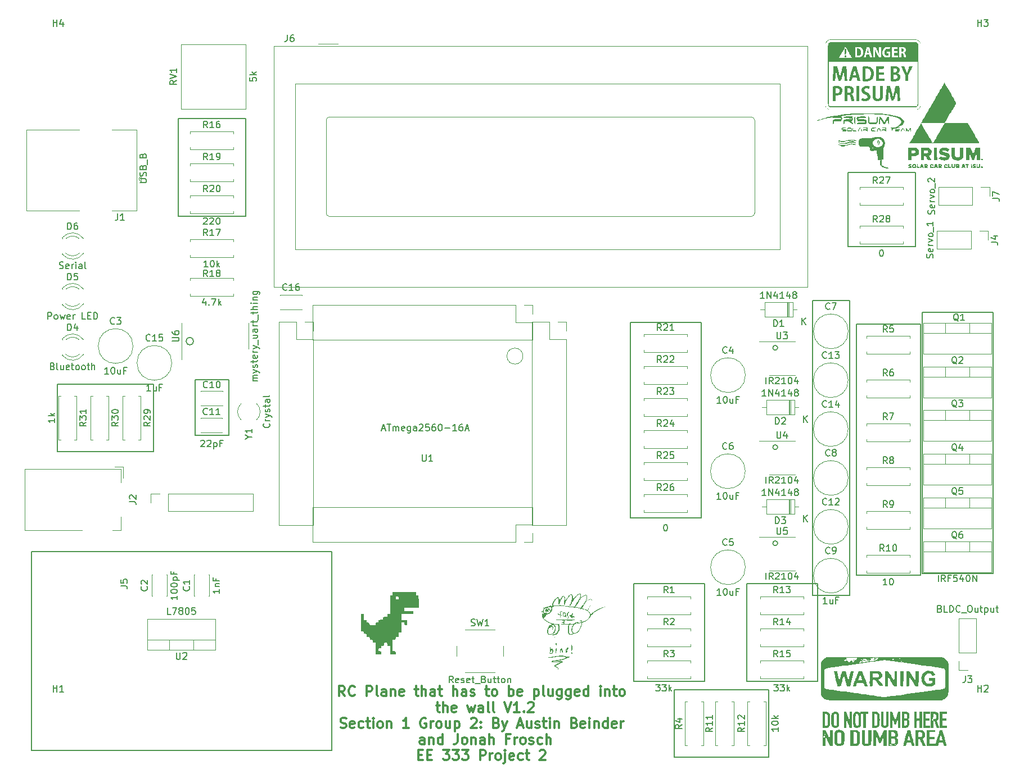
<source format=gbr>
%TF.GenerationSoftware,KiCad,Pcbnew,(6.0.7)*%
%TF.CreationDate,2022-11-12T20:07:08-06:00*%
%TF.ProjectId,Project 2,50726f6a-6563-4742-9032-2e6b69636164,rev?*%
%TF.SameCoordinates,Original*%
%TF.FileFunction,Legend,Top*%
%TF.FilePolarity,Positive*%
%FSLAX46Y46*%
G04 Gerber Fmt 4.6, Leading zero omitted, Abs format (unit mm)*
G04 Created by KiCad (PCBNEW (6.0.7)) date 2022-11-12 20:07:08*
%MOMM*%
%LPD*%
G01*
G04 APERTURE LIST*
%ADD10C,0.150000*%
%ADD11C,0.300000*%
%ADD12C,0.120000*%
G04 APERTURE END LIST*
D10*
X181715210Y-107442000D02*
G75*
G03*
X181715210Y-107442000I-359210J0D01*
G01*
X181715210Y-92964000D02*
G75*
G03*
X181715210Y-92964000I-359210J0D01*
G01*
X181715210Y-77978000D02*
G75*
G03*
X181715210Y-77978000I-359210J0D01*
G01*
D11*
X116552857Y-130468571D02*
X116052857Y-129754285D01*
X115695714Y-130468571D02*
X115695714Y-128968571D01*
X116267142Y-128968571D01*
X116410000Y-129040000D01*
X116481428Y-129111428D01*
X116552857Y-129254285D01*
X116552857Y-129468571D01*
X116481428Y-129611428D01*
X116410000Y-129682857D01*
X116267142Y-129754285D01*
X115695714Y-129754285D01*
X118052857Y-130325714D02*
X117981428Y-130397142D01*
X117767142Y-130468571D01*
X117624285Y-130468571D01*
X117410000Y-130397142D01*
X117267142Y-130254285D01*
X117195714Y-130111428D01*
X117124285Y-129825714D01*
X117124285Y-129611428D01*
X117195714Y-129325714D01*
X117267142Y-129182857D01*
X117410000Y-129040000D01*
X117624285Y-128968571D01*
X117767142Y-128968571D01*
X117981428Y-129040000D01*
X118052857Y-129111428D01*
X119838571Y-130468571D02*
X119838571Y-128968571D01*
X120410000Y-128968571D01*
X120552857Y-129040000D01*
X120624285Y-129111428D01*
X120695714Y-129254285D01*
X120695714Y-129468571D01*
X120624285Y-129611428D01*
X120552857Y-129682857D01*
X120410000Y-129754285D01*
X119838571Y-129754285D01*
X121552857Y-130468571D02*
X121410000Y-130397142D01*
X121338571Y-130254285D01*
X121338571Y-128968571D01*
X122767142Y-130468571D02*
X122767142Y-129682857D01*
X122695714Y-129540000D01*
X122552857Y-129468571D01*
X122267142Y-129468571D01*
X122124285Y-129540000D01*
X122767142Y-130397142D02*
X122624285Y-130468571D01*
X122267142Y-130468571D01*
X122124285Y-130397142D01*
X122052857Y-130254285D01*
X122052857Y-130111428D01*
X122124285Y-129968571D01*
X122267142Y-129897142D01*
X122624285Y-129897142D01*
X122767142Y-129825714D01*
X123481428Y-129468571D02*
X123481428Y-130468571D01*
X123481428Y-129611428D02*
X123552857Y-129540000D01*
X123695714Y-129468571D01*
X123910000Y-129468571D01*
X124052857Y-129540000D01*
X124124285Y-129682857D01*
X124124285Y-130468571D01*
X125410000Y-130397142D02*
X125267142Y-130468571D01*
X124981428Y-130468571D01*
X124838571Y-130397142D01*
X124767142Y-130254285D01*
X124767142Y-129682857D01*
X124838571Y-129540000D01*
X124981428Y-129468571D01*
X125267142Y-129468571D01*
X125410000Y-129540000D01*
X125481428Y-129682857D01*
X125481428Y-129825714D01*
X124767142Y-129968571D01*
X127052857Y-129468571D02*
X127624285Y-129468571D01*
X127267142Y-128968571D02*
X127267142Y-130254285D01*
X127338571Y-130397142D01*
X127481428Y-130468571D01*
X127624285Y-130468571D01*
X128124285Y-130468571D02*
X128124285Y-128968571D01*
X128767142Y-130468571D02*
X128767142Y-129682857D01*
X128695714Y-129540000D01*
X128552857Y-129468571D01*
X128338571Y-129468571D01*
X128195714Y-129540000D01*
X128124285Y-129611428D01*
X130124285Y-130468571D02*
X130124285Y-129682857D01*
X130052857Y-129540000D01*
X129910000Y-129468571D01*
X129624285Y-129468571D01*
X129481428Y-129540000D01*
X130124285Y-130397142D02*
X129981428Y-130468571D01*
X129624285Y-130468571D01*
X129481428Y-130397142D01*
X129410000Y-130254285D01*
X129410000Y-130111428D01*
X129481428Y-129968571D01*
X129624285Y-129897142D01*
X129981428Y-129897142D01*
X130124285Y-129825714D01*
X130624285Y-129468571D02*
X131195714Y-129468571D01*
X130838571Y-128968571D02*
X130838571Y-130254285D01*
X130910000Y-130397142D01*
X131052857Y-130468571D01*
X131195714Y-130468571D01*
X132838571Y-130468571D02*
X132838571Y-128968571D01*
X133481428Y-130468571D02*
X133481428Y-129682857D01*
X133410000Y-129540000D01*
X133267142Y-129468571D01*
X133052857Y-129468571D01*
X132910000Y-129540000D01*
X132838571Y-129611428D01*
X134838571Y-130468571D02*
X134838571Y-129682857D01*
X134767142Y-129540000D01*
X134624285Y-129468571D01*
X134338571Y-129468571D01*
X134195714Y-129540000D01*
X134838571Y-130397142D02*
X134695714Y-130468571D01*
X134338571Y-130468571D01*
X134195714Y-130397142D01*
X134124285Y-130254285D01*
X134124285Y-130111428D01*
X134195714Y-129968571D01*
X134338571Y-129897142D01*
X134695714Y-129897142D01*
X134838571Y-129825714D01*
X135481428Y-130397142D02*
X135624285Y-130468571D01*
X135910000Y-130468571D01*
X136052857Y-130397142D01*
X136124285Y-130254285D01*
X136124285Y-130182857D01*
X136052857Y-130040000D01*
X135910000Y-129968571D01*
X135695714Y-129968571D01*
X135552857Y-129897142D01*
X135481428Y-129754285D01*
X135481428Y-129682857D01*
X135552857Y-129540000D01*
X135695714Y-129468571D01*
X135910000Y-129468571D01*
X136052857Y-129540000D01*
X137695714Y-129468571D02*
X138267142Y-129468571D01*
X137910000Y-128968571D02*
X137910000Y-130254285D01*
X137981428Y-130397142D01*
X138124285Y-130468571D01*
X138267142Y-130468571D01*
X138981428Y-130468571D02*
X138838571Y-130397142D01*
X138767142Y-130325714D01*
X138695714Y-130182857D01*
X138695714Y-129754285D01*
X138767142Y-129611428D01*
X138838571Y-129540000D01*
X138981428Y-129468571D01*
X139195714Y-129468571D01*
X139338571Y-129540000D01*
X139410000Y-129611428D01*
X139481428Y-129754285D01*
X139481428Y-130182857D01*
X139410000Y-130325714D01*
X139338571Y-130397142D01*
X139195714Y-130468571D01*
X138981428Y-130468571D01*
X141267142Y-130468571D02*
X141267142Y-128968571D01*
X141267142Y-129540000D02*
X141410000Y-129468571D01*
X141695714Y-129468571D01*
X141838571Y-129540000D01*
X141910000Y-129611428D01*
X141981428Y-129754285D01*
X141981428Y-130182857D01*
X141910000Y-130325714D01*
X141838571Y-130397142D01*
X141695714Y-130468571D01*
X141410000Y-130468571D01*
X141267142Y-130397142D01*
X143195714Y-130397142D02*
X143052857Y-130468571D01*
X142767142Y-130468571D01*
X142624285Y-130397142D01*
X142552857Y-130254285D01*
X142552857Y-129682857D01*
X142624285Y-129540000D01*
X142767142Y-129468571D01*
X143052857Y-129468571D01*
X143195714Y-129540000D01*
X143267142Y-129682857D01*
X143267142Y-129825714D01*
X142552857Y-129968571D01*
X145052857Y-129468571D02*
X145052857Y-130968571D01*
X145052857Y-129540000D02*
X145195714Y-129468571D01*
X145481428Y-129468571D01*
X145624285Y-129540000D01*
X145695714Y-129611428D01*
X145767142Y-129754285D01*
X145767142Y-130182857D01*
X145695714Y-130325714D01*
X145624285Y-130397142D01*
X145481428Y-130468571D01*
X145195714Y-130468571D01*
X145052857Y-130397142D01*
X146624285Y-130468571D02*
X146481428Y-130397142D01*
X146410000Y-130254285D01*
X146410000Y-128968571D01*
X147838571Y-129468571D02*
X147838571Y-130468571D01*
X147195714Y-129468571D02*
X147195714Y-130254285D01*
X147267142Y-130397142D01*
X147410000Y-130468571D01*
X147624285Y-130468571D01*
X147767142Y-130397142D01*
X147838571Y-130325714D01*
X149195714Y-129468571D02*
X149195714Y-130682857D01*
X149124285Y-130825714D01*
X149052857Y-130897142D01*
X148910000Y-130968571D01*
X148695714Y-130968571D01*
X148552857Y-130897142D01*
X149195714Y-130397142D02*
X149052857Y-130468571D01*
X148767142Y-130468571D01*
X148624285Y-130397142D01*
X148552857Y-130325714D01*
X148481428Y-130182857D01*
X148481428Y-129754285D01*
X148552857Y-129611428D01*
X148624285Y-129540000D01*
X148767142Y-129468571D01*
X149052857Y-129468571D01*
X149195714Y-129540000D01*
X150552857Y-129468571D02*
X150552857Y-130682857D01*
X150481428Y-130825714D01*
X150410000Y-130897142D01*
X150267142Y-130968571D01*
X150052857Y-130968571D01*
X149910000Y-130897142D01*
X150552857Y-130397142D02*
X150410000Y-130468571D01*
X150124285Y-130468571D01*
X149981428Y-130397142D01*
X149910000Y-130325714D01*
X149838571Y-130182857D01*
X149838571Y-129754285D01*
X149910000Y-129611428D01*
X149981428Y-129540000D01*
X150124285Y-129468571D01*
X150410000Y-129468571D01*
X150552857Y-129540000D01*
X151838571Y-130397142D02*
X151695714Y-130468571D01*
X151410000Y-130468571D01*
X151267142Y-130397142D01*
X151195714Y-130254285D01*
X151195714Y-129682857D01*
X151267142Y-129540000D01*
X151410000Y-129468571D01*
X151695714Y-129468571D01*
X151838571Y-129540000D01*
X151910000Y-129682857D01*
X151910000Y-129825714D01*
X151195714Y-129968571D01*
X153195714Y-130468571D02*
X153195714Y-128968571D01*
X153195714Y-130397142D02*
X153052857Y-130468571D01*
X152767142Y-130468571D01*
X152624285Y-130397142D01*
X152552857Y-130325714D01*
X152481428Y-130182857D01*
X152481428Y-129754285D01*
X152552857Y-129611428D01*
X152624285Y-129540000D01*
X152767142Y-129468571D01*
X153052857Y-129468571D01*
X153195714Y-129540000D01*
X155052857Y-130468571D02*
X155052857Y-129468571D01*
X155052857Y-128968571D02*
X154981428Y-129040000D01*
X155052857Y-129111428D01*
X155124285Y-129040000D01*
X155052857Y-128968571D01*
X155052857Y-129111428D01*
X155767142Y-129468571D02*
X155767142Y-130468571D01*
X155767142Y-129611428D02*
X155838571Y-129540000D01*
X155981428Y-129468571D01*
X156195714Y-129468571D01*
X156338571Y-129540000D01*
X156410000Y-129682857D01*
X156410000Y-130468571D01*
X156910000Y-129468571D02*
X157481428Y-129468571D01*
X157124285Y-128968571D02*
X157124285Y-130254285D01*
X157195714Y-130397142D01*
X157338571Y-130468571D01*
X157481428Y-130468571D01*
X158195714Y-130468571D02*
X158052857Y-130397142D01*
X157981428Y-130325714D01*
X157910000Y-130182857D01*
X157910000Y-129754285D01*
X157981428Y-129611428D01*
X158052857Y-129540000D01*
X158195714Y-129468571D01*
X158410000Y-129468571D01*
X158552857Y-129540000D01*
X158624285Y-129611428D01*
X158695714Y-129754285D01*
X158695714Y-130182857D01*
X158624285Y-130325714D01*
X158552857Y-130397142D01*
X158410000Y-130468571D01*
X158195714Y-130468571D01*
X130302857Y-131883571D02*
X130874285Y-131883571D01*
X130517142Y-131383571D02*
X130517142Y-132669285D01*
X130588571Y-132812142D01*
X130731428Y-132883571D01*
X130874285Y-132883571D01*
X131374285Y-132883571D02*
X131374285Y-131383571D01*
X132017142Y-132883571D02*
X132017142Y-132097857D01*
X131945714Y-131955000D01*
X131802857Y-131883571D01*
X131588571Y-131883571D01*
X131445714Y-131955000D01*
X131374285Y-132026428D01*
X133302857Y-132812142D02*
X133160000Y-132883571D01*
X132874285Y-132883571D01*
X132731428Y-132812142D01*
X132660000Y-132669285D01*
X132660000Y-132097857D01*
X132731428Y-131955000D01*
X132874285Y-131883571D01*
X133160000Y-131883571D01*
X133302857Y-131955000D01*
X133374285Y-132097857D01*
X133374285Y-132240714D01*
X132660000Y-132383571D01*
X135017142Y-131883571D02*
X135302857Y-132883571D01*
X135588571Y-132169285D01*
X135874285Y-132883571D01*
X136160000Y-131883571D01*
X137374285Y-132883571D02*
X137374285Y-132097857D01*
X137302857Y-131955000D01*
X137160000Y-131883571D01*
X136874285Y-131883571D01*
X136731428Y-131955000D01*
X137374285Y-132812142D02*
X137231428Y-132883571D01*
X136874285Y-132883571D01*
X136731428Y-132812142D01*
X136660000Y-132669285D01*
X136660000Y-132526428D01*
X136731428Y-132383571D01*
X136874285Y-132312142D01*
X137231428Y-132312142D01*
X137374285Y-132240714D01*
X138302857Y-132883571D02*
X138160000Y-132812142D01*
X138088571Y-132669285D01*
X138088571Y-131383571D01*
X139088571Y-132883571D02*
X138945714Y-132812142D01*
X138874285Y-132669285D01*
X138874285Y-131383571D01*
X140588571Y-131383571D02*
X141088571Y-132883571D01*
X141588571Y-131383571D01*
X142874285Y-132883571D02*
X142017142Y-132883571D01*
X142445714Y-132883571D02*
X142445714Y-131383571D01*
X142302857Y-131597857D01*
X142160000Y-131740714D01*
X142017142Y-131812142D01*
X143517142Y-132740714D02*
X143588571Y-132812142D01*
X143517142Y-132883571D01*
X143445714Y-132812142D01*
X143517142Y-132740714D01*
X143517142Y-132883571D01*
X144160000Y-131526428D02*
X144231428Y-131455000D01*
X144374285Y-131383571D01*
X144731428Y-131383571D01*
X144874285Y-131455000D01*
X144945714Y-131526428D01*
X145017142Y-131669285D01*
X145017142Y-131812142D01*
X144945714Y-132026428D01*
X144088571Y-132883571D01*
X145017142Y-132883571D01*
X115910000Y-135227142D02*
X116124285Y-135298571D01*
X116481428Y-135298571D01*
X116624285Y-135227142D01*
X116695714Y-135155714D01*
X116767142Y-135012857D01*
X116767142Y-134870000D01*
X116695714Y-134727142D01*
X116624285Y-134655714D01*
X116481428Y-134584285D01*
X116195714Y-134512857D01*
X116052857Y-134441428D01*
X115981428Y-134370000D01*
X115910000Y-134227142D01*
X115910000Y-134084285D01*
X115981428Y-133941428D01*
X116052857Y-133870000D01*
X116195714Y-133798571D01*
X116552857Y-133798571D01*
X116767142Y-133870000D01*
X117981428Y-135227142D02*
X117838571Y-135298571D01*
X117552857Y-135298571D01*
X117410000Y-135227142D01*
X117338571Y-135084285D01*
X117338571Y-134512857D01*
X117410000Y-134370000D01*
X117552857Y-134298571D01*
X117838571Y-134298571D01*
X117981428Y-134370000D01*
X118052857Y-134512857D01*
X118052857Y-134655714D01*
X117338571Y-134798571D01*
X119338571Y-135227142D02*
X119195714Y-135298571D01*
X118910000Y-135298571D01*
X118767142Y-135227142D01*
X118695714Y-135155714D01*
X118624285Y-135012857D01*
X118624285Y-134584285D01*
X118695714Y-134441428D01*
X118767142Y-134370000D01*
X118910000Y-134298571D01*
X119195714Y-134298571D01*
X119338571Y-134370000D01*
X119767142Y-134298571D02*
X120338571Y-134298571D01*
X119981428Y-133798571D02*
X119981428Y-135084285D01*
X120052857Y-135227142D01*
X120195714Y-135298571D01*
X120338571Y-135298571D01*
X120838571Y-135298571D02*
X120838571Y-134298571D01*
X120838571Y-133798571D02*
X120767142Y-133870000D01*
X120838571Y-133941428D01*
X120910000Y-133870000D01*
X120838571Y-133798571D01*
X120838571Y-133941428D01*
X121767142Y-135298571D02*
X121624285Y-135227142D01*
X121552857Y-135155714D01*
X121481428Y-135012857D01*
X121481428Y-134584285D01*
X121552857Y-134441428D01*
X121624285Y-134370000D01*
X121767142Y-134298571D01*
X121981428Y-134298571D01*
X122124285Y-134370000D01*
X122195714Y-134441428D01*
X122267142Y-134584285D01*
X122267142Y-135012857D01*
X122195714Y-135155714D01*
X122124285Y-135227142D01*
X121981428Y-135298571D01*
X121767142Y-135298571D01*
X122910000Y-134298571D02*
X122910000Y-135298571D01*
X122910000Y-134441428D02*
X122981428Y-134370000D01*
X123124285Y-134298571D01*
X123338571Y-134298571D01*
X123481428Y-134370000D01*
X123552857Y-134512857D01*
X123552857Y-135298571D01*
X126195714Y-135298571D02*
X125338571Y-135298571D01*
X125767142Y-135298571D02*
X125767142Y-133798571D01*
X125624285Y-134012857D01*
X125481428Y-134155714D01*
X125338571Y-134227142D01*
X128767142Y-133870000D02*
X128624285Y-133798571D01*
X128410000Y-133798571D01*
X128195714Y-133870000D01*
X128052857Y-134012857D01*
X127981428Y-134155714D01*
X127910000Y-134441428D01*
X127910000Y-134655714D01*
X127981428Y-134941428D01*
X128052857Y-135084285D01*
X128195714Y-135227142D01*
X128410000Y-135298571D01*
X128552857Y-135298571D01*
X128767142Y-135227142D01*
X128838571Y-135155714D01*
X128838571Y-134655714D01*
X128552857Y-134655714D01*
X129481428Y-135298571D02*
X129481428Y-134298571D01*
X129481428Y-134584285D02*
X129552857Y-134441428D01*
X129624285Y-134370000D01*
X129767142Y-134298571D01*
X129910000Y-134298571D01*
X130624285Y-135298571D02*
X130481428Y-135227142D01*
X130410000Y-135155714D01*
X130338571Y-135012857D01*
X130338571Y-134584285D01*
X130410000Y-134441428D01*
X130481428Y-134370000D01*
X130624285Y-134298571D01*
X130838571Y-134298571D01*
X130981428Y-134370000D01*
X131052857Y-134441428D01*
X131124285Y-134584285D01*
X131124285Y-135012857D01*
X131052857Y-135155714D01*
X130981428Y-135227142D01*
X130838571Y-135298571D01*
X130624285Y-135298571D01*
X132410000Y-134298571D02*
X132410000Y-135298571D01*
X131767142Y-134298571D02*
X131767142Y-135084285D01*
X131838571Y-135227142D01*
X131981428Y-135298571D01*
X132195714Y-135298571D01*
X132338571Y-135227142D01*
X132410000Y-135155714D01*
X133124285Y-134298571D02*
X133124285Y-135798571D01*
X133124285Y-134370000D02*
X133267142Y-134298571D01*
X133552857Y-134298571D01*
X133695714Y-134370000D01*
X133767142Y-134441428D01*
X133838571Y-134584285D01*
X133838571Y-135012857D01*
X133767142Y-135155714D01*
X133695714Y-135227142D01*
X133552857Y-135298571D01*
X133267142Y-135298571D01*
X133124285Y-135227142D01*
X135552857Y-133941428D02*
X135624285Y-133870000D01*
X135767142Y-133798571D01*
X136124285Y-133798571D01*
X136267142Y-133870000D01*
X136338571Y-133941428D01*
X136410000Y-134084285D01*
X136410000Y-134227142D01*
X136338571Y-134441428D01*
X135481428Y-135298571D01*
X136410000Y-135298571D01*
X137052857Y-135155714D02*
X137124285Y-135227142D01*
X137052857Y-135298571D01*
X136981428Y-135227142D01*
X137052857Y-135155714D01*
X137052857Y-135298571D01*
X137052857Y-134370000D02*
X137124285Y-134441428D01*
X137052857Y-134512857D01*
X136981428Y-134441428D01*
X137052857Y-134370000D01*
X137052857Y-134512857D01*
X139410000Y-134512857D02*
X139624285Y-134584285D01*
X139695714Y-134655714D01*
X139767142Y-134798571D01*
X139767142Y-135012857D01*
X139695714Y-135155714D01*
X139624285Y-135227142D01*
X139481428Y-135298571D01*
X138910000Y-135298571D01*
X138910000Y-133798571D01*
X139410000Y-133798571D01*
X139552857Y-133870000D01*
X139624285Y-133941428D01*
X139695714Y-134084285D01*
X139695714Y-134227142D01*
X139624285Y-134370000D01*
X139552857Y-134441428D01*
X139410000Y-134512857D01*
X138910000Y-134512857D01*
X140267142Y-134298571D02*
X140624285Y-135298571D01*
X140981428Y-134298571D02*
X140624285Y-135298571D01*
X140481428Y-135655714D01*
X140410000Y-135727142D01*
X140267142Y-135798571D01*
X142624285Y-134870000D02*
X143338571Y-134870000D01*
X142481428Y-135298571D02*
X142981428Y-133798571D01*
X143481428Y-135298571D01*
X144624285Y-134298571D02*
X144624285Y-135298571D01*
X143981428Y-134298571D02*
X143981428Y-135084285D01*
X144052857Y-135227142D01*
X144195714Y-135298571D01*
X144410000Y-135298571D01*
X144552857Y-135227142D01*
X144624285Y-135155714D01*
X145267142Y-135227142D02*
X145410000Y-135298571D01*
X145695714Y-135298571D01*
X145838571Y-135227142D01*
X145910000Y-135084285D01*
X145910000Y-135012857D01*
X145838571Y-134870000D01*
X145695714Y-134798571D01*
X145481428Y-134798571D01*
X145338571Y-134727142D01*
X145267142Y-134584285D01*
X145267142Y-134512857D01*
X145338571Y-134370000D01*
X145481428Y-134298571D01*
X145695714Y-134298571D01*
X145838571Y-134370000D01*
X146338571Y-134298571D02*
X146910000Y-134298571D01*
X146552857Y-133798571D02*
X146552857Y-135084285D01*
X146624285Y-135227142D01*
X146767142Y-135298571D01*
X146910000Y-135298571D01*
X147410000Y-135298571D02*
X147410000Y-134298571D01*
X147410000Y-133798571D02*
X147338571Y-133870000D01*
X147410000Y-133941428D01*
X147481428Y-133870000D01*
X147410000Y-133798571D01*
X147410000Y-133941428D01*
X148124285Y-134298571D02*
X148124285Y-135298571D01*
X148124285Y-134441428D02*
X148195714Y-134370000D01*
X148338571Y-134298571D01*
X148552857Y-134298571D01*
X148695714Y-134370000D01*
X148767142Y-134512857D01*
X148767142Y-135298571D01*
X151124285Y-134512857D02*
X151338571Y-134584285D01*
X151410000Y-134655714D01*
X151481428Y-134798571D01*
X151481428Y-135012857D01*
X151410000Y-135155714D01*
X151338571Y-135227142D01*
X151195714Y-135298571D01*
X150624285Y-135298571D01*
X150624285Y-133798571D01*
X151124285Y-133798571D01*
X151267142Y-133870000D01*
X151338571Y-133941428D01*
X151410000Y-134084285D01*
X151410000Y-134227142D01*
X151338571Y-134370000D01*
X151267142Y-134441428D01*
X151124285Y-134512857D01*
X150624285Y-134512857D01*
X152695714Y-135227142D02*
X152552857Y-135298571D01*
X152267142Y-135298571D01*
X152124285Y-135227142D01*
X152052857Y-135084285D01*
X152052857Y-134512857D01*
X152124285Y-134370000D01*
X152267142Y-134298571D01*
X152552857Y-134298571D01*
X152695714Y-134370000D01*
X152767142Y-134512857D01*
X152767142Y-134655714D01*
X152052857Y-134798571D01*
X153410000Y-135298571D02*
X153410000Y-134298571D01*
X153410000Y-133798571D02*
X153338571Y-133870000D01*
X153410000Y-133941428D01*
X153481428Y-133870000D01*
X153410000Y-133798571D01*
X153410000Y-133941428D01*
X154124285Y-134298571D02*
X154124285Y-135298571D01*
X154124285Y-134441428D02*
X154195714Y-134370000D01*
X154338571Y-134298571D01*
X154552857Y-134298571D01*
X154695714Y-134370000D01*
X154767142Y-134512857D01*
X154767142Y-135298571D01*
X156124285Y-135298571D02*
X156124285Y-133798571D01*
X156124285Y-135227142D02*
X155981428Y-135298571D01*
X155695714Y-135298571D01*
X155552857Y-135227142D01*
X155481428Y-135155714D01*
X155410000Y-135012857D01*
X155410000Y-134584285D01*
X155481428Y-134441428D01*
X155552857Y-134370000D01*
X155695714Y-134298571D01*
X155981428Y-134298571D01*
X156124285Y-134370000D01*
X157410000Y-135227142D02*
X157267142Y-135298571D01*
X156981428Y-135298571D01*
X156838571Y-135227142D01*
X156767142Y-135084285D01*
X156767142Y-134512857D01*
X156838571Y-134370000D01*
X156981428Y-134298571D01*
X157267142Y-134298571D01*
X157410000Y-134370000D01*
X157481428Y-134512857D01*
X157481428Y-134655714D01*
X156767142Y-134798571D01*
X158124285Y-135298571D02*
X158124285Y-134298571D01*
X158124285Y-134584285D02*
X158195714Y-134441428D01*
X158267142Y-134370000D01*
X158410000Y-134298571D01*
X158552857Y-134298571D01*
X128552857Y-137713571D02*
X128552857Y-136927857D01*
X128481428Y-136785000D01*
X128338571Y-136713571D01*
X128052857Y-136713571D01*
X127910000Y-136785000D01*
X128552857Y-137642142D02*
X128410000Y-137713571D01*
X128052857Y-137713571D01*
X127910000Y-137642142D01*
X127838571Y-137499285D01*
X127838571Y-137356428D01*
X127910000Y-137213571D01*
X128052857Y-137142142D01*
X128410000Y-137142142D01*
X128552857Y-137070714D01*
X129267142Y-136713571D02*
X129267142Y-137713571D01*
X129267142Y-136856428D02*
X129338571Y-136785000D01*
X129481428Y-136713571D01*
X129695714Y-136713571D01*
X129838571Y-136785000D01*
X129910000Y-136927857D01*
X129910000Y-137713571D01*
X131267142Y-137713571D02*
X131267142Y-136213571D01*
X131267142Y-137642142D02*
X131124285Y-137713571D01*
X130838571Y-137713571D01*
X130695714Y-137642142D01*
X130624285Y-137570714D01*
X130552857Y-137427857D01*
X130552857Y-136999285D01*
X130624285Y-136856428D01*
X130695714Y-136785000D01*
X130838571Y-136713571D01*
X131124285Y-136713571D01*
X131267142Y-136785000D01*
X133552857Y-136213571D02*
X133552857Y-137285000D01*
X133481428Y-137499285D01*
X133338571Y-137642142D01*
X133124285Y-137713571D01*
X132981428Y-137713571D01*
X134481428Y-137713571D02*
X134338571Y-137642142D01*
X134267142Y-137570714D01*
X134195714Y-137427857D01*
X134195714Y-136999285D01*
X134267142Y-136856428D01*
X134338571Y-136785000D01*
X134481428Y-136713571D01*
X134695714Y-136713571D01*
X134838571Y-136785000D01*
X134910000Y-136856428D01*
X134981428Y-136999285D01*
X134981428Y-137427857D01*
X134910000Y-137570714D01*
X134838571Y-137642142D01*
X134695714Y-137713571D01*
X134481428Y-137713571D01*
X135624285Y-136713571D02*
X135624285Y-137713571D01*
X135624285Y-136856428D02*
X135695714Y-136785000D01*
X135838571Y-136713571D01*
X136052857Y-136713571D01*
X136195714Y-136785000D01*
X136267142Y-136927857D01*
X136267142Y-137713571D01*
X137624285Y-137713571D02*
X137624285Y-136927857D01*
X137552857Y-136785000D01*
X137410000Y-136713571D01*
X137124285Y-136713571D01*
X136981428Y-136785000D01*
X137624285Y-137642142D02*
X137481428Y-137713571D01*
X137124285Y-137713571D01*
X136981428Y-137642142D01*
X136910000Y-137499285D01*
X136910000Y-137356428D01*
X136981428Y-137213571D01*
X137124285Y-137142142D01*
X137481428Y-137142142D01*
X137624285Y-137070714D01*
X138338571Y-137713571D02*
X138338571Y-136213571D01*
X138981428Y-137713571D02*
X138981428Y-136927857D01*
X138910000Y-136785000D01*
X138767142Y-136713571D01*
X138552857Y-136713571D01*
X138410000Y-136785000D01*
X138338571Y-136856428D01*
X141338571Y-136927857D02*
X140838571Y-136927857D01*
X140838571Y-137713571D02*
X140838571Y-136213571D01*
X141552857Y-136213571D01*
X142124285Y-137713571D02*
X142124285Y-136713571D01*
X142124285Y-136999285D02*
X142195714Y-136856428D01*
X142267142Y-136785000D01*
X142410000Y-136713571D01*
X142552857Y-136713571D01*
X143267142Y-137713571D02*
X143124285Y-137642142D01*
X143052857Y-137570714D01*
X142981428Y-137427857D01*
X142981428Y-136999285D01*
X143052857Y-136856428D01*
X143124285Y-136785000D01*
X143267142Y-136713571D01*
X143481428Y-136713571D01*
X143624285Y-136785000D01*
X143695714Y-136856428D01*
X143767142Y-136999285D01*
X143767142Y-137427857D01*
X143695714Y-137570714D01*
X143624285Y-137642142D01*
X143481428Y-137713571D01*
X143267142Y-137713571D01*
X144338571Y-137642142D02*
X144481428Y-137713571D01*
X144767142Y-137713571D01*
X144910000Y-137642142D01*
X144981428Y-137499285D01*
X144981428Y-137427857D01*
X144910000Y-137285000D01*
X144767142Y-137213571D01*
X144552857Y-137213571D01*
X144410000Y-137142142D01*
X144338571Y-136999285D01*
X144338571Y-136927857D01*
X144410000Y-136785000D01*
X144552857Y-136713571D01*
X144767142Y-136713571D01*
X144910000Y-136785000D01*
X146267142Y-137642142D02*
X146124285Y-137713571D01*
X145838571Y-137713571D01*
X145695714Y-137642142D01*
X145624285Y-137570714D01*
X145552857Y-137427857D01*
X145552857Y-136999285D01*
X145624285Y-136856428D01*
X145695714Y-136785000D01*
X145838571Y-136713571D01*
X146124285Y-136713571D01*
X146267142Y-136785000D01*
X146910000Y-137713571D02*
X146910000Y-136213571D01*
X147552857Y-137713571D02*
X147552857Y-136927857D01*
X147481428Y-136785000D01*
X147338571Y-136713571D01*
X147124285Y-136713571D01*
X146981428Y-136785000D01*
X146910000Y-136856428D01*
X127624285Y-139342857D02*
X128124285Y-139342857D01*
X128338571Y-140128571D02*
X127624285Y-140128571D01*
X127624285Y-138628571D01*
X128338571Y-138628571D01*
X128981428Y-139342857D02*
X129481428Y-139342857D01*
X129695714Y-140128571D02*
X128981428Y-140128571D01*
X128981428Y-138628571D01*
X129695714Y-138628571D01*
X131338571Y-138628571D02*
X132267142Y-138628571D01*
X131767142Y-139200000D01*
X131981428Y-139200000D01*
X132124285Y-139271428D01*
X132195714Y-139342857D01*
X132267142Y-139485714D01*
X132267142Y-139842857D01*
X132195714Y-139985714D01*
X132124285Y-140057142D01*
X131981428Y-140128571D01*
X131552857Y-140128571D01*
X131410000Y-140057142D01*
X131338571Y-139985714D01*
X132767142Y-138628571D02*
X133695714Y-138628571D01*
X133195714Y-139200000D01*
X133410000Y-139200000D01*
X133552857Y-139271428D01*
X133624285Y-139342857D01*
X133695714Y-139485714D01*
X133695714Y-139842857D01*
X133624285Y-139985714D01*
X133552857Y-140057142D01*
X133410000Y-140128571D01*
X132981428Y-140128571D01*
X132838571Y-140057142D01*
X132767142Y-139985714D01*
X134195714Y-138628571D02*
X135124285Y-138628571D01*
X134624285Y-139200000D01*
X134838571Y-139200000D01*
X134981428Y-139271428D01*
X135052857Y-139342857D01*
X135124285Y-139485714D01*
X135124285Y-139842857D01*
X135052857Y-139985714D01*
X134981428Y-140057142D01*
X134838571Y-140128571D01*
X134410000Y-140128571D01*
X134267142Y-140057142D01*
X134195714Y-139985714D01*
X136910000Y-140128571D02*
X136910000Y-138628571D01*
X137481428Y-138628571D01*
X137624285Y-138700000D01*
X137695714Y-138771428D01*
X137767142Y-138914285D01*
X137767142Y-139128571D01*
X137695714Y-139271428D01*
X137624285Y-139342857D01*
X137481428Y-139414285D01*
X136910000Y-139414285D01*
X138410000Y-140128571D02*
X138410000Y-139128571D01*
X138410000Y-139414285D02*
X138481428Y-139271428D01*
X138552857Y-139200000D01*
X138695714Y-139128571D01*
X138838571Y-139128571D01*
X139552857Y-140128571D02*
X139410000Y-140057142D01*
X139338571Y-139985714D01*
X139267142Y-139842857D01*
X139267142Y-139414285D01*
X139338571Y-139271428D01*
X139410000Y-139200000D01*
X139552857Y-139128571D01*
X139767142Y-139128571D01*
X139910000Y-139200000D01*
X139981428Y-139271428D01*
X140052857Y-139414285D01*
X140052857Y-139842857D01*
X139981428Y-139985714D01*
X139910000Y-140057142D01*
X139767142Y-140128571D01*
X139552857Y-140128571D01*
X140695714Y-139128571D02*
X140695714Y-140414285D01*
X140624285Y-140557142D01*
X140481428Y-140628571D01*
X140410000Y-140628571D01*
X140695714Y-138628571D02*
X140624285Y-138700000D01*
X140695714Y-138771428D01*
X140767142Y-138700000D01*
X140695714Y-138628571D01*
X140695714Y-138771428D01*
X141981428Y-140057142D02*
X141838571Y-140128571D01*
X141552857Y-140128571D01*
X141410000Y-140057142D01*
X141338571Y-139914285D01*
X141338571Y-139342857D01*
X141410000Y-139200000D01*
X141552857Y-139128571D01*
X141838571Y-139128571D01*
X141981428Y-139200000D01*
X142052857Y-139342857D01*
X142052857Y-139485714D01*
X141338571Y-139628571D01*
X143338571Y-140057142D02*
X143195714Y-140128571D01*
X142910000Y-140128571D01*
X142767142Y-140057142D01*
X142695714Y-139985714D01*
X142624285Y-139842857D01*
X142624285Y-139414285D01*
X142695714Y-139271428D01*
X142767142Y-139200000D01*
X142910000Y-139128571D01*
X143195714Y-139128571D01*
X143338571Y-139200000D01*
X143767142Y-139128571D02*
X144338571Y-139128571D01*
X143981428Y-138628571D02*
X143981428Y-139914285D01*
X144052857Y-140057142D01*
X144195714Y-140128571D01*
X144338571Y-140128571D01*
X145910000Y-138771428D02*
X145981428Y-138700000D01*
X146124285Y-138628571D01*
X146481428Y-138628571D01*
X146624285Y-138700000D01*
X146695714Y-138771428D01*
X146767142Y-138914285D01*
X146767142Y-139057142D01*
X146695714Y-139271428D01*
X145838571Y-140128571D01*
X146767142Y-140128571D01*
D10*
X202438000Y-62738000D02*
X192278000Y-62738000D01*
X192278000Y-62738000D02*
X192278000Y-51562000D01*
X192278000Y-51562000D02*
X202438000Y-51562000D01*
X202438000Y-51562000D02*
X202438000Y-62738000D01*
X170688000Y-128270000D02*
X160020000Y-128270000D01*
X160020000Y-128270000D02*
X160020000Y-113538000D01*
X160020000Y-113538000D02*
X170688000Y-113538000D01*
X170688000Y-113538000D02*
X170688000Y-128270000D01*
X170180000Y-103632000D02*
X159512000Y-103632000D01*
X159512000Y-103632000D02*
X159512000Y-74168000D01*
X159512000Y-74168000D02*
X170180000Y-74168000D01*
X170180000Y-74168000D02*
X170180000Y-103632000D01*
X93785961Y-76990843D02*
G75*
G03*
X93785961Y-76990843I-567961J0D01*
G01*
X69342000Y-138684000D02*
X114554000Y-138684000D01*
X114554000Y-138684000D02*
X114554000Y-108712000D01*
X114554000Y-108712000D02*
X69342000Y-108712000D01*
X69342000Y-108712000D02*
X69342000Y-138684000D01*
X186944000Y-115316000D02*
X192532000Y-115316000D01*
X192532000Y-115316000D02*
X192532000Y-70866000D01*
X192532000Y-70866000D02*
X186944000Y-70866000D01*
X186944000Y-70866000D02*
X186944000Y-115316000D01*
X101600000Y-58166000D02*
X91440000Y-58166000D01*
X91440000Y-58166000D02*
X91440000Y-43434000D01*
X91440000Y-43434000D02*
X101600000Y-43434000D01*
X101600000Y-43434000D02*
X101600000Y-58166000D01*
X203200000Y-112268000D02*
X193548000Y-112268000D01*
X193548000Y-112268000D02*
X193548000Y-74422000D01*
X193548000Y-74422000D02*
X203200000Y-74422000D01*
X203200000Y-74422000D02*
X203200000Y-112268000D01*
X187706000Y-128270000D02*
X177038000Y-128270000D01*
X177038000Y-128270000D02*
X177038000Y-113538000D01*
X177038000Y-113538000D02*
X187706000Y-113538000D01*
X187706000Y-113538000D02*
X187706000Y-128270000D01*
X214122000Y-112014000D02*
X203454000Y-112014000D01*
X203454000Y-112014000D02*
X203454000Y-72644000D01*
X203454000Y-72644000D02*
X214122000Y-72644000D01*
X214122000Y-72644000D02*
X214122000Y-112014000D01*
X94000000Y-91186000D02*
X99080000Y-91186000D01*
X99080000Y-91186000D02*
X99080000Y-82804000D01*
X99080000Y-82804000D02*
X94000000Y-82804000D01*
X94000000Y-82804000D02*
X94000000Y-91186000D01*
X180340000Y-129540000D02*
X166116000Y-129540000D01*
X166116000Y-129540000D02*
X166116000Y-139700000D01*
X166116000Y-139700000D02*
X180340000Y-139700000D01*
X180340000Y-139700000D02*
X180340000Y-129540000D01*
X73281500Y-93630343D02*
X87759500Y-93630343D01*
X87759500Y-93630343D02*
X87759500Y-83470343D01*
X87759500Y-83470343D02*
X73281500Y-83470343D01*
X73281500Y-83470343D02*
X73281500Y-93630343D01*
%TO.C,R29*%
X87279880Y-89193200D02*
X86803690Y-89526533D01*
X87279880Y-89764628D02*
X86279880Y-89764628D01*
X86279880Y-89383676D01*
X86327500Y-89288438D01*
X86375119Y-89240819D01*
X86470357Y-89193200D01*
X86613214Y-89193200D01*
X86708452Y-89240819D01*
X86756071Y-89288438D01*
X86803690Y-89383676D01*
X86803690Y-89764628D01*
X86375119Y-88812247D02*
X86327500Y-88764628D01*
X86279880Y-88669390D01*
X86279880Y-88431295D01*
X86327500Y-88336057D01*
X86375119Y-88288438D01*
X86470357Y-88240819D01*
X86565595Y-88240819D01*
X86708452Y-88288438D01*
X87279880Y-88859866D01*
X87279880Y-88240819D01*
X87279880Y-87764628D02*
X87279880Y-87574152D01*
X87232261Y-87478914D01*
X87184642Y-87431295D01*
X87041785Y-87336057D01*
X86851309Y-87288438D01*
X86470357Y-87288438D01*
X86375119Y-87336057D01*
X86327500Y-87383676D01*
X86279880Y-87478914D01*
X86279880Y-87669390D01*
X86327500Y-87764628D01*
X86375119Y-87812247D01*
X86470357Y-87859866D01*
X86708452Y-87859866D01*
X86803690Y-87812247D01*
X86851309Y-87764628D01*
X86898928Y-87669390D01*
X86898928Y-87478914D01*
X86851309Y-87383676D01*
X86803690Y-87336057D01*
X86708452Y-87288438D01*
%TO.C,R22*%
X164203142Y-80195380D02*
X163869809Y-79719190D01*
X163631714Y-80195380D02*
X163631714Y-79195380D01*
X164012666Y-79195380D01*
X164107904Y-79243000D01*
X164155523Y-79290619D01*
X164203142Y-79385857D01*
X164203142Y-79528714D01*
X164155523Y-79623952D01*
X164107904Y-79671571D01*
X164012666Y-79719190D01*
X163631714Y-79719190D01*
X164584095Y-79290619D02*
X164631714Y-79243000D01*
X164726952Y-79195380D01*
X164965047Y-79195380D01*
X165060285Y-79243000D01*
X165107904Y-79290619D01*
X165155523Y-79385857D01*
X165155523Y-79481095D01*
X165107904Y-79623952D01*
X164536476Y-80195380D01*
X165155523Y-80195380D01*
X165536476Y-79290619D02*
X165584095Y-79243000D01*
X165679333Y-79195380D01*
X165917428Y-79195380D01*
X166012666Y-79243000D01*
X166060285Y-79290619D01*
X166107904Y-79385857D01*
X166107904Y-79481095D01*
X166060285Y-79623952D01*
X165488857Y-80195380D01*
X166107904Y-80195380D01*
%TO.C,R13*%
X181729142Y-114922380D02*
X181395809Y-114446190D01*
X181157714Y-114922380D02*
X181157714Y-113922380D01*
X181538666Y-113922380D01*
X181633904Y-113970000D01*
X181681523Y-114017619D01*
X181729142Y-114112857D01*
X181729142Y-114255714D01*
X181681523Y-114350952D01*
X181633904Y-114398571D01*
X181538666Y-114446190D01*
X181157714Y-114446190D01*
X182681523Y-114922380D02*
X182110095Y-114922380D01*
X182395809Y-114922380D02*
X182395809Y-113922380D01*
X182300571Y-114065238D01*
X182205333Y-114160476D01*
X182110095Y-114208095D01*
X183014857Y-113922380D02*
X183633904Y-113922380D01*
X183300571Y-114303333D01*
X183443428Y-114303333D01*
X183538666Y-114350952D01*
X183586285Y-114398571D01*
X183633904Y-114493809D01*
X183633904Y-114731904D01*
X183586285Y-114827142D01*
X183538666Y-114874761D01*
X183443428Y-114922380D01*
X183157714Y-114922380D01*
X183062476Y-114874761D01*
X183014857Y-114827142D01*
%TO.C,R28*%
X196715142Y-59042380D02*
X196381809Y-58566190D01*
X196143714Y-59042380D02*
X196143714Y-58042380D01*
X196524666Y-58042380D01*
X196619904Y-58090000D01*
X196667523Y-58137619D01*
X196715142Y-58232857D01*
X196715142Y-58375714D01*
X196667523Y-58470952D01*
X196619904Y-58518571D01*
X196524666Y-58566190D01*
X196143714Y-58566190D01*
X197096095Y-58137619D02*
X197143714Y-58090000D01*
X197238952Y-58042380D01*
X197477047Y-58042380D01*
X197572285Y-58090000D01*
X197619904Y-58137619D01*
X197667523Y-58232857D01*
X197667523Y-58328095D01*
X197619904Y-58470952D01*
X197048476Y-59042380D01*
X197667523Y-59042380D01*
X198238952Y-58470952D02*
X198143714Y-58423333D01*
X198096095Y-58375714D01*
X198048476Y-58280476D01*
X198048476Y-58232857D01*
X198096095Y-58137619D01*
X198143714Y-58090000D01*
X198238952Y-58042380D01*
X198429428Y-58042380D01*
X198524666Y-58090000D01*
X198572285Y-58137619D01*
X198619904Y-58232857D01*
X198619904Y-58280476D01*
X198572285Y-58375714D01*
X198524666Y-58423333D01*
X198429428Y-58470952D01*
X198238952Y-58470952D01*
X198143714Y-58518571D01*
X198096095Y-58566190D01*
X198048476Y-58661428D01*
X198048476Y-58851904D01*
X198096095Y-58947142D01*
X198143714Y-58994761D01*
X198238952Y-59042380D01*
X198429428Y-59042380D01*
X198524666Y-58994761D01*
X198572285Y-58947142D01*
X198619904Y-58851904D01*
X198619904Y-58661428D01*
X198572285Y-58566190D01*
X198524666Y-58518571D01*
X198429428Y-58470952D01*
X197310380Y-63206380D02*
X197405619Y-63206380D01*
X197500857Y-63254000D01*
X197548476Y-63301619D01*
X197596095Y-63396857D01*
X197643714Y-63587333D01*
X197643714Y-63825428D01*
X197596095Y-64015904D01*
X197548476Y-64111142D01*
X197500857Y-64158761D01*
X197405619Y-64206380D01*
X197310380Y-64206380D01*
X197215142Y-64158761D01*
X197167523Y-64111142D01*
X197119904Y-64015904D01*
X197072285Y-63825428D01*
X197072285Y-63587333D01*
X197119904Y-63396857D01*
X197167523Y-63301619D01*
X197215142Y-63254000D01*
X197310380Y-63206380D01*
%TO.C,Q4*%
X208692761Y-93559619D02*
X208597523Y-93512000D01*
X208502285Y-93416761D01*
X208359428Y-93273904D01*
X208264190Y-93226285D01*
X208168952Y-93226285D01*
X208216571Y-93464380D02*
X208121333Y-93416761D01*
X208026095Y-93321523D01*
X207978476Y-93131047D01*
X207978476Y-92797714D01*
X208026095Y-92607238D01*
X208121333Y-92512000D01*
X208216571Y-92464380D01*
X208407047Y-92464380D01*
X208502285Y-92512000D01*
X208597523Y-92607238D01*
X208645142Y-92797714D01*
X208645142Y-93131047D01*
X208597523Y-93321523D01*
X208502285Y-93416761D01*
X208407047Y-93464380D01*
X208216571Y-93464380D01*
X209502285Y-92797714D02*
X209502285Y-93464380D01*
X209264190Y-92416761D02*
X209026095Y-93131047D01*
X209645142Y-93131047D01*
%TO.C,R21*%
X164203142Y-75369380D02*
X163869809Y-74893190D01*
X163631714Y-75369380D02*
X163631714Y-74369380D01*
X164012666Y-74369380D01*
X164107904Y-74417000D01*
X164155523Y-74464619D01*
X164203142Y-74559857D01*
X164203142Y-74702714D01*
X164155523Y-74797952D01*
X164107904Y-74845571D01*
X164012666Y-74893190D01*
X163631714Y-74893190D01*
X164584095Y-74464619D02*
X164631714Y-74417000D01*
X164726952Y-74369380D01*
X164965047Y-74369380D01*
X165060285Y-74417000D01*
X165107904Y-74464619D01*
X165155523Y-74559857D01*
X165155523Y-74655095D01*
X165107904Y-74797952D01*
X164536476Y-75369380D01*
X165155523Y-75369380D01*
X166107904Y-75369380D02*
X165536476Y-75369380D01*
X165822190Y-75369380D02*
X165822190Y-74369380D01*
X165726952Y-74512238D01*
X165631714Y-74607476D01*
X165536476Y-74655095D01*
%TO.C,H1*%
X72644095Y-129834380D02*
X72644095Y-128834380D01*
X72644095Y-129310571D02*
X73215523Y-129310571D01*
X73215523Y-129834380D02*
X73215523Y-128834380D01*
X74215523Y-129834380D02*
X73644095Y-129834380D01*
X73929809Y-129834380D02*
X73929809Y-128834380D01*
X73834571Y-128977238D01*
X73739333Y-129072476D01*
X73644095Y-129120095D01*
%TO.C,R6*%
X198207333Y-82227380D02*
X197874000Y-81751190D01*
X197635904Y-82227380D02*
X197635904Y-81227380D01*
X198016857Y-81227380D01*
X198112095Y-81275000D01*
X198159714Y-81322619D01*
X198207333Y-81417857D01*
X198207333Y-81560714D01*
X198159714Y-81655952D01*
X198112095Y-81703571D01*
X198016857Y-81751190D01*
X197635904Y-81751190D01*
X199064476Y-81227380D02*
X198874000Y-81227380D01*
X198778761Y-81275000D01*
X198731142Y-81322619D01*
X198635904Y-81465476D01*
X198588285Y-81655952D01*
X198588285Y-82036904D01*
X198635904Y-82132142D01*
X198683523Y-82179761D01*
X198778761Y-82227380D01*
X198969238Y-82227380D01*
X199064476Y-82179761D01*
X199112095Y-82132142D01*
X199159714Y-82036904D01*
X199159714Y-81798809D01*
X199112095Y-81703571D01*
X199064476Y-81655952D01*
X198969238Y-81608333D01*
X198778761Y-81608333D01*
X198683523Y-81655952D01*
X198635904Y-81703571D01*
X198588285Y-81798809D01*
%TO.C,U2*%
X91186095Y-123935380D02*
X91186095Y-124744904D01*
X91233714Y-124840142D01*
X91281333Y-124887761D01*
X91376571Y-124935380D01*
X91567047Y-124935380D01*
X91662285Y-124887761D01*
X91709904Y-124840142D01*
X91757523Y-124744904D01*
X91757523Y-123935380D01*
X92186095Y-124030619D02*
X92233714Y-123983000D01*
X92328952Y-123935380D01*
X92567047Y-123935380D01*
X92662285Y-123983000D01*
X92709904Y-124030619D01*
X92757523Y-124125857D01*
X92757523Y-124221095D01*
X92709904Y-124363952D01*
X92138476Y-124935380D01*
X92757523Y-124935380D01*
X90352761Y-118165380D02*
X89876571Y-118165380D01*
X89876571Y-117165380D01*
X90590857Y-117165380D02*
X91257523Y-117165380D01*
X90828952Y-118165380D01*
X91781333Y-117593952D02*
X91686095Y-117546333D01*
X91638476Y-117498714D01*
X91590857Y-117403476D01*
X91590857Y-117355857D01*
X91638476Y-117260619D01*
X91686095Y-117213000D01*
X91781333Y-117165380D01*
X91971809Y-117165380D01*
X92067047Y-117213000D01*
X92114666Y-117260619D01*
X92162285Y-117355857D01*
X92162285Y-117403476D01*
X92114666Y-117498714D01*
X92067047Y-117546333D01*
X91971809Y-117593952D01*
X91781333Y-117593952D01*
X91686095Y-117641571D01*
X91638476Y-117689190D01*
X91590857Y-117784428D01*
X91590857Y-117974904D01*
X91638476Y-118070142D01*
X91686095Y-118117761D01*
X91781333Y-118165380D01*
X91971809Y-118165380D01*
X92067047Y-118117761D01*
X92114666Y-118070142D01*
X92162285Y-117974904D01*
X92162285Y-117784428D01*
X92114666Y-117689190D01*
X92067047Y-117641571D01*
X91971809Y-117593952D01*
X92781333Y-117165380D02*
X92876571Y-117165380D01*
X92971809Y-117213000D01*
X93019428Y-117260619D01*
X93067047Y-117355857D01*
X93114666Y-117546333D01*
X93114666Y-117784428D01*
X93067047Y-117974904D01*
X93019428Y-118070142D01*
X92971809Y-118117761D01*
X92876571Y-118165380D01*
X92781333Y-118165380D01*
X92686095Y-118117761D01*
X92638476Y-118070142D01*
X92590857Y-117974904D01*
X92543238Y-117784428D01*
X92543238Y-117546333D01*
X92590857Y-117355857D01*
X92638476Y-117260619D01*
X92686095Y-117213000D01*
X92781333Y-117165380D01*
X94019428Y-117165380D02*
X93543238Y-117165380D01*
X93495619Y-117641571D01*
X93543238Y-117593952D01*
X93638476Y-117546333D01*
X93876571Y-117546333D01*
X93971809Y-117593952D01*
X94019428Y-117641571D01*
X94067047Y-117736809D01*
X94067047Y-117974904D01*
X94019428Y-118070142D01*
X93971809Y-118117761D01*
X93876571Y-118165380D01*
X93638476Y-118165380D01*
X93543238Y-118117761D01*
X93495619Y-118070142D01*
%TO.C,R7*%
X198207333Y-88831380D02*
X197874000Y-88355190D01*
X197635904Y-88831380D02*
X197635904Y-87831380D01*
X198016857Y-87831380D01*
X198112095Y-87879000D01*
X198159714Y-87926619D01*
X198207333Y-88021857D01*
X198207333Y-88164714D01*
X198159714Y-88259952D01*
X198112095Y-88307571D01*
X198016857Y-88355190D01*
X197635904Y-88355190D01*
X198540666Y-87831380D02*
X199207333Y-87831380D01*
X198778761Y-88831380D01*
%TO.C,C7*%
X189571333Y-72116142D02*
X189523714Y-72163761D01*
X189380857Y-72211380D01*
X189285619Y-72211380D01*
X189142761Y-72163761D01*
X189047523Y-72068523D01*
X188999904Y-71973285D01*
X188952285Y-71782809D01*
X188952285Y-71639952D01*
X188999904Y-71449476D01*
X189047523Y-71354238D01*
X189142761Y-71259000D01*
X189285619Y-71211380D01*
X189380857Y-71211380D01*
X189523714Y-71259000D01*
X189571333Y-71306619D01*
X189904666Y-71211380D02*
X190571333Y-71211380D01*
X190142761Y-72211380D01*
%TO.C,Q2*%
X208692761Y-80422619D02*
X208597523Y-80375000D01*
X208502285Y-80279761D01*
X208359428Y-80136904D01*
X208264190Y-80089285D01*
X208168952Y-80089285D01*
X208216571Y-80327380D02*
X208121333Y-80279761D01*
X208026095Y-80184523D01*
X207978476Y-79994047D01*
X207978476Y-79660714D01*
X208026095Y-79470238D01*
X208121333Y-79375000D01*
X208216571Y-79327380D01*
X208407047Y-79327380D01*
X208502285Y-79375000D01*
X208597523Y-79470238D01*
X208645142Y-79660714D01*
X208645142Y-79994047D01*
X208597523Y-80184523D01*
X208502285Y-80279761D01*
X208407047Y-80327380D01*
X208216571Y-80327380D01*
X209026095Y-79422619D02*
X209073714Y-79375000D01*
X209168952Y-79327380D01*
X209407047Y-79327380D01*
X209502285Y-79375000D01*
X209549904Y-79422619D01*
X209597523Y-79517857D01*
X209597523Y-79613095D01*
X209549904Y-79755952D01*
X208978476Y-80327380D01*
X209597523Y-80327380D01*
%TO.C,C12*%
X189095142Y-101580142D02*
X189047523Y-101627761D01*
X188904666Y-101675380D01*
X188809428Y-101675380D01*
X188666571Y-101627761D01*
X188571333Y-101532523D01*
X188523714Y-101437285D01*
X188476095Y-101246809D01*
X188476095Y-101103952D01*
X188523714Y-100913476D01*
X188571333Y-100818238D01*
X188666571Y-100723000D01*
X188809428Y-100675380D01*
X188904666Y-100675380D01*
X189047523Y-100723000D01*
X189095142Y-100770619D01*
X190047523Y-101675380D02*
X189476095Y-101675380D01*
X189761809Y-101675380D02*
X189761809Y-100675380D01*
X189666571Y-100818238D01*
X189571333Y-100913476D01*
X189476095Y-100961095D01*
X190428476Y-100770619D02*
X190476095Y-100723000D01*
X190571333Y-100675380D01*
X190809428Y-100675380D01*
X190904666Y-100723000D01*
X190952285Y-100770619D01*
X190999904Y-100865857D01*
X190999904Y-100961095D01*
X190952285Y-101103952D01*
X190380857Y-101675380D01*
X190999904Y-101675380D01*
%TO.C,D4*%
X74824404Y-75374723D02*
X74824404Y-74374723D01*
X75062500Y-74374723D01*
X75205357Y-74422343D01*
X75300595Y-74517581D01*
X75348214Y-74612819D01*
X75395833Y-74803295D01*
X75395833Y-74946152D01*
X75348214Y-75136628D01*
X75300595Y-75231866D01*
X75205357Y-75327104D01*
X75062500Y-75374723D01*
X74824404Y-75374723D01*
X76252976Y-74708057D02*
X76252976Y-75374723D01*
X76014880Y-74327104D02*
X75776785Y-75041390D01*
X76395833Y-75041390D01*
X72562500Y-80770914D02*
X72705357Y-80818533D01*
X72752976Y-80866152D01*
X72800595Y-80961390D01*
X72800595Y-81104247D01*
X72752976Y-81199485D01*
X72705357Y-81247104D01*
X72610119Y-81294723D01*
X72229166Y-81294723D01*
X72229166Y-80294723D01*
X72562500Y-80294723D01*
X72657738Y-80342343D01*
X72705357Y-80389962D01*
X72752976Y-80485200D01*
X72752976Y-80580438D01*
X72705357Y-80675676D01*
X72657738Y-80723295D01*
X72562500Y-80770914D01*
X72229166Y-80770914D01*
X73372023Y-81294723D02*
X73276785Y-81247104D01*
X73229166Y-81151866D01*
X73229166Y-80294723D01*
X74181547Y-80628057D02*
X74181547Y-81294723D01*
X73752976Y-80628057D02*
X73752976Y-81151866D01*
X73800595Y-81247104D01*
X73895833Y-81294723D01*
X74038690Y-81294723D01*
X74133928Y-81247104D01*
X74181547Y-81199485D01*
X75038690Y-81247104D02*
X74943452Y-81294723D01*
X74752976Y-81294723D01*
X74657738Y-81247104D01*
X74610119Y-81151866D01*
X74610119Y-80770914D01*
X74657738Y-80675676D01*
X74752976Y-80628057D01*
X74943452Y-80628057D01*
X75038690Y-80675676D01*
X75086309Y-80770914D01*
X75086309Y-80866152D01*
X74610119Y-80961390D01*
X75372023Y-80628057D02*
X75752976Y-80628057D01*
X75514880Y-80294723D02*
X75514880Y-81151866D01*
X75562500Y-81247104D01*
X75657738Y-81294723D01*
X75752976Y-81294723D01*
X76229166Y-81294723D02*
X76133928Y-81247104D01*
X76086309Y-81199485D01*
X76038690Y-81104247D01*
X76038690Y-80818533D01*
X76086309Y-80723295D01*
X76133928Y-80675676D01*
X76229166Y-80628057D01*
X76372023Y-80628057D01*
X76467261Y-80675676D01*
X76514880Y-80723295D01*
X76562500Y-80818533D01*
X76562500Y-81104247D01*
X76514880Y-81199485D01*
X76467261Y-81247104D01*
X76372023Y-81294723D01*
X76229166Y-81294723D01*
X77133928Y-81294723D02*
X77038690Y-81247104D01*
X76991071Y-81199485D01*
X76943452Y-81104247D01*
X76943452Y-80818533D01*
X76991071Y-80723295D01*
X77038690Y-80675676D01*
X77133928Y-80628057D01*
X77276785Y-80628057D01*
X77372023Y-80675676D01*
X77419642Y-80723295D01*
X77467261Y-80818533D01*
X77467261Y-81104247D01*
X77419642Y-81199485D01*
X77372023Y-81247104D01*
X77276785Y-81294723D01*
X77133928Y-81294723D01*
X77752976Y-80628057D02*
X78133928Y-80628057D01*
X77895833Y-80294723D02*
X77895833Y-81151866D01*
X77943452Y-81247104D01*
X78038690Y-81294723D01*
X78133928Y-81294723D01*
X78467261Y-81294723D02*
X78467261Y-80294723D01*
X78895833Y-81294723D02*
X78895833Y-80770914D01*
X78848214Y-80675676D01*
X78752976Y-80628057D01*
X78610119Y-80628057D01*
X78514880Y-80675676D01*
X78467261Y-80723295D01*
%TO.C,C9*%
X189571333Y-108946142D02*
X189523714Y-108993761D01*
X189380857Y-109041380D01*
X189285619Y-109041380D01*
X189142761Y-108993761D01*
X189047523Y-108898523D01*
X188999904Y-108803285D01*
X188952285Y-108612809D01*
X188952285Y-108469952D01*
X188999904Y-108279476D01*
X189047523Y-108184238D01*
X189142761Y-108089000D01*
X189285619Y-108041380D01*
X189380857Y-108041380D01*
X189523714Y-108089000D01*
X189571333Y-108136619D01*
X190047523Y-109041380D02*
X190238000Y-109041380D01*
X190333238Y-108993761D01*
X190380857Y-108946142D01*
X190476095Y-108803285D01*
X190523714Y-108612809D01*
X190523714Y-108231857D01*
X190476095Y-108136619D01*
X190428476Y-108089000D01*
X190333238Y-108041380D01*
X190142761Y-108041380D01*
X190047523Y-108089000D01*
X189999904Y-108136619D01*
X189952285Y-108231857D01*
X189952285Y-108469952D01*
X189999904Y-108565190D01*
X190047523Y-108612809D01*
X190142761Y-108660428D01*
X190333238Y-108660428D01*
X190428476Y-108612809D01*
X190476095Y-108565190D01*
X190523714Y-108469952D01*
X189142761Y-116541380D02*
X188571333Y-116541380D01*
X188857047Y-116541380D02*
X188857047Y-115541380D01*
X188761809Y-115684238D01*
X188666571Y-115779476D01*
X188571333Y-115827095D01*
X189999904Y-115874714D02*
X189999904Y-116541380D01*
X189571333Y-115874714D02*
X189571333Y-116398523D01*
X189618952Y-116493761D01*
X189714190Y-116541380D01*
X189857047Y-116541380D01*
X189952285Y-116493761D01*
X189999904Y-116446142D01*
X190809428Y-116017571D02*
X190476095Y-116017571D01*
X190476095Y-116541380D02*
X190476095Y-115541380D01*
X190952285Y-115541380D01*
%TO.C,R1*%
X165187333Y-114922380D02*
X164854000Y-114446190D01*
X164615904Y-114922380D02*
X164615904Y-113922380D01*
X164996857Y-113922380D01*
X165092095Y-113970000D01*
X165139714Y-114017619D01*
X165187333Y-114112857D01*
X165187333Y-114255714D01*
X165139714Y-114350952D01*
X165092095Y-114398571D01*
X164996857Y-114446190D01*
X164615904Y-114446190D01*
X166139714Y-114922380D02*
X165568285Y-114922380D01*
X165854000Y-114922380D02*
X165854000Y-113922380D01*
X165758761Y-114065238D01*
X165663523Y-114160476D01*
X165568285Y-114208095D01*
%TO.C,Q5*%
X208692761Y-100163619D02*
X208597523Y-100116000D01*
X208502285Y-100020761D01*
X208359428Y-99877904D01*
X208264190Y-99830285D01*
X208168952Y-99830285D01*
X208216571Y-100068380D02*
X208121333Y-100020761D01*
X208026095Y-99925523D01*
X207978476Y-99735047D01*
X207978476Y-99401714D01*
X208026095Y-99211238D01*
X208121333Y-99116000D01*
X208216571Y-99068380D01*
X208407047Y-99068380D01*
X208502285Y-99116000D01*
X208597523Y-99211238D01*
X208645142Y-99401714D01*
X208645142Y-99735047D01*
X208597523Y-99925523D01*
X208502285Y-100020761D01*
X208407047Y-100068380D01*
X208216571Y-100068380D01*
X209549904Y-99068380D02*
X209073714Y-99068380D01*
X209026095Y-99544571D01*
X209073714Y-99496952D01*
X209168952Y-99449333D01*
X209407047Y-99449333D01*
X209502285Y-99496952D01*
X209549904Y-99544571D01*
X209597523Y-99639809D01*
X209597523Y-99877904D01*
X209549904Y-99973142D01*
X209502285Y-100020761D01*
X209407047Y-100068380D01*
X209168952Y-100068380D01*
X209073714Y-100020761D01*
X209026095Y-99973142D01*
%TO.C,C14*%
X189079142Y-86848142D02*
X189031523Y-86895761D01*
X188888666Y-86943380D01*
X188793428Y-86943380D01*
X188650571Y-86895761D01*
X188555333Y-86800523D01*
X188507714Y-86705285D01*
X188460095Y-86514809D01*
X188460095Y-86371952D01*
X188507714Y-86181476D01*
X188555333Y-86086238D01*
X188650571Y-85991000D01*
X188793428Y-85943380D01*
X188888666Y-85943380D01*
X189031523Y-85991000D01*
X189079142Y-86038619D01*
X190031523Y-86943380D02*
X189460095Y-86943380D01*
X189745809Y-86943380D02*
X189745809Y-85943380D01*
X189650571Y-86086238D01*
X189555333Y-86181476D01*
X189460095Y-86229095D01*
X190888666Y-86276714D02*
X190888666Y-86943380D01*
X190650571Y-85895761D02*
X190412476Y-86610047D01*
X191031523Y-86610047D01*
%TO.C,U4*%
X181610095Y-90611380D02*
X181610095Y-91420904D01*
X181657714Y-91516142D01*
X181705333Y-91563761D01*
X181800571Y-91611380D01*
X181991047Y-91611380D01*
X182086285Y-91563761D01*
X182133904Y-91516142D01*
X182181523Y-91420904D01*
X182181523Y-90611380D01*
X183086285Y-90944714D02*
X183086285Y-91611380D01*
X182848190Y-90563761D02*
X182610095Y-91278047D01*
X183229142Y-91278047D01*
X179967238Y-98411380D02*
X179967238Y-97411380D01*
X181014857Y-98411380D02*
X180681523Y-97935190D01*
X180443428Y-98411380D02*
X180443428Y-97411380D01*
X180824380Y-97411380D01*
X180919619Y-97459000D01*
X180967238Y-97506619D01*
X181014857Y-97601857D01*
X181014857Y-97744714D01*
X180967238Y-97839952D01*
X180919619Y-97887571D01*
X180824380Y-97935190D01*
X180443428Y-97935190D01*
X181395809Y-97506619D02*
X181443428Y-97459000D01*
X181538666Y-97411380D01*
X181776761Y-97411380D01*
X181872000Y-97459000D01*
X181919619Y-97506619D01*
X181967238Y-97601857D01*
X181967238Y-97697095D01*
X181919619Y-97839952D01*
X181348190Y-98411380D01*
X181967238Y-98411380D01*
X182919619Y-98411380D02*
X182348190Y-98411380D01*
X182633904Y-98411380D02*
X182633904Y-97411380D01*
X182538666Y-97554238D01*
X182443428Y-97649476D01*
X182348190Y-97697095D01*
X183538666Y-97411380D02*
X183633904Y-97411380D01*
X183729142Y-97459000D01*
X183776761Y-97506619D01*
X183824380Y-97601857D01*
X183872000Y-97792333D01*
X183872000Y-98030428D01*
X183824380Y-98220904D01*
X183776761Y-98316142D01*
X183729142Y-98363761D01*
X183633904Y-98411380D01*
X183538666Y-98411380D01*
X183443428Y-98363761D01*
X183395809Y-98316142D01*
X183348190Y-98220904D01*
X183300571Y-98030428D01*
X183300571Y-97792333D01*
X183348190Y-97601857D01*
X183395809Y-97506619D01*
X183443428Y-97459000D01*
X183538666Y-97411380D01*
X184729142Y-97744714D02*
X184729142Y-98411380D01*
X184491047Y-97363761D02*
X184252952Y-98078047D01*
X184872000Y-98078047D01*
%TO.C,H4*%
X72644095Y-29504380D02*
X72644095Y-28504380D01*
X72644095Y-28980571D02*
X73215523Y-28980571D01*
X73215523Y-29504380D02*
X73215523Y-28504380D01*
X74120285Y-28837714D02*
X74120285Y-29504380D01*
X73882190Y-28456761D02*
X73644095Y-29171047D01*
X74263142Y-29171047D01*
%TO.C,C13*%
X189079142Y-79482142D02*
X189031523Y-79529761D01*
X188888666Y-79577380D01*
X188793428Y-79577380D01*
X188650571Y-79529761D01*
X188555333Y-79434523D01*
X188507714Y-79339285D01*
X188460095Y-79148809D01*
X188460095Y-79005952D01*
X188507714Y-78815476D01*
X188555333Y-78720238D01*
X188650571Y-78625000D01*
X188793428Y-78577380D01*
X188888666Y-78577380D01*
X189031523Y-78625000D01*
X189079142Y-78672619D01*
X190031523Y-79577380D02*
X189460095Y-79577380D01*
X189745809Y-79577380D02*
X189745809Y-78577380D01*
X189650571Y-78720238D01*
X189555333Y-78815476D01*
X189460095Y-78863095D01*
X190364857Y-78577380D02*
X190983904Y-78577380D01*
X190650571Y-78958333D01*
X190793428Y-78958333D01*
X190888666Y-79005952D01*
X190936285Y-79053571D01*
X190983904Y-79148809D01*
X190983904Y-79386904D01*
X190936285Y-79482142D01*
X190888666Y-79529761D01*
X190793428Y-79577380D01*
X190507714Y-79577380D01*
X190412476Y-79529761D01*
X190364857Y-79482142D01*
%TO.C,R18*%
X95877142Y-67254380D02*
X95543809Y-66778190D01*
X95305714Y-67254380D02*
X95305714Y-66254380D01*
X95686666Y-66254380D01*
X95781904Y-66302000D01*
X95829523Y-66349619D01*
X95877142Y-66444857D01*
X95877142Y-66587714D01*
X95829523Y-66682952D01*
X95781904Y-66730571D01*
X95686666Y-66778190D01*
X95305714Y-66778190D01*
X96829523Y-67254380D02*
X96258095Y-67254380D01*
X96543809Y-67254380D02*
X96543809Y-66254380D01*
X96448571Y-66397238D01*
X96353333Y-66492476D01*
X96258095Y-66540095D01*
X97400952Y-66682952D02*
X97305714Y-66635333D01*
X97258095Y-66587714D01*
X97210476Y-66492476D01*
X97210476Y-66444857D01*
X97258095Y-66349619D01*
X97305714Y-66302000D01*
X97400952Y-66254380D01*
X97591428Y-66254380D01*
X97686666Y-66302000D01*
X97734285Y-66349619D01*
X97781904Y-66444857D01*
X97781904Y-66492476D01*
X97734285Y-66587714D01*
X97686666Y-66635333D01*
X97591428Y-66682952D01*
X97400952Y-66682952D01*
X97305714Y-66730571D01*
X97258095Y-66778190D01*
X97210476Y-66873428D01*
X97210476Y-67063904D01*
X97258095Y-67159142D01*
X97305714Y-67206761D01*
X97400952Y-67254380D01*
X97591428Y-67254380D01*
X97686666Y-67206761D01*
X97734285Y-67159142D01*
X97781904Y-67063904D01*
X97781904Y-66873428D01*
X97734285Y-66778190D01*
X97686666Y-66730571D01*
X97591428Y-66682952D01*
X95591428Y-70905714D02*
X95591428Y-71572380D01*
X95353333Y-70524761D02*
X95115238Y-71239047D01*
X95734285Y-71239047D01*
X96115238Y-71477142D02*
X96162857Y-71524761D01*
X96115238Y-71572380D01*
X96067619Y-71524761D01*
X96115238Y-71477142D01*
X96115238Y-71572380D01*
X96496190Y-70572380D02*
X97162857Y-70572380D01*
X96734285Y-71572380D01*
X97543809Y-71572380D02*
X97543809Y-70572380D01*
X97639047Y-71191428D02*
X97924761Y-71572380D01*
X97924761Y-70905714D02*
X97543809Y-71286666D01*
%TO.C,R14*%
X181729142Y-119748380D02*
X181395809Y-119272190D01*
X181157714Y-119748380D02*
X181157714Y-118748380D01*
X181538666Y-118748380D01*
X181633904Y-118796000D01*
X181681523Y-118843619D01*
X181729142Y-118938857D01*
X181729142Y-119081714D01*
X181681523Y-119176952D01*
X181633904Y-119224571D01*
X181538666Y-119272190D01*
X181157714Y-119272190D01*
X182681523Y-119748380D02*
X182110095Y-119748380D01*
X182395809Y-119748380D02*
X182395809Y-118748380D01*
X182300571Y-118891238D01*
X182205333Y-118986476D01*
X182110095Y-119034095D01*
X183538666Y-119081714D02*
X183538666Y-119748380D01*
X183300571Y-118700761D02*
X183062476Y-119415047D01*
X183681523Y-119415047D01*
%TO.C,C3*%
X81875333Y-74331142D02*
X81827714Y-74378761D01*
X81684857Y-74426380D01*
X81589619Y-74426380D01*
X81446761Y-74378761D01*
X81351523Y-74283523D01*
X81303904Y-74188285D01*
X81256285Y-73997809D01*
X81256285Y-73854952D01*
X81303904Y-73664476D01*
X81351523Y-73569238D01*
X81446761Y-73474000D01*
X81589619Y-73426380D01*
X81684857Y-73426380D01*
X81827714Y-73474000D01*
X81875333Y-73521619D01*
X82208666Y-73426380D02*
X82827714Y-73426380D01*
X82494380Y-73807333D01*
X82637238Y-73807333D01*
X82732476Y-73854952D01*
X82780095Y-73902571D01*
X82827714Y-73997809D01*
X82827714Y-74235904D01*
X82780095Y-74331142D01*
X82732476Y-74378761D01*
X82637238Y-74426380D01*
X82351523Y-74426380D01*
X82256285Y-74378761D01*
X82208666Y-74331142D01*
X80970571Y-81926380D02*
X80399142Y-81926380D01*
X80684857Y-81926380D02*
X80684857Y-80926380D01*
X80589619Y-81069238D01*
X80494380Y-81164476D01*
X80399142Y-81212095D01*
X81589619Y-80926380D02*
X81684857Y-80926380D01*
X81780095Y-80974000D01*
X81827714Y-81021619D01*
X81875333Y-81116857D01*
X81922952Y-81307333D01*
X81922952Y-81545428D01*
X81875333Y-81735904D01*
X81827714Y-81831142D01*
X81780095Y-81878761D01*
X81684857Y-81926380D01*
X81589619Y-81926380D01*
X81494380Y-81878761D01*
X81446761Y-81831142D01*
X81399142Y-81735904D01*
X81351523Y-81545428D01*
X81351523Y-81307333D01*
X81399142Y-81116857D01*
X81446761Y-81021619D01*
X81494380Y-80974000D01*
X81589619Y-80926380D01*
X82780095Y-81259714D02*
X82780095Y-81926380D01*
X82351523Y-81259714D02*
X82351523Y-81783523D01*
X82399142Y-81878761D01*
X82494380Y-81926380D01*
X82637238Y-81926380D01*
X82732476Y-81878761D01*
X82780095Y-81831142D01*
X83589619Y-81402571D02*
X83256285Y-81402571D01*
X83256285Y-81926380D02*
X83256285Y-80926380D01*
X83732476Y-80926380D01*
%TO.C,C1*%
X93103142Y-113978666D02*
X93150761Y-114026285D01*
X93198380Y-114169142D01*
X93198380Y-114264380D01*
X93150761Y-114407238D01*
X93055523Y-114502476D01*
X92960285Y-114550095D01*
X92769809Y-114597714D01*
X92626952Y-114597714D01*
X92436476Y-114550095D01*
X92341238Y-114502476D01*
X92246000Y-114407238D01*
X92198380Y-114264380D01*
X92198380Y-114169142D01*
X92246000Y-114026285D01*
X92293619Y-113978666D01*
X93198380Y-113026285D02*
X93198380Y-113597714D01*
X93198380Y-113312000D02*
X92198380Y-113312000D01*
X92341238Y-113407238D01*
X92436476Y-113502476D01*
X92484095Y-113597714D01*
X97698380Y-114407238D02*
X97698380Y-114978666D01*
X97698380Y-114692952D02*
X96698380Y-114692952D01*
X96841238Y-114788190D01*
X96936476Y-114883428D01*
X96984095Y-114978666D01*
X97031714Y-113978666D02*
X97698380Y-113978666D01*
X97126952Y-113978666D02*
X97079333Y-113931047D01*
X97031714Y-113835809D01*
X97031714Y-113692952D01*
X97079333Y-113597714D01*
X97174571Y-113550095D01*
X97698380Y-113550095D01*
X97174571Y-112740571D02*
X97174571Y-113073904D01*
X97698380Y-113073904D02*
X96698380Y-113073904D01*
X96698380Y-112597714D01*
%TO.C,R20*%
X95877142Y-54470380D02*
X95543809Y-53994190D01*
X95305714Y-54470380D02*
X95305714Y-53470380D01*
X95686666Y-53470380D01*
X95781904Y-53518000D01*
X95829523Y-53565619D01*
X95877142Y-53660857D01*
X95877142Y-53803714D01*
X95829523Y-53898952D01*
X95781904Y-53946571D01*
X95686666Y-53994190D01*
X95305714Y-53994190D01*
X96258095Y-53565619D02*
X96305714Y-53518000D01*
X96400952Y-53470380D01*
X96639047Y-53470380D01*
X96734285Y-53518000D01*
X96781904Y-53565619D01*
X96829523Y-53660857D01*
X96829523Y-53756095D01*
X96781904Y-53898952D01*
X96210476Y-54470380D01*
X96829523Y-54470380D01*
X97448571Y-53470380D02*
X97543809Y-53470380D01*
X97639047Y-53518000D01*
X97686666Y-53565619D01*
X97734285Y-53660857D01*
X97781904Y-53851333D01*
X97781904Y-54089428D01*
X97734285Y-54279904D01*
X97686666Y-54375142D01*
X97639047Y-54422761D01*
X97543809Y-54470380D01*
X97448571Y-54470380D01*
X97353333Y-54422761D01*
X97305714Y-54375142D01*
X97258095Y-54279904D01*
X97210476Y-54089428D01*
X97210476Y-53851333D01*
X97258095Y-53660857D01*
X97305714Y-53565619D01*
X97353333Y-53518000D01*
X97448571Y-53470380D01*
X95281904Y-58475619D02*
X95329523Y-58428000D01*
X95424761Y-58380380D01*
X95662857Y-58380380D01*
X95758095Y-58428000D01*
X95805714Y-58475619D01*
X95853333Y-58570857D01*
X95853333Y-58666095D01*
X95805714Y-58808952D01*
X95234285Y-59380380D01*
X95853333Y-59380380D01*
X96234285Y-58475619D02*
X96281904Y-58428000D01*
X96377142Y-58380380D01*
X96615238Y-58380380D01*
X96710476Y-58428000D01*
X96758095Y-58475619D01*
X96805714Y-58570857D01*
X96805714Y-58666095D01*
X96758095Y-58808952D01*
X96186666Y-59380380D01*
X96805714Y-59380380D01*
X97424761Y-58380380D02*
X97520000Y-58380380D01*
X97615238Y-58428000D01*
X97662857Y-58475619D01*
X97710476Y-58570857D01*
X97758095Y-58761333D01*
X97758095Y-58999428D01*
X97710476Y-59189904D01*
X97662857Y-59285142D01*
X97615238Y-59332761D01*
X97520000Y-59380380D01*
X97424761Y-59380380D01*
X97329523Y-59332761D01*
X97281904Y-59285142D01*
X97234285Y-59189904D01*
X97186666Y-58999428D01*
X97186666Y-58761333D01*
X97234285Y-58570857D01*
X97281904Y-58475619D01*
X97329523Y-58428000D01*
X97424761Y-58380380D01*
%TO.C,U5*%
X181610095Y-105089380D02*
X181610095Y-105898904D01*
X181657714Y-105994142D01*
X181705333Y-106041761D01*
X181800571Y-106089380D01*
X181991047Y-106089380D01*
X182086285Y-106041761D01*
X182133904Y-105994142D01*
X182181523Y-105898904D01*
X182181523Y-105089380D01*
X183133904Y-105089380D02*
X182657714Y-105089380D01*
X182610095Y-105565571D01*
X182657714Y-105517952D01*
X182752952Y-105470333D01*
X182991047Y-105470333D01*
X183086285Y-105517952D01*
X183133904Y-105565571D01*
X183181523Y-105660809D01*
X183181523Y-105898904D01*
X183133904Y-105994142D01*
X183086285Y-106041761D01*
X182991047Y-106089380D01*
X182752952Y-106089380D01*
X182657714Y-106041761D01*
X182610095Y-105994142D01*
X179967238Y-112889380D02*
X179967238Y-111889380D01*
X181014857Y-112889380D02*
X180681523Y-112413190D01*
X180443428Y-112889380D02*
X180443428Y-111889380D01*
X180824380Y-111889380D01*
X180919619Y-111937000D01*
X180967238Y-111984619D01*
X181014857Y-112079857D01*
X181014857Y-112222714D01*
X180967238Y-112317952D01*
X180919619Y-112365571D01*
X180824380Y-112413190D01*
X180443428Y-112413190D01*
X181395809Y-111984619D02*
X181443428Y-111937000D01*
X181538666Y-111889380D01*
X181776761Y-111889380D01*
X181872000Y-111937000D01*
X181919619Y-111984619D01*
X181967238Y-112079857D01*
X181967238Y-112175095D01*
X181919619Y-112317952D01*
X181348190Y-112889380D01*
X181967238Y-112889380D01*
X182919619Y-112889380D02*
X182348190Y-112889380D01*
X182633904Y-112889380D02*
X182633904Y-111889380D01*
X182538666Y-112032238D01*
X182443428Y-112127476D01*
X182348190Y-112175095D01*
X183538666Y-111889380D02*
X183633904Y-111889380D01*
X183729142Y-111937000D01*
X183776761Y-111984619D01*
X183824380Y-112079857D01*
X183872000Y-112270333D01*
X183872000Y-112508428D01*
X183824380Y-112698904D01*
X183776761Y-112794142D01*
X183729142Y-112841761D01*
X183633904Y-112889380D01*
X183538666Y-112889380D01*
X183443428Y-112841761D01*
X183395809Y-112794142D01*
X183348190Y-112698904D01*
X183300571Y-112508428D01*
X183300571Y-112270333D01*
X183348190Y-112079857D01*
X183395809Y-111984619D01*
X183443428Y-111937000D01*
X183538666Y-111889380D01*
X184729142Y-112222714D02*
X184729142Y-112889380D01*
X184491047Y-111841761D02*
X184252952Y-112556047D01*
X184872000Y-112556047D01*
%TO.C,C10*%
X95877142Y-83923142D02*
X95829523Y-83970761D01*
X95686666Y-84018380D01*
X95591428Y-84018380D01*
X95448571Y-83970761D01*
X95353333Y-83875523D01*
X95305714Y-83780285D01*
X95258095Y-83589809D01*
X95258095Y-83446952D01*
X95305714Y-83256476D01*
X95353333Y-83161238D01*
X95448571Y-83066000D01*
X95591428Y-83018380D01*
X95686666Y-83018380D01*
X95829523Y-83066000D01*
X95877142Y-83113619D01*
X96829523Y-84018380D02*
X96258095Y-84018380D01*
X96543809Y-84018380D02*
X96543809Y-83018380D01*
X96448571Y-83161238D01*
X96353333Y-83256476D01*
X96258095Y-83304095D01*
X97448571Y-83018380D02*
X97543809Y-83018380D01*
X97639047Y-83066000D01*
X97686666Y-83113619D01*
X97734285Y-83208857D01*
X97781904Y-83399333D01*
X97781904Y-83637428D01*
X97734285Y-83827904D01*
X97686666Y-83923142D01*
X97639047Y-83970761D01*
X97543809Y-84018380D01*
X97448571Y-84018380D01*
X97353333Y-83970761D01*
X97305714Y-83923142D01*
X97258095Y-83827904D01*
X97210476Y-83637428D01*
X97210476Y-83399333D01*
X97258095Y-83208857D01*
X97305714Y-83113619D01*
X97353333Y-83066000D01*
X97448571Y-83018380D01*
%TO.C,R11*%
X171902380Y-135262857D02*
X171426190Y-135596190D01*
X171902380Y-135834285D02*
X170902380Y-135834285D01*
X170902380Y-135453333D01*
X170950000Y-135358095D01*
X170997619Y-135310476D01*
X171092857Y-135262857D01*
X171235714Y-135262857D01*
X171330952Y-135310476D01*
X171378571Y-135358095D01*
X171426190Y-135453333D01*
X171426190Y-135834285D01*
X171902380Y-134310476D02*
X171902380Y-134881904D01*
X171902380Y-134596190D02*
X170902380Y-134596190D01*
X171045238Y-134691428D01*
X171140476Y-134786666D01*
X171188095Y-134881904D01*
X171902380Y-133358095D02*
X171902380Y-133929523D01*
X171902380Y-133643809D02*
X170902380Y-133643809D01*
X171045238Y-133739047D01*
X171140476Y-133834285D01*
X171188095Y-133929523D01*
%TO.C,D6*%
X74824404Y-60134723D02*
X74824404Y-59134723D01*
X75062500Y-59134723D01*
X75205357Y-59182343D01*
X75300595Y-59277581D01*
X75348214Y-59372819D01*
X75395833Y-59563295D01*
X75395833Y-59706152D01*
X75348214Y-59896628D01*
X75300595Y-59991866D01*
X75205357Y-60087104D01*
X75062500Y-60134723D01*
X74824404Y-60134723D01*
X76252976Y-59134723D02*
X76062500Y-59134723D01*
X75967261Y-59182343D01*
X75919642Y-59229962D01*
X75824404Y-59372819D01*
X75776785Y-59563295D01*
X75776785Y-59944247D01*
X75824404Y-60039485D01*
X75872023Y-60087104D01*
X75967261Y-60134723D01*
X76157738Y-60134723D01*
X76252976Y-60087104D01*
X76300595Y-60039485D01*
X76348214Y-59944247D01*
X76348214Y-59706152D01*
X76300595Y-59610914D01*
X76252976Y-59563295D01*
X76157738Y-59515676D01*
X75967261Y-59515676D01*
X75872023Y-59563295D01*
X75824404Y-59610914D01*
X75776785Y-59706152D01*
X73586309Y-66007104D02*
X73729166Y-66054723D01*
X73967261Y-66054723D01*
X74062500Y-66007104D01*
X74110119Y-65959485D01*
X74157738Y-65864247D01*
X74157738Y-65769009D01*
X74110119Y-65673771D01*
X74062500Y-65626152D01*
X73967261Y-65578533D01*
X73776785Y-65530914D01*
X73681547Y-65483295D01*
X73633928Y-65435676D01*
X73586309Y-65340438D01*
X73586309Y-65245200D01*
X73633928Y-65149962D01*
X73681547Y-65102343D01*
X73776785Y-65054723D01*
X74014880Y-65054723D01*
X74157738Y-65102343D01*
X74967261Y-66007104D02*
X74872023Y-66054723D01*
X74681547Y-66054723D01*
X74586309Y-66007104D01*
X74538690Y-65911866D01*
X74538690Y-65530914D01*
X74586309Y-65435676D01*
X74681547Y-65388057D01*
X74872023Y-65388057D01*
X74967261Y-65435676D01*
X75014880Y-65530914D01*
X75014880Y-65626152D01*
X74538690Y-65721390D01*
X75443452Y-66054723D02*
X75443452Y-65388057D01*
X75443452Y-65578533D02*
X75491071Y-65483295D01*
X75538690Y-65435676D01*
X75633928Y-65388057D01*
X75729166Y-65388057D01*
X76062500Y-66054723D02*
X76062500Y-65388057D01*
X76062500Y-65054723D02*
X76014880Y-65102343D01*
X76062500Y-65149962D01*
X76110119Y-65102343D01*
X76062500Y-65054723D01*
X76062500Y-65149962D01*
X76967261Y-66054723D02*
X76967261Y-65530914D01*
X76919642Y-65435676D01*
X76824404Y-65388057D01*
X76633928Y-65388057D01*
X76538690Y-65435676D01*
X76967261Y-66007104D02*
X76872023Y-66054723D01*
X76633928Y-66054723D01*
X76538690Y-66007104D01*
X76491071Y-65911866D01*
X76491071Y-65816628D01*
X76538690Y-65721390D01*
X76633928Y-65673771D01*
X76872023Y-65673771D01*
X76967261Y-65626152D01*
X77586309Y-66054723D02*
X77491071Y-66007104D01*
X77443452Y-65911866D01*
X77443452Y-65054723D01*
%TO.C,R19*%
X95877142Y-49644380D02*
X95543809Y-49168190D01*
X95305714Y-49644380D02*
X95305714Y-48644380D01*
X95686666Y-48644380D01*
X95781904Y-48692000D01*
X95829523Y-48739619D01*
X95877142Y-48834857D01*
X95877142Y-48977714D01*
X95829523Y-49072952D01*
X95781904Y-49120571D01*
X95686666Y-49168190D01*
X95305714Y-49168190D01*
X96829523Y-49644380D02*
X96258095Y-49644380D01*
X96543809Y-49644380D02*
X96543809Y-48644380D01*
X96448571Y-48787238D01*
X96353333Y-48882476D01*
X96258095Y-48930095D01*
X97305714Y-49644380D02*
X97496190Y-49644380D01*
X97591428Y-49596761D01*
X97639047Y-49549142D01*
X97734285Y-49406285D01*
X97781904Y-49215809D01*
X97781904Y-48834857D01*
X97734285Y-48739619D01*
X97686666Y-48692000D01*
X97591428Y-48644380D01*
X97400952Y-48644380D01*
X97305714Y-48692000D01*
X97258095Y-48739619D01*
X97210476Y-48834857D01*
X97210476Y-49072952D01*
X97258095Y-49168190D01*
X97305714Y-49215809D01*
X97400952Y-49263428D01*
X97591428Y-49263428D01*
X97686666Y-49215809D01*
X97734285Y-49168190D01*
X97781904Y-49072952D01*
%TO.C,R10*%
X197731142Y-108643380D02*
X197397809Y-108167190D01*
X197159714Y-108643380D02*
X197159714Y-107643380D01*
X197540666Y-107643380D01*
X197635904Y-107691000D01*
X197683523Y-107738619D01*
X197731142Y-107833857D01*
X197731142Y-107976714D01*
X197683523Y-108071952D01*
X197635904Y-108119571D01*
X197540666Y-108167190D01*
X197159714Y-108167190D01*
X198683523Y-108643380D02*
X198112095Y-108643380D01*
X198397809Y-108643380D02*
X198397809Y-107643380D01*
X198302571Y-107786238D01*
X198207333Y-107881476D01*
X198112095Y-107929095D01*
X199302571Y-107643380D02*
X199397809Y-107643380D01*
X199493047Y-107691000D01*
X199540666Y-107738619D01*
X199588285Y-107833857D01*
X199635904Y-108024333D01*
X199635904Y-108262428D01*
X199588285Y-108452904D01*
X199540666Y-108548142D01*
X199493047Y-108595761D01*
X199397809Y-108643380D01*
X199302571Y-108643380D01*
X199207333Y-108595761D01*
X199159714Y-108548142D01*
X199112095Y-108452904D01*
X199064476Y-108262428D01*
X199064476Y-108024333D01*
X199112095Y-107833857D01*
X199159714Y-107738619D01*
X199207333Y-107691000D01*
X199302571Y-107643380D01*
X198183523Y-113736380D02*
X197612095Y-113736380D01*
X197897809Y-113736380D02*
X197897809Y-112736380D01*
X197802571Y-112879238D01*
X197707333Y-112974476D01*
X197612095Y-113022095D01*
X198802571Y-112736380D02*
X198897809Y-112736380D01*
X198993047Y-112784000D01*
X199040666Y-112831619D01*
X199088285Y-112926857D01*
X199135904Y-113117333D01*
X199135904Y-113355428D01*
X199088285Y-113545904D01*
X199040666Y-113641142D01*
X198993047Y-113688761D01*
X198897809Y-113736380D01*
X198802571Y-113736380D01*
X198707333Y-113688761D01*
X198659714Y-113641142D01*
X198612095Y-113545904D01*
X198564476Y-113355428D01*
X198564476Y-113117333D01*
X198612095Y-112926857D01*
X198659714Y-112831619D01*
X198707333Y-112784000D01*
X198802571Y-112736380D01*
%TO.C,U6*%
X90580380Y-76990747D02*
X91389904Y-76990747D01*
X91485142Y-76943128D01*
X91532761Y-76895509D01*
X91580380Y-76800271D01*
X91580380Y-76609795D01*
X91532761Y-76514557D01*
X91485142Y-76466938D01*
X91389904Y-76419319D01*
X90580380Y-76419319D01*
X90580380Y-75514557D02*
X90580380Y-75705033D01*
X90628000Y-75800271D01*
X90675619Y-75847890D01*
X90818476Y-75943128D01*
X91008952Y-75990747D01*
X91389904Y-75990747D01*
X91485142Y-75943128D01*
X91532761Y-75895509D01*
X91580380Y-75800271D01*
X91580380Y-75609795D01*
X91532761Y-75514557D01*
X91485142Y-75466938D01*
X91389904Y-75419319D01*
X91151809Y-75419319D01*
X91056571Y-75466938D01*
X91008952Y-75514557D01*
X90961333Y-75609795D01*
X90961333Y-75800271D01*
X91008952Y-75895509D01*
X91056571Y-75943128D01*
X91151809Y-75990747D01*
X103380380Y-82990747D02*
X102713714Y-82990747D01*
X102808952Y-82990747D02*
X102761333Y-82943128D01*
X102713714Y-82847890D01*
X102713714Y-82705033D01*
X102761333Y-82609795D01*
X102856571Y-82562176D01*
X103380380Y-82562176D01*
X102856571Y-82562176D02*
X102761333Y-82514557D01*
X102713714Y-82419319D01*
X102713714Y-82276462D01*
X102761333Y-82181223D01*
X102856571Y-82133604D01*
X103380380Y-82133604D01*
X102713714Y-81752652D02*
X103380380Y-81514557D01*
X102713714Y-81276462D02*
X103380380Y-81514557D01*
X103618476Y-81609795D01*
X103666095Y-81657414D01*
X103713714Y-81752652D01*
X103332761Y-80943128D02*
X103380380Y-80847890D01*
X103380380Y-80657414D01*
X103332761Y-80562176D01*
X103237523Y-80514557D01*
X103189904Y-80514557D01*
X103094666Y-80562176D01*
X103047047Y-80657414D01*
X103047047Y-80800271D01*
X102999428Y-80895509D01*
X102904190Y-80943128D01*
X102856571Y-80943128D01*
X102761333Y-80895509D01*
X102713714Y-80800271D01*
X102713714Y-80657414D01*
X102761333Y-80562176D01*
X102713714Y-80228843D02*
X102713714Y-79847890D01*
X102380380Y-80085985D02*
X103237523Y-80085985D01*
X103332761Y-80038366D01*
X103380380Y-79943128D01*
X103380380Y-79847890D01*
X103332761Y-79133604D02*
X103380380Y-79228843D01*
X103380380Y-79419319D01*
X103332761Y-79514557D01*
X103237523Y-79562176D01*
X102856571Y-79562176D01*
X102761333Y-79514557D01*
X102713714Y-79419319D01*
X102713714Y-79228843D01*
X102761333Y-79133604D01*
X102856571Y-79085985D01*
X102951809Y-79085985D01*
X103047047Y-79562176D01*
X103380380Y-78657414D02*
X102713714Y-78657414D01*
X102904190Y-78657414D02*
X102808952Y-78609795D01*
X102761333Y-78562176D01*
X102713714Y-78466938D01*
X102713714Y-78371700D01*
X102713714Y-78133604D02*
X103380380Y-77895509D01*
X102713714Y-77657414D02*
X103380380Y-77895509D01*
X103618476Y-77990747D01*
X103666095Y-78038366D01*
X103713714Y-78133604D01*
X103475619Y-77514557D02*
X103475619Y-76752652D01*
X102713714Y-76085985D02*
X103380380Y-76085985D01*
X102713714Y-76514557D02*
X103237523Y-76514557D01*
X103332761Y-76466938D01*
X103380380Y-76371700D01*
X103380380Y-76228843D01*
X103332761Y-76133604D01*
X103285142Y-76085985D01*
X103380380Y-75181223D02*
X102856571Y-75181223D01*
X102761333Y-75228843D01*
X102713714Y-75324081D01*
X102713714Y-75514557D01*
X102761333Y-75609795D01*
X103332761Y-75181223D02*
X103380380Y-75276462D01*
X103380380Y-75514557D01*
X103332761Y-75609795D01*
X103237523Y-75657414D01*
X103142285Y-75657414D01*
X103047047Y-75609795D01*
X102999428Y-75514557D01*
X102999428Y-75276462D01*
X102951809Y-75181223D01*
X103380380Y-74705033D02*
X102713714Y-74705033D01*
X102904190Y-74705033D02*
X102808952Y-74657414D01*
X102761333Y-74609795D01*
X102713714Y-74514557D01*
X102713714Y-74419319D01*
X102713714Y-74228843D02*
X102713714Y-73847890D01*
X102380380Y-74085985D02*
X103237523Y-74085985D01*
X103332761Y-74038366D01*
X103380380Y-73943128D01*
X103380380Y-73847890D01*
X103475619Y-73752652D02*
X103475619Y-72990747D01*
X102713714Y-72895509D02*
X102713714Y-72514557D01*
X102380380Y-72752652D02*
X103237523Y-72752652D01*
X103332761Y-72705033D01*
X103380380Y-72609795D01*
X103380380Y-72514557D01*
X103380380Y-72181223D02*
X102380380Y-72181223D01*
X103380380Y-71752652D02*
X102856571Y-71752652D01*
X102761333Y-71800271D01*
X102713714Y-71895509D01*
X102713714Y-72038366D01*
X102761333Y-72133604D01*
X102808952Y-72181223D01*
X103380380Y-71276462D02*
X102713714Y-71276462D01*
X102380380Y-71276462D02*
X102428000Y-71324081D01*
X102475619Y-71276462D01*
X102428000Y-71228843D01*
X102380380Y-71276462D01*
X102475619Y-71276462D01*
X102713714Y-70800271D02*
X103380380Y-70800271D01*
X102808952Y-70800271D02*
X102761333Y-70752652D01*
X102713714Y-70657414D01*
X102713714Y-70514557D01*
X102761333Y-70419319D01*
X102856571Y-70371700D01*
X103380380Y-70371700D01*
X102713714Y-69466938D02*
X103523238Y-69466938D01*
X103618476Y-69514557D01*
X103666095Y-69562176D01*
X103713714Y-69657414D01*
X103713714Y-69800271D01*
X103666095Y-69895509D01*
X103332761Y-69466938D02*
X103380380Y-69562176D01*
X103380380Y-69752652D01*
X103332761Y-69847890D01*
X103285142Y-69895509D01*
X103189904Y-69943128D01*
X102904190Y-69943128D01*
X102808952Y-69895509D01*
X102761333Y-69847890D01*
X102713714Y-69752652D01*
X102713714Y-69562176D01*
X102761333Y-69466938D01*
%TO.C,J5*%
X82813380Y-113886333D02*
X83527666Y-113886333D01*
X83670523Y-113933952D01*
X83765761Y-114029190D01*
X83813380Y-114172047D01*
X83813380Y-114267285D01*
X82813380Y-112933952D02*
X82813380Y-113410142D01*
X83289571Y-113457761D01*
X83241952Y-113410142D01*
X83194333Y-113314904D01*
X83194333Y-113076809D01*
X83241952Y-112981571D01*
X83289571Y-112933952D01*
X83384809Y-112886333D01*
X83622904Y-112886333D01*
X83718142Y-112933952D01*
X83765761Y-112981571D01*
X83813380Y-113076809D01*
X83813380Y-113314904D01*
X83765761Y-113410142D01*
X83718142Y-113457761D01*
%TO.C,Y1*%
X102084190Y-91408190D02*
X102560380Y-91408190D01*
X101560380Y-91741523D02*
X102084190Y-91408190D01*
X101560380Y-91074857D01*
X102560380Y-90217714D02*
X102560380Y-90789142D01*
X102560380Y-90503428D02*
X101560380Y-90503428D01*
X101703238Y-90598666D01*
X101798476Y-90693904D01*
X101846095Y-90789142D01*
X105165142Y-89415714D02*
X105212761Y-89463333D01*
X105260380Y-89606190D01*
X105260380Y-89701428D01*
X105212761Y-89844285D01*
X105117523Y-89939523D01*
X105022285Y-89987142D01*
X104831809Y-90034761D01*
X104688952Y-90034761D01*
X104498476Y-89987142D01*
X104403238Y-89939523D01*
X104308000Y-89844285D01*
X104260380Y-89701428D01*
X104260380Y-89606190D01*
X104308000Y-89463333D01*
X104355619Y-89415714D01*
X105260380Y-88987142D02*
X104593714Y-88987142D01*
X104784190Y-88987142D02*
X104688952Y-88939523D01*
X104641333Y-88891904D01*
X104593714Y-88796666D01*
X104593714Y-88701428D01*
X104593714Y-88463333D02*
X105260380Y-88225238D01*
X104593714Y-87987142D02*
X105260380Y-88225238D01*
X105498476Y-88320476D01*
X105546095Y-88368095D01*
X105593714Y-88463333D01*
X105212761Y-87653809D02*
X105260380Y-87558571D01*
X105260380Y-87368095D01*
X105212761Y-87272857D01*
X105117523Y-87225238D01*
X105069904Y-87225238D01*
X104974666Y-87272857D01*
X104927047Y-87368095D01*
X104927047Y-87510952D01*
X104879428Y-87606190D01*
X104784190Y-87653809D01*
X104736571Y-87653809D01*
X104641333Y-87606190D01*
X104593714Y-87510952D01*
X104593714Y-87368095D01*
X104641333Y-87272857D01*
X104593714Y-86939523D02*
X104593714Y-86558571D01*
X104260380Y-86796666D02*
X105117523Y-86796666D01*
X105212761Y-86749047D01*
X105260380Y-86653809D01*
X105260380Y-86558571D01*
X105260380Y-85796666D02*
X104736571Y-85796666D01*
X104641333Y-85844285D01*
X104593714Y-85939523D01*
X104593714Y-86130000D01*
X104641333Y-86225238D01*
X105212761Y-85796666D02*
X105260380Y-85891904D01*
X105260380Y-86130000D01*
X105212761Y-86225238D01*
X105117523Y-86272857D01*
X105022285Y-86272857D01*
X104927047Y-86225238D01*
X104879428Y-86130000D01*
X104879428Y-85891904D01*
X104831809Y-85796666D01*
X105260380Y-85177619D02*
X105212761Y-85272857D01*
X105117523Y-85320476D01*
X104260380Y-85320476D01*
%TO.C,R24*%
X164203142Y-89847380D02*
X163869809Y-89371190D01*
X163631714Y-89847380D02*
X163631714Y-88847380D01*
X164012666Y-88847380D01*
X164107904Y-88895000D01*
X164155523Y-88942619D01*
X164203142Y-89037857D01*
X164203142Y-89180714D01*
X164155523Y-89275952D01*
X164107904Y-89323571D01*
X164012666Y-89371190D01*
X163631714Y-89371190D01*
X164584095Y-88942619D02*
X164631714Y-88895000D01*
X164726952Y-88847380D01*
X164965047Y-88847380D01*
X165060285Y-88895000D01*
X165107904Y-88942619D01*
X165155523Y-89037857D01*
X165155523Y-89133095D01*
X165107904Y-89275952D01*
X164536476Y-89847380D01*
X165155523Y-89847380D01*
X166012666Y-89180714D02*
X166012666Y-89847380D01*
X165774571Y-88799761D02*
X165536476Y-89514047D01*
X166155523Y-89514047D01*
%TO.C,R3*%
X165187333Y-124574380D02*
X164854000Y-124098190D01*
X164615904Y-124574380D02*
X164615904Y-123574380D01*
X164996857Y-123574380D01*
X165092095Y-123622000D01*
X165139714Y-123669619D01*
X165187333Y-123764857D01*
X165187333Y-123907714D01*
X165139714Y-124002952D01*
X165092095Y-124050571D01*
X164996857Y-124098190D01*
X164615904Y-124098190D01*
X165520666Y-123574380D02*
X166139714Y-123574380D01*
X165806380Y-123955333D01*
X165949238Y-123955333D01*
X166044476Y-124002952D01*
X166092095Y-124050571D01*
X166139714Y-124145809D01*
X166139714Y-124383904D01*
X166092095Y-124479142D01*
X166044476Y-124526761D01*
X165949238Y-124574380D01*
X165663523Y-124574380D01*
X165568285Y-124526761D01*
X165520666Y-124479142D01*
X163377714Y-128738380D02*
X163996761Y-128738380D01*
X163663428Y-129119333D01*
X163806285Y-129119333D01*
X163901523Y-129166952D01*
X163949142Y-129214571D01*
X163996761Y-129309809D01*
X163996761Y-129547904D01*
X163949142Y-129643142D01*
X163901523Y-129690761D01*
X163806285Y-129738380D01*
X163520571Y-129738380D01*
X163425333Y-129690761D01*
X163377714Y-129643142D01*
X164330095Y-128738380D02*
X164949142Y-128738380D01*
X164615809Y-129119333D01*
X164758666Y-129119333D01*
X164853904Y-129166952D01*
X164901523Y-129214571D01*
X164949142Y-129309809D01*
X164949142Y-129547904D01*
X164901523Y-129643142D01*
X164853904Y-129690761D01*
X164758666Y-129738380D01*
X164472952Y-129738380D01*
X164377714Y-129690761D01*
X164330095Y-129643142D01*
X165377714Y-129738380D02*
X165377714Y-128738380D01*
X165472952Y-129357428D02*
X165758666Y-129738380D01*
X165758666Y-129071714D02*
X165377714Y-129452666D01*
%TO.C,C16*%
X107815142Y-69227142D02*
X107767523Y-69274761D01*
X107624666Y-69322380D01*
X107529428Y-69322380D01*
X107386571Y-69274761D01*
X107291333Y-69179523D01*
X107243714Y-69084285D01*
X107196095Y-68893809D01*
X107196095Y-68750952D01*
X107243714Y-68560476D01*
X107291333Y-68465238D01*
X107386571Y-68370000D01*
X107529428Y-68322380D01*
X107624666Y-68322380D01*
X107767523Y-68370000D01*
X107815142Y-68417619D01*
X108767523Y-69322380D02*
X108196095Y-69322380D01*
X108481809Y-69322380D02*
X108481809Y-68322380D01*
X108386571Y-68465238D01*
X108291333Y-68560476D01*
X108196095Y-68608095D01*
X109624666Y-68322380D02*
X109434190Y-68322380D01*
X109338952Y-68370000D01*
X109291333Y-68417619D01*
X109196095Y-68560476D01*
X109148476Y-68750952D01*
X109148476Y-69131904D01*
X109196095Y-69227142D01*
X109243714Y-69274761D01*
X109338952Y-69322380D01*
X109529428Y-69322380D01*
X109624666Y-69274761D01*
X109672285Y-69227142D01*
X109719904Y-69131904D01*
X109719904Y-68893809D01*
X109672285Y-68798571D01*
X109624666Y-68750952D01*
X109529428Y-68703333D01*
X109338952Y-68703333D01*
X109243714Y-68750952D01*
X109196095Y-68798571D01*
X109148476Y-68893809D01*
%TO.C,D3*%
X181379904Y-104497380D02*
X181379904Y-103497380D01*
X181618000Y-103497380D01*
X181760857Y-103545000D01*
X181856095Y-103640238D01*
X181903714Y-103735476D01*
X181951333Y-103925952D01*
X181951333Y-104068809D01*
X181903714Y-104259285D01*
X181856095Y-104354523D01*
X181760857Y-104449761D01*
X181618000Y-104497380D01*
X181379904Y-104497380D01*
X182284666Y-103497380D02*
X182903714Y-103497380D01*
X182570380Y-103878333D01*
X182713238Y-103878333D01*
X182808476Y-103925952D01*
X182856095Y-103973571D01*
X182903714Y-104068809D01*
X182903714Y-104306904D01*
X182856095Y-104402142D01*
X182808476Y-104449761D01*
X182713238Y-104497380D01*
X182427523Y-104497380D01*
X182332285Y-104449761D01*
X182284666Y-104402142D01*
X179975142Y-100257380D02*
X179403714Y-100257380D01*
X179689428Y-100257380D02*
X179689428Y-99257380D01*
X179594190Y-99400238D01*
X179498952Y-99495476D01*
X179403714Y-99543095D01*
X180403714Y-100257380D02*
X180403714Y-99257380D01*
X180975142Y-100257380D01*
X180975142Y-99257380D01*
X181879904Y-99590714D02*
X181879904Y-100257380D01*
X181641809Y-99209761D02*
X181403714Y-99924047D01*
X182022761Y-99924047D01*
X182927523Y-100257380D02*
X182356095Y-100257380D01*
X182641809Y-100257380D02*
X182641809Y-99257380D01*
X182546571Y-99400238D01*
X182451333Y-99495476D01*
X182356095Y-99543095D01*
X183784666Y-99590714D02*
X183784666Y-100257380D01*
X183546571Y-99209761D02*
X183308476Y-99924047D01*
X183927523Y-99924047D01*
X184451333Y-99685952D02*
X184356095Y-99638333D01*
X184308476Y-99590714D01*
X184260857Y-99495476D01*
X184260857Y-99447857D01*
X184308476Y-99352619D01*
X184356095Y-99305000D01*
X184451333Y-99257380D01*
X184641809Y-99257380D01*
X184737047Y-99305000D01*
X184784666Y-99352619D01*
X184832285Y-99447857D01*
X184832285Y-99495476D01*
X184784666Y-99590714D01*
X184737047Y-99638333D01*
X184641809Y-99685952D01*
X184451333Y-99685952D01*
X184356095Y-99733571D01*
X184308476Y-99781190D01*
X184260857Y-99876428D01*
X184260857Y-100066904D01*
X184308476Y-100162142D01*
X184356095Y-100209761D01*
X184451333Y-100257380D01*
X184641809Y-100257380D01*
X184737047Y-100209761D01*
X184784666Y-100162142D01*
X184832285Y-100066904D01*
X184832285Y-99876428D01*
X184784666Y-99781190D01*
X184737047Y-99733571D01*
X184641809Y-99685952D01*
X185666095Y-104177380D02*
X185666095Y-103177380D01*
X186237523Y-104177380D02*
X185808952Y-103605952D01*
X186237523Y-103177380D02*
X185666095Y-103748809D01*
%TO.C,R4*%
X167330380Y-134786666D02*
X166854190Y-135120000D01*
X167330380Y-135358095D02*
X166330380Y-135358095D01*
X166330380Y-134977142D01*
X166378000Y-134881904D01*
X166425619Y-134834285D01*
X166520857Y-134786666D01*
X166663714Y-134786666D01*
X166758952Y-134834285D01*
X166806571Y-134881904D01*
X166854190Y-134977142D01*
X166854190Y-135358095D01*
X166663714Y-133929523D02*
X167330380Y-133929523D01*
X166282761Y-134167619D02*
X166997047Y-134405714D01*
X166997047Y-133786666D01*
%TO.C,J4*%
X213872380Y-62055333D02*
X214586666Y-62055333D01*
X214729523Y-62102952D01*
X214824761Y-62198190D01*
X214872380Y-62341047D01*
X214872380Y-62436285D01*
X214205714Y-61150571D02*
X214872380Y-61150571D01*
X213824761Y-61388666D02*
X214539047Y-61626761D01*
X214539047Y-61007714D01*
X205084761Y-64436285D02*
X205132380Y-64293428D01*
X205132380Y-64055333D01*
X205084761Y-63960095D01*
X205037142Y-63912476D01*
X204941904Y-63864857D01*
X204846666Y-63864857D01*
X204751428Y-63912476D01*
X204703809Y-63960095D01*
X204656190Y-64055333D01*
X204608571Y-64245809D01*
X204560952Y-64341047D01*
X204513333Y-64388666D01*
X204418095Y-64436285D01*
X204322857Y-64436285D01*
X204227619Y-64388666D01*
X204180000Y-64341047D01*
X204132380Y-64245809D01*
X204132380Y-64007714D01*
X204180000Y-63864857D01*
X205084761Y-63055333D02*
X205132380Y-63150571D01*
X205132380Y-63341047D01*
X205084761Y-63436285D01*
X204989523Y-63483904D01*
X204608571Y-63483904D01*
X204513333Y-63436285D01*
X204465714Y-63341047D01*
X204465714Y-63150571D01*
X204513333Y-63055333D01*
X204608571Y-63007714D01*
X204703809Y-63007714D01*
X204799047Y-63483904D01*
X205132380Y-62579142D02*
X204465714Y-62579142D01*
X204656190Y-62579142D02*
X204560952Y-62531523D01*
X204513333Y-62483904D01*
X204465714Y-62388666D01*
X204465714Y-62293428D01*
X204465714Y-62055333D02*
X205132380Y-61817238D01*
X204465714Y-61579142D01*
X205132380Y-61055333D02*
X205084761Y-61150571D01*
X205037142Y-61198190D01*
X204941904Y-61245809D01*
X204656190Y-61245809D01*
X204560952Y-61198190D01*
X204513333Y-61150571D01*
X204465714Y-61055333D01*
X204465714Y-60912476D01*
X204513333Y-60817238D01*
X204560952Y-60769619D01*
X204656190Y-60722000D01*
X204941904Y-60722000D01*
X205037142Y-60769619D01*
X205084761Y-60817238D01*
X205132380Y-60912476D01*
X205132380Y-61055333D01*
X205227619Y-60531523D02*
X205227619Y-59769619D01*
X205132380Y-59007714D02*
X205132380Y-59579142D01*
X205132380Y-59293428D02*
X204132380Y-59293428D01*
X204275238Y-59388666D01*
X204370476Y-59483904D01*
X204418095Y-59579142D01*
%TO.C,R16*%
X95877142Y-44818380D02*
X95543809Y-44342190D01*
X95305714Y-44818380D02*
X95305714Y-43818380D01*
X95686666Y-43818380D01*
X95781904Y-43866000D01*
X95829523Y-43913619D01*
X95877142Y-44008857D01*
X95877142Y-44151714D01*
X95829523Y-44246952D01*
X95781904Y-44294571D01*
X95686666Y-44342190D01*
X95305714Y-44342190D01*
X96829523Y-44818380D02*
X96258095Y-44818380D01*
X96543809Y-44818380D02*
X96543809Y-43818380D01*
X96448571Y-43961238D01*
X96353333Y-44056476D01*
X96258095Y-44104095D01*
X97686666Y-43818380D02*
X97496190Y-43818380D01*
X97400952Y-43866000D01*
X97353333Y-43913619D01*
X97258095Y-44056476D01*
X97210476Y-44246952D01*
X97210476Y-44627904D01*
X97258095Y-44723142D01*
X97305714Y-44770761D01*
X97400952Y-44818380D01*
X97591428Y-44818380D01*
X97686666Y-44770761D01*
X97734285Y-44723142D01*
X97781904Y-44627904D01*
X97781904Y-44389809D01*
X97734285Y-44294571D01*
X97686666Y-44246952D01*
X97591428Y-44199333D01*
X97400952Y-44199333D01*
X97305714Y-44246952D01*
X97258095Y-44294571D01*
X97210476Y-44389809D01*
%TO.C,R8*%
X198207333Y-95435380D02*
X197874000Y-94959190D01*
X197635904Y-95435380D02*
X197635904Y-94435380D01*
X198016857Y-94435380D01*
X198112095Y-94483000D01*
X198159714Y-94530619D01*
X198207333Y-94625857D01*
X198207333Y-94768714D01*
X198159714Y-94863952D01*
X198112095Y-94911571D01*
X198016857Y-94959190D01*
X197635904Y-94959190D01*
X198778761Y-94863952D02*
X198683523Y-94816333D01*
X198635904Y-94768714D01*
X198588285Y-94673476D01*
X198588285Y-94625857D01*
X198635904Y-94530619D01*
X198683523Y-94483000D01*
X198778761Y-94435380D01*
X198969238Y-94435380D01*
X199064476Y-94483000D01*
X199112095Y-94530619D01*
X199159714Y-94625857D01*
X199159714Y-94673476D01*
X199112095Y-94768714D01*
X199064476Y-94816333D01*
X198969238Y-94863952D01*
X198778761Y-94863952D01*
X198683523Y-94911571D01*
X198635904Y-94959190D01*
X198588285Y-95054428D01*
X198588285Y-95244904D01*
X198635904Y-95340142D01*
X198683523Y-95387761D01*
X198778761Y-95435380D01*
X198969238Y-95435380D01*
X199064476Y-95387761D01*
X199112095Y-95340142D01*
X199159714Y-95244904D01*
X199159714Y-95054428D01*
X199112095Y-94959190D01*
X199064476Y-94911571D01*
X198969238Y-94863952D01*
%TO.C,R2*%
X165187333Y-119748380D02*
X164854000Y-119272190D01*
X164615904Y-119748380D02*
X164615904Y-118748380D01*
X164996857Y-118748380D01*
X165092095Y-118796000D01*
X165139714Y-118843619D01*
X165187333Y-118938857D01*
X165187333Y-119081714D01*
X165139714Y-119176952D01*
X165092095Y-119224571D01*
X164996857Y-119272190D01*
X164615904Y-119272190D01*
X165568285Y-118843619D02*
X165615904Y-118796000D01*
X165711142Y-118748380D01*
X165949238Y-118748380D01*
X166044476Y-118796000D01*
X166092095Y-118843619D01*
X166139714Y-118938857D01*
X166139714Y-119034095D01*
X166092095Y-119176952D01*
X165520666Y-119748380D01*
X166139714Y-119748380D01*
%TO.C,J3*%
X209978666Y-127444380D02*
X209978666Y-128158666D01*
X209931047Y-128301523D01*
X209835809Y-128396761D01*
X209692952Y-128444380D01*
X209597714Y-128444380D01*
X210359619Y-127444380D02*
X210978666Y-127444380D01*
X210645333Y-127825333D01*
X210788190Y-127825333D01*
X210883428Y-127872952D01*
X210931047Y-127920571D01*
X210978666Y-128015809D01*
X210978666Y-128253904D01*
X210931047Y-128349142D01*
X210883428Y-128396761D01*
X210788190Y-128444380D01*
X210502476Y-128444380D01*
X210407238Y-128396761D01*
X210359619Y-128349142D01*
X206145333Y-117300571D02*
X206288190Y-117348190D01*
X206335809Y-117395809D01*
X206383428Y-117491047D01*
X206383428Y-117633904D01*
X206335809Y-117729142D01*
X206288190Y-117776761D01*
X206192952Y-117824380D01*
X205812000Y-117824380D01*
X205812000Y-116824380D01*
X206145333Y-116824380D01*
X206240571Y-116872000D01*
X206288190Y-116919619D01*
X206335809Y-117014857D01*
X206335809Y-117110095D01*
X206288190Y-117205333D01*
X206240571Y-117252952D01*
X206145333Y-117300571D01*
X205812000Y-117300571D01*
X207288190Y-117824380D02*
X206812000Y-117824380D01*
X206812000Y-116824380D01*
X207621523Y-117824380D02*
X207621523Y-116824380D01*
X207859619Y-116824380D01*
X208002476Y-116872000D01*
X208097714Y-116967238D01*
X208145333Y-117062476D01*
X208192952Y-117252952D01*
X208192952Y-117395809D01*
X208145333Y-117586285D01*
X208097714Y-117681523D01*
X208002476Y-117776761D01*
X207859619Y-117824380D01*
X207621523Y-117824380D01*
X209192952Y-117729142D02*
X209145333Y-117776761D01*
X209002476Y-117824380D01*
X208907238Y-117824380D01*
X208764380Y-117776761D01*
X208669142Y-117681523D01*
X208621523Y-117586285D01*
X208573904Y-117395809D01*
X208573904Y-117252952D01*
X208621523Y-117062476D01*
X208669142Y-116967238D01*
X208764380Y-116872000D01*
X208907238Y-116824380D01*
X209002476Y-116824380D01*
X209145333Y-116872000D01*
X209192952Y-116919619D01*
X209383428Y-117919619D02*
X210145333Y-117919619D01*
X210573904Y-116824380D02*
X210764380Y-116824380D01*
X210859619Y-116872000D01*
X210954857Y-116967238D01*
X211002476Y-117157714D01*
X211002476Y-117491047D01*
X210954857Y-117681523D01*
X210859619Y-117776761D01*
X210764380Y-117824380D01*
X210573904Y-117824380D01*
X210478666Y-117776761D01*
X210383428Y-117681523D01*
X210335809Y-117491047D01*
X210335809Y-117157714D01*
X210383428Y-116967238D01*
X210478666Y-116872000D01*
X210573904Y-116824380D01*
X211859619Y-117157714D02*
X211859619Y-117824380D01*
X211431047Y-117157714D02*
X211431047Y-117681523D01*
X211478666Y-117776761D01*
X211573904Y-117824380D01*
X211716761Y-117824380D01*
X211812000Y-117776761D01*
X211859619Y-117729142D01*
X212192952Y-117157714D02*
X212573904Y-117157714D01*
X212335809Y-116824380D02*
X212335809Y-117681523D01*
X212383428Y-117776761D01*
X212478666Y-117824380D01*
X212573904Y-117824380D01*
X212907238Y-117157714D02*
X212907238Y-118157714D01*
X212907238Y-117205333D02*
X213002476Y-117157714D01*
X213192952Y-117157714D01*
X213288190Y-117205333D01*
X213335809Y-117252952D01*
X213383428Y-117348190D01*
X213383428Y-117633904D01*
X213335809Y-117729142D01*
X213288190Y-117776761D01*
X213192952Y-117824380D01*
X213002476Y-117824380D01*
X212907238Y-117776761D01*
X214240571Y-117157714D02*
X214240571Y-117824380D01*
X213812000Y-117157714D02*
X213812000Y-117681523D01*
X213859619Y-117776761D01*
X213954857Y-117824380D01*
X214097714Y-117824380D01*
X214192952Y-117776761D01*
X214240571Y-117729142D01*
X214573904Y-117157714D02*
X214954857Y-117157714D01*
X214716761Y-116824380D02*
X214716761Y-117681523D01*
X214764380Y-117776761D01*
X214859619Y-117824380D01*
X214954857Y-117824380D01*
%TO.C,D5*%
X74824404Y-67754723D02*
X74824404Y-66754723D01*
X75062500Y-66754723D01*
X75205357Y-66802343D01*
X75300595Y-66897581D01*
X75348214Y-66992819D01*
X75395833Y-67183295D01*
X75395833Y-67326152D01*
X75348214Y-67516628D01*
X75300595Y-67611866D01*
X75205357Y-67707104D01*
X75062500Y-67754723D01*
X74824404Y-67754723D01*
X76300595Y-66754723D02*
X75824404Y-66754723D01*
X75776785Y-67230914D01*
X75824404Y-67183295D01*
X75919642Y-67135676D01*
X76157738Y-67135676D01*
X76252976Y-67183295D01*
X76300595Y-67230914D01*
X76348214Y-67326152D01*
X76348214Y-67564247D01*
X76300595Y-67659485D01*
X76252976Y-67707104D01*
X76157738Y-67754723D01*
X75919642Y-67754723D01*
X75824404Y-67707104D01*
X75776785Y-67659485D01*
X71848214Y-73674723D02*
X71848214Y-72674723D01*
X72229166Y-72674723D01*
X72324404Y-72722343D01*
X72372023Y-72769962D01*
X72419642Y-72865200D01*
X72419642Y-73008057D01*
X72372023Y-73103295D01*
X72324404Y-73150914D01*
X72229166Y-73198533D01*
X71848214Y-73198533D01*
X72991071Y-73674723D02*
X72895833Y-73627104D01*
X72848214Y-73579485D01*
X72800595Y-73484247D01*
X72800595Y-73198533D01*
X72848214Y-73103295D01*
X72895833Y-73055676D01*
X72991071Y-73008057D01*
X73133928Y-73008057D01*
X73229166Y-73055676D01*
X73276785Y-73103295D01*
X73324404Y-73198533D01*
X73324404Y-73484247D01*
X73276785Y-73579485D01*
X73229166Y-73627104D01*
X73133928Y-73674723D01*
X72991071Y-73674723D01*
X73657738Y-73008057D02*
X73848214Y-73674723D01*
X74038690Y-73198533D01*
X74229166Y-73674723D01*
X74419642Y-73008057D01*
X75181547Y-73627104D02*
X75086309Y-73674723D01*
X74895833Y-73674723D01*
X74800595Y-73627104D01*
X74752976Y-73531866D01*
X74752976Y-73150914D01*
X74800595Y-73055676D01*
X74895833Y-73008057D01*
X75086309Y-73008057D01*
X75181547Y-73055676D01*
X75229166Y-73150914D01*
X75229166Y-73246152D01*
X74752976Y-73341390D01*
X75657738Y-73674723D02*
X75657738Y-73008057D01*
X75657738Y-73198533D02*
X75705357Y-73103295D01*
X75752976Y-73055676D01*
X75848214Y-73008057D01*
X75943452Y-73008057D01*
X77514880Y-73674723D02*
X77038690Y-73674723D01*
X77038690Y-72674723D01*
X77848214Y-73150914D02*
X78181547Y-73150914D01*
X78324404Y-73674723D02*
X77848214Y-73674723D01*
X77848214Y-72674723D01*
X78324404Y-72674723D01*
X78752976Y-73674723D02*
X78752976Y-72674723D01*
X78991071Y-72674723D01*
X79133928Y-72722343D01*
X79229166Y-72817581D01*
X79276785Y-72912819D01*
X79324404Y-73103295D01*
X79324404Y-73246152D01*
X79276785Y-73436628D01*
X79229166Y-73531866D01*
X79133928Y-73627104D01*
X78991071Y-73674723D01*
X78752976Y-73674723D01*
%TO.C,C4*%
X174077333Y-78720142D02*
X174029714Y-78767761D01*
X173886857Y-78815380D01*
X173791619Y-78815380D01*
X173648761Y-78767761D01*
X173553523Y-78672523D01*
X173505904Y-78577285D01*
X173458285Y-78386809D01*
X173458285Y-78243952D01*
X173505904Y-78053476D01*
X173553523Y-77958238D01*
X173648761Y-77863000D01*
X173791619Y-77815380D01*
X173886857Y-77815380D01*
X174029714Y-77863000D01*
X174077333Y-77910619D01*
X174934476Y-78148714D02*
X174934476Y-78815380D01*
X174696380Y-77767761D02*
X174458285Y-78482047D01*
X175077333Y-78482047D01*
X173172571Y-86315380D02*
X172601142Y-86315380D01*
X172886857Y-86315380D02*
X172886857Y-85315380D01*
X172791619Y-85458238D01*
X172696380Y-85553476D01*
X172601142Y-85601095D01*
X173791619Y-85315380D02*
X173886857Y-85315380D01*
X173982095Y-85363000D01*
X174029714Y-85410619D01*
X174077333Y-85505857D01*
X174124952Y-85696333D01*
X174124952Y-85934428D01*
X174077333Y-86124904D01*
X174029714Y-86220142D01*
X173982095Y-86267761D01*
X173886857Y-86315380D01*
X173791619Y-86315380D01*
X173696380Y-86267761D01*
X173648761Y-86220142D01*
X173601142Y-86124904D01*
X173553523Y-85934428D01*
X173553523Y-85696333D01*
X173601142Y-85505857D01*
X173648761Y-85410619D01*
X173696380Y-85363000D01*
X173791619Y-85315380D01*
X174982095Y-85648714D02*
X174982095Y-86315380D01*
X174553523Y-85648714D02*
X174553523Y-86172523D01*
X174601142Y-86267761D01*
X174696380Y-86315380D01*
X174839238Y-86315380D01*
X174934476Y-86267761D01*
X174982095Y-86220142D01*
X175791619Y-85791571D02*
X175458285Y-85791571D01*
X175458285Y-86315380D02*
X175458285Y-85315380D01*
X175934476Y-85315380D01*
%TO.C,C11*%
X95857142Y-87987142D02*
X95809523Y-88034761D01*
X95666666Y-88082380D01*
X95571428Y-88082380D01*
X95428571Y-88034761D01*
X95333333Y-87939523D01*
X95285714Y-87844285D01*
X95238095Y-87653809D01*
X95238095Y-87510952D01*
X95285714Y-87320476D01*
X95333333Y-87225238D01*
X95428571Y-87130000D01*
X95571428Y-87082380D01*
X95666666Y-87082380D01*
X95809523Y-87130000D01*
X95857142Y-87177619D01*
X96809523Y-88082380D02*
X96238095Y-88082380D01*
X96523809Y-88082380D02*
X96523809Y-87082380D01*
X96428571Y-87225238D01*
X96333333Y-87320476D01*
X96238095Y-87368095D01*
X97761904Y-88082380D02*
X97190476Y-88082380D01*
X97476190Y-88082380D02*
X97476190Y-87082380D01*
X97380952Y-87225238D01*
X97285714Y-87320476D01*
X97190476Y-87368095D01*
X94877142Y-92003619D02*
X94924761Y-91956000D01*
X95020000Y-91908380D01*
X95258095Y-91908380D01*
X95353333Y-91956000D01*
X95400952Y-92003619D01*
X95448571Y-92098857D01*
X95448571Y-92194095D01*
X95400952Y-92336952D01*
X94829523Y-92908380D01*
X95448571Y-92908380D01*
X95829523Y-92003619D02*
X95877142Y-91956000D01*
X95972380Y-91908380D01*
X96210476Y-91908380D01*
X96305714Y-91956000D01*
X96353333Y-92003619D01*
X96400952Y-92098857D01*
X96400952Y-92194095D01*
X96353333Y-92336952D01*
X95781904Y-92908380D01*
X96400952Y-92908380D01*
X96829523Y-92241714D02*
X96829523Y-93241714D01*
X96829523Y-92289333D02*
X96924761Y-92241714D01*
X97115238Y-92241714D01*
X97210476Y-92289333D01*
X97258095Y-92336952D01*
X97305714Y-92432190D01*
X97305714Y-92717904D01*
X97258095Y-92813142D01*
X97210476Y-92860761D01*
X97115238Y-92908380D01*
X96924761Y-92908380D01*
X96829523Y-92860761D01*
X98067619Y-92384571D02*
X97734285Y-92384571D01*
X97734285Y-92908380D02*
X97734285Y-91908380D01*
X98210476Y-91908380D01*
%TO.C,C15*%
X87241142Y-76871142D02*
X87193523Y-76918761D01*
X87050666Y-76966380D01*
X86955428Y-76966380D01*
X86812571Y-76918761D01*
X86717333Y-76823523D01*
X86669714Y-76728285D01*
X86622095Y-76537809D01*
X86622095Y-76394952D01*
X86669714Y-76204476D01*
X86717333Y-76109238D01*
X86812571Y-76014000D01*
X86955428Y-75966380D01*
X87050666Y-75966380D01*
X87193523Y-76014000D01*
X87241142Y-76061619D01*
X88193523Y-76966380D02*
X87622095Y-76966380D01*
X87907809Y-76966380D02*
X87907809Y-75966380D01*
X87812571Y-76109238D01*
X87717333Y-76204476D01*
X87622095Y-76252095D01*
X89098285Y-75966380D02*
X88622095Y-75966380D01*
X88574476Y-76442571D01*
X88622095Y-76394952D01*
X88717333Y-76347333D01*
X88955428Y-76347333D01*
X89050666Y-76394952D01*
X89098285Y-76442571D01*
X89145904Y-76537809D01*
X89145904Y-76775904D01*
X89098285Y-76871142D01*
X89050666Y-76918761D01*
X88955428Y-76966380D01*
X88717333Y-76966380D01*
X88622095Y-76918761D01*
X88574476Y-76871142D01*
X87288761Y-84466380D02*
X86717333Y-84466380D01*
X87003047Y-84466380D02*
X87003047Y-83466380D01*
X86907809Y-83609238D01*
X86812571Y-83704476D01*
X86717333Y-83752095D01*
X88145904Y-83799714D02*
X88145904Y-84466380D01*
X87717333Y-83799714D02*
X87717333Y-84323523D01*
X87764952Y-84418761D01*
X87860190Y-84466380D01*
X88003047Y-84466380D01*
X88098285Y-84418761D01*
X88145904Y-84371142D01*
X88955428Y-83942571D02*
X88622095Y-83942571D01*
X88622095Y-84466380D02*
X88622095Y-83466380D01*
X89098285Y-83466380D01*
%TO.C,R26*%
X164203142Y-99499380D02*
X163869809Y-99023190D01*
X163631714Y-99499380D02*
X163631714Y-98499380D01*
X164012666Y-98499380D01*
X164107904Y-98547000D01*
X164155523Y-98594619D01*
X164203142Y-98689857D01*
X164203142Y-98832714D01*
X164155523Y-98927952D01*
X164107904Y-98975571D01*
X164012666Y-99023190D01*
X163631714Y-99023190D01*
X164584095Y-98594619D02*
X164631714Y-98547000D01*
X164726952Y-98499380D01*
X164965047Y-98499380D01*
X165060285Y-98547000D01*
X165107904Y-98594619D01*
X165155523Y-98689857D01*
X165155523Y-98785095D01*
X165107904Y-98927952D01*
X164536476Y-99499380D01*
X165155523Y-99499380D01*
X166012666Y-98499380D02*
X165822190Y-98499380D01*
X165726952Y-98547000D01*
X165679333Y-98594619D01*
X165584095Y-98737476D01*
X165536476Y-98927952D01*
X165536476Y-99308904D01*
X165584095Y-99404142D01*
X165631714Y-99451761D01*
X165726952Y-99499380D01*
X165917428Y-99499380D01*
X166012666Y-99451761D01*
X166060285Y-99404142D01*
X166107904Y-99308904D01*
X166107904Y-99070809D01*
X166060285Y-98975571D01*
X166012666Y-98927952D01*
X165917428Y-98880333D01*
X165726952Y-98880333D01*
X165631714Y-98927952D01*
X165584095Y-98975571D01*
X165536476Y-99070809D01*
X164798380Y-104608380D02*
X164893619Y-104608380D01*
X164988857Y-104656000D01*
X165036476Y-104703619D01*
X165084095Y-104798857D01*
X165131714Y-104989333D01*
X165131714Y-105227428D01*
X165084095Y-105417904D01*
X165036476Y-105513142D01*
X164988857Y-105560761D01*
X164893619Y-105608380D01*
X164798380Y-105608380D01*
X164703142Y-105560761D01*
X164655523Y-105513142D01*
X164607904Y-105417904D01*
X164560285Y-105227428D01*
X164560285Y-104989333D01*
X164607904Y-104798857D01*
X164655523Y-104703619D01*
X164703142Y-104656000D01*
X164798380Y-104608380D01*
%TO.C,J1*%
X82346166Y-57776723D02*
X82346166Y-58491009D01*
X82298547Y-58633866D01*
X82203309Y-58729104D01*
X82060452Y-58776723D01*
X81965214Y-58776723D01*
X83346166Y-58776723D02*
X82774738Y-58776723D01*
X83060452Y-58776723D02*
X83060452Y-57776723D01*
X82965214Y-57919581D01*
X82869976Y-58014819D01*
X82774738Y-58062438D01*
X85687880Y-53101200D02*
X86497404Y-53101200D01*
X86592642Y-53053581D01*
X86640261Y-53005962D01*
X86687880Y-52910723D01*
X86687880Y-52720247D01*
X86640261Y-52625009D01*
X86592642Y-52577390D01*
X86497404Y-52529771D01*
X85687880Y-52529771D01*
X86640261Y-52101200D02*
X86687880Y-51958343D01*
X86687880Y-51720247D01*
X86640261Y-51625009D01*
X86592642Y-51577390D01*
X86497404Y-51529771D01*
X86402166Y-51529771D01*
X86306928Y-51577390D01*
X86259309Y-51625009D01*
X86211690Y-51720247D01*
X86164071Y-51910723D01*
X86116452Y-52005962D01*
X86068833Y-52053581D01*
X85973595Y-52101200D01*
X85878357Y-52101200D01*
X85783119Y-52053581D01*
X85735500Y-52005962D01*
X85687880Y-51910723D01*
X85687880Y-51672628D01*
X85735500Y-51529771D01*
X86164071Y-50767866D02*
X86211690Y-50625009D01*
X86259309Y-50577390D01*
X86354547Y-50529771D01*
X86497404Y-50529771D01*
X86592642Y-50577390D01*
X86640261Y-50625009D01*
X86687880Y-50720247D01*
X86687880Y-51101200D01*
X85687880Y-51101200D01*
X85687880Y-50767866D01*
X85735500Y-50672628D01*
X85783119Y-50625009D01*
X85878357Y-50577390D01*
X85973595Y-50577390D01*
X86068833Y-50625009D01*
X86116452Y-50672628D01*
X86164071Y-50767866D01*
X86164071Y-51101200D01*
X86783119Y-50339295D02*
X86783119Y-49577390D01*
X86164071Y-49005962D02*
X86211690Y-48863104D01*
X86259309Y-48815485D01*
X86354547Y-48767866D01*
X86497404Y-48767866D01*
X86592642Y-48815485D01*
X86640261Y-48863104D01*
X86687880Y-48958343D01*
X86687880Y-49339295D01*
X85687880Y-49339295D01*
X85687880Y-49005962D01*
X85735500Y-48910723D01*
X85783119Y-48863104D01*
X85878357Y-48815485D01*
X85973595Y-48815485D01*
X86068833Y-48863104D01*
X86116452Y-48910723D01*
X86164071Y-49005962D01*
X86164071Y-49339295D01*
%TO.C,SW1*%
X135572666Y-119852761D02*
X135715523Y-119900380D01*
X135953619Y-119900380D01*
X136048857Y-119852761D01*
X136096476Y-119805142D01*
X136144095Y-119709904D01*
X136144095Y-119614666D01*
X136096476Y-119519428D01*
X136048857Y-119471809D01*
X135953619Y-119424190D01*
X135763142Y-119376571D01*
X135667904Y-119328952D01*
X135620285Y-119281333D01*
X135572666Y-119186095D01*
X135572666Y-119090857D01*
X135620285Y-118995619D01*
X135667904Y-118948000D01*
X135763142Y-118900380D01*
X136001238Y-118900380D01*
X136144095Y-118948000D01*
X136477428Y-118900380D02*
X136715523Y-119900380D01*
X136906000Y-119186095D01*
X137096476Y-119900380D01*
X137334571Y-118900380D01*
X138239333Y-119900380D02*
X137667904Y-119900380D01*
X137953619Y-119900380D02*
X137953619Y-118900380D01*
X137858380Y-119043238D01*
X137763142Y-119138476D01*
X137667904Y-119186095D01*
X132858380Y-128468380D02*
X132525047Y-127992190D01*
X132286952Y-128468380D02*
X132286952Y-127468380D01*
X132667904Y-127468380D01*
X132763142Y-127516000D01*
X132810761Y-127563619D01*
X132858380Y-127658857D01*
X132858380Y-127801714D01*
X132810761Y-127896952D01*
X132763142Y-127944571D01*
X132667904Y-127992190D01*
X132286952Y-127992190D01*
X133667904Y-128420761D02*
X133572666Y-128468380D01*
X133382190Y-128468380D01*
X133286952Y-128420761D01*
X133239333Y-128325523D01*
X133239333Y-127944571D01*
X133286952Y-127849333D01*
X133382190Y-127801714D01*
X133572666Y-127801714D01*
X133667904Y-127849333D01*
X133715523Y-127944571D01*
X133715523Y-128039809D01*
X133239333Y-128135047D01*
X134096476Y-128420761D02*
X134191714Y-128468380D01*
X134382190Y-128468380D01*
X134477428Y-128420761D01*
X134525047Y-128325523D01*
X134525047Y-128277904D01*
X134477428Y-128182666D01*
X134382190Y-128135047D01*
X134239333Y-128135047D01*
X134144095Y-128087428D01*
X134096476Y-127992190D01*
X134096476Y-127944571D01*
X134144095Y-127849333D01*
X134239333Y-127801714D01*
X134382190Y-127801714D01*
X134477428Y-127849333D01*
X135334571Y-128420761D02*
X135239333Y-128468380D01*
X135048857Y-128468380D01*
X134953619Y-128420761D01*
X134906000Y-128325523D01*
X134906000Y-127944571D01*
X134953619Y-127849333D01*
X135048857Y-127801714D01*
X135239333Y-127801714D01*
X135334571Y-127849333D01*
X135382190Y-127944571D01*
X135382190Y-128039809D01*
X134906000Y-128135047D01*
X135667904Y-127801714D02*
X136048857Y-127801714D01*
X135810761Y-127468380D02*
X135810761Y-128325523D01*
X135858380Y-128420761D01*
X135953619Y-128468380D01*
X136048857Y-128468380D01*
X136144095Y-128563619D02*
X136906000Y-128563619D01*
X137477428Y-127944571D02*
X137620285Y-127992190D01*
X137667904Y-128039809D01*
X137715523Y-128135047D01*
X137715523Y-128277904D01*
X137667904Y-128373142D01*
X137620285Y-128420761D01*
X137525047Y-128468380D01*
X137144095Y-128468380D01*
X137144095Y-127468380D01*
X137477428Y-127468380D01*
X137572666Y-127516000D01*
X137620285Y-127563619D01*
X137667904Y-127658857D01*
X137667904Y-127754095D01*
X137620285Y-127849333D01*
X137572666Y-127896952D01*
X137477428Y-127944571D01*
X137144095Y-127944571D01*
X138572666Y-127801714D02*
X138572666Y-128468380D01*
X138144095Y-127801714D02*
X138144095Y-128325523D01*
X138191714Y-128420761D01*
X138286952Y-128468380D01*
X138429809Y-128468380D01*
X138525047Y-128420761D01*
X138572666Y-128373142D01*
X138906000Y-127801714D02*
X139286952Y-127801714D01*
X139048857Y-127468380D02*
X139048857Y-128325523D01*
X139096476Y-128420761D01*
X139191714Y-128468380D01*
X139286952Y-128468380D01*
X139477428Y-127801714D02*
X139858380Y-127801714D01*
X139620285Y-127468380D02*
X139620285Y-128325523D01*
X139667904Y-128420761D01*
X139763142Y-128468380D01*
X139858380Y-128468380D01*
X140334571Y-128468380D02*
X140239333Y-128420761D01*
X140191714Y-128373142D01*
X140144095Y-128277904D01*
X140144095Y-127992190D01*
X140191714Y-127896952D01*
X140239333Y-127849333D01*
X140334571Y-127801714D01*
X140477428Y-127801714D01*
X140572666Y-127849333D01*
X140620285Y-127896952D01*
X140667904Y-127992190D01*
X140667904Y-128277904D01*
X140620285Y-128373142D01*
X140572666Y-128420761D01*
X140477428Y-128468380D01*
X140334571Y-128468380D01*
X141096476Y-127801714D02*
X141096476Y-128468380D01*
X141096476Y-127896952D02*
X141144095Y-127849333D01*
X141239333Y-127801714D01*
X141382190Y-127801714D01*
X141477428Y-127849333D01*
X141525047Y-127944571D01*
X141525047Y-128468380D01*
%TO.C,R30*%
X82453880Y-89193200D02*
X81977690Y-89526533D01*
X82453880Y-89764628D02*
X81453880Y-89764628D01*
X81453880Y-89383676D01*
X81501500Y-89288438D01*
X81549119Y-89240819D01*
X81644357Y-89193200D01*
X81787214Y-89193200D01*
X81882452Y-89240819D01*
X81930071Y-89288438D01*
X81977690Y-89383676D01*
X81977690Y-89764628D01*
X81453880Y-88859866D02*
X81453880Y-88240819D01*
X81834833Y-88574152D01*
X81834833Y-88431295D01*
X81882452Y-88336057D01*
X81930071Y-88288438D01*
X82025309Y-88240819D01*
X82263404Y-88240819D01*
X82358642Y-88288438D01*
X82406261Y-88336057D01*
X82453880Y-88431295D01*
X82453880Y-88717009D01*
X82406261Y-88812247D01*
X82358642Y-88859866D01*
X81453880Y-87621771D02*
X81453880Y-87526533D01*
X81501500Y-87431295D01*
X81549119Y-87383676D01*
X81644357Y-87336057D01*
X81834833Y-87288438D01*
X82072928Y-87288438D01*
X82263404Y-87336057D01*
X82358642Y-87383676D01*
X82406261Y-87431295D01*
X82453880Y-87526533D01*
X82453880Y-87621771D01*
X82406261Y-87717009D01*
X82358642Y-87764628D01*
X82263404Y-87812247D01*
X82072928Y-87859866D01*
X81834833Y-87859866D01*
X81644357Y-87812247D01*
X81549119Y-87764628D01*
X81501500Y-87717009D01*
X81453880Y-87621771D01*
%TO.C,RV1*%
X91211380Y-37694238D02*
X90735190Y-38027571D01*
X91211380Y-38265666D02*
X90211380Y-38265666D01*
X90211380Y-37884714D01*
X90259000Y-37789476D01*
X90306619Y-37741857D01*
X90401857Y-37694238D01*
X90544714Y-37694238D01*
X90639952Y-37741857D01*
X90687571Y-37789476D01*
X90735190Y-37884714D01*
X90735190Y-38265666D01*
X90211380Y-37408523D02*
X91211380Y-37075190D01*
X90211380Y-36741857D01*
X91211380Y-35884714D02*
X91211380Y-36456142D01*
X91211380Y-36170428D02*
X90211380Y-36170428D01*
X90354238Y-36265666D01*
X90449476Y-36360904D01*
X90497095Y-36456142D01*
X102241380Y-37265666D02*
X102241380Y-37741857D01*
X102717571Y-37789476D01*
X102669952Y-37741857D01*
X102622333Y-37646619D01*
X102622333Y-37408523D01*
X102669952Y-37313285D01*
X102717571Y-37265666D01*
X102812809Y-37218047D01*
X103050904Y-37218047D01*
X103146142Y-37265666D01*
X103193761Y-37313285D01*
X103241380Y-37408523D01*
X103241380Y-37646619D01*
X103193761Y-37741857D01*
X103146142Y-37789476D01*
X103241380Y-36789476D02*
X102241380Y-36789476D01*
X102860428Y-36694238D02*
X103241380Y-36408523D01*
X102574714Y-36408523D02*
X102955666Y-36789476D01*
%TO.C,R9*%
X198207333Y-102039380D02*
X197874000Y-101563190D01*
X197635904Y-102039380D02*
X197635904Y-101039380D01*
X198016857Y-101039380D01*
X198112095Y-101087000D01*
X198159714Y-101134619D01*
X198207333Y-101229857D01*
X198207333Y-101372714D01*
X198159714Y-101467952D01*
X198112095Y-101515571D01*
X198016857Y-101563190D01*
X197635904Y-101563190D01*
X198683523Y-102039380D02*
X198874000Y-102039380D01*
X198969238Y-101991761D01*
X199016857Y-101944142D01*
X199112095Y-101801285D01*
X199159714Y-101610809D01*
X199159714Y-101229857D01*
X199112095Y-101134619D01*
X199064476Y-101087000D01*
X198969238Y-101039380D01*
X198778761Y-101039380D01*
X198683523Y-101087000D01*
X198635904Y-101134619D01*
X198588285Y-101229857D01*
X198588285Y-101467952D01*
X198635904Y-101563190D01*
X198683523Y-101610809D01*
X198778761Y-101658428D01*
X198969238Y-101658428D01*
X199064476Y-101610809D01*
X199112095Y-101563190D01*
X199159714Y-101467952D01*
%TO.C,U1*%
X128208095Y-94090380D02*
X128208095Y-94899904D01*
X128255714Y-94995142D01*
X128303333Y-95042761D01*
X128398571Y-95090380D01*
X128589047Y-95090380D01*
X128684285Y-95042761D01*
X128731904Y-94995142D01*
X128779523Y-94899904D01*
X128779523Y-94090380D01*
X129779523Y-95090380D02*
X129208095Y-95090380D01*
X129493809Y-95090380D02*
X129493809Y-94090380D01*
X129398571Y-94233238D01*
X129303333Y-94328476D01*
X129208095Y-94376095D01*
X122146190Y-90204666D02*
X122622380Y-90204666D01*
X122050952Y-90490380D02*
X122384285Y-89490380D01*
X122717619Y-90490380D01*
X122908095Y-89490380D02*
X123479523Y-89490380D01*
X123193809Y-90490380D02*
X123193809Y-89490380D01*
X123812857Y-90490380D02*
X123812857Y-89823714D01*
X123812857Y-89918952D02*
X123860476Y-89871333D01*
X123955714Y-89823714D01*
X124098571Y-89823714D01*
X124193809Y-89871333D01*
X124241428Y-89966571D01*
X124241428Y-90490380D01*
X124241428Y-89966571D02*
X124289047Y-89871333D01*
X124384285Y-89823714D01*
X124527142Y-89823714D01*
X124622380Y-89871333D01*
X124670000Y-89966571D01*
X124670000Y-90490380D01*
X125527142Y-90442761D02*
X125431904Y-90490380D01*
X125241428Y-90490380D01*
X125146190Y-90442761D01*
X125098571Y-90347523D01*
X125098571Y-89966571D01*
X125146190Y-89871333D01*
X125241428Y-89823714D01*
X125431904Y-89823714D01*
X125527142Y-89871333D01*
X125574761Y-89966571D01*
X125574761Y-90061809D01*
X125098571Y-90157047D01*
X126431904Y-89823714D02*
X126431904Y-90633238D01*
X126384285Y-90728476D01*
X126336666Y-90776095D01*
X126241428Y-90823714D01*
X126098571Y-90823714D01*
X126003333Y-90776095D01*
X126431904Y-90442761D02*
X126336666Y-90490380D01*
X126146190Y-90490380D01*
X126050952Y-90442761D01*
X126003333Y-90395142D01*
X125955714Y-90299904D01*
X125955714Y-90014190D01*
X126003333Y-89918952D01*
X126050952Y-89871333D01*
X126146190Y-89823714D01*
X126336666Y-89823714D01*
X126431904Y-89871333D01*
X127336666Y-90490380D02*
X127336666Y-89966571D01*
X127289047Y-89871333D01*
X127193809Y-89823714D01*
X127003333Y-89823714D01*
X126908095Y-89871333D01*
X127336666Y-90442761D02*
X127241428Y-90490380D01*
X127003333Y-90490380D01*
X126908095Y-90442761D01*
X126860476Y-90347523D01*
X126860476Y-90252285D01*
X126908095Y-90157047D01*
X127003333Y-90109428D01*
X127241428Y-90109428D01*
X127336666Y-90061809D01*
X127765238Y-89585619D02*
X127812857Y-89538000D01*
X127908095Y-89490380D01*
X128146190Y-89490380D01*
X128241428Y-89538000D01*
X128289047Y-89585619D01*
X128336666Y-89680857D01*
X128336666Y-89776095D01*
X128289047Y-89918952D01*
X127717619Y-90490380D01*
X128336666Y-90490380D01*
X129241428Y-89490380D02*
X128765238Y-89490380D01*
X128717619Y-89966571D01*
X128765238Y-89918952D01*
X128860476Y-89871333D01*
X129098571Y-89871333D01*
X129193809Y-89918952D01*
X129241428Y-89966571D01*
X129289047Y-90061809D01*
X129289047Y-90299904D01*
X129241428Y-90395142D01*
X129193809Y-90442761D01*
X129098571Y-90490380D01*
X128860476Y-90490380D01*
X128765238Y-90442761D01*
X128717619Y-90395142D01*
X130146190Y-89490380D02*
X129955714Y-89490380D01*
X129860476Y-89538000D01*
X129812857Y-89585619D01*
X129717619Y-89728476D01*
X129670000Y-89918952D01*
X129670000Y-90299904D01*
X129717619Y-90395142D01*
X129765238Y-90442761D01*
X129860476Y-90490380D01*
X130050952Y-90490380D01*
X130146190Y-90442761D01*
X130193809Y-90395142D01*
X130241428Y-90299904D01*
X130241428Y-90061809D01*
X130193809Y-89966571D01*
X130146190Y-89918952D01*
X130050952Y-89871333D01*
X129860476Y-89871333D01*
X129765238Y-89918952D01*
X129717619Y-89966571D01*
X129670000Y-90061809D01*
X130860476Y-89490380D02*
X130955714Y-89490380D01*
X131050952Y-89538000D01*
X131098571Y-89585619D01*
X131146190Y-89680857D01*
X131193809Y-89871333D01*
X131193809Y-90109428D01*
X131146190Y-90299904D01*
X131098571Y-90395142D01*
X131050952Y-90442761D01*
X130955714Y-90490380D01*
X130860476Y-90490380D01*
X130765238Y-90442761D01*
X130717619Y-90395142D01*
X130670000Y-90299904D01*
X130622380Y-90109428D01*
X130622380Y-89871333D01*
X130670000Y-89680857D01*
X130717619Y-89585619D01*
X130765238Y-89538000D01*
X130860476Y-89490380D01*
X131622380Y-90109428D02*
X132384285Y-90109428D01*
X133384285Y-90490380D02*
X132812857Y-90490380D01*
X133098571Y-90490380D02*
X133098571Y-89490380D01*
X133003333Y-89633238D01*
X132908095Y-89728476D01*
X132812857Y-89776095D01*
X134241428Y-89490380D02*
X134050952Y-89490380D01*
X133955714Y-89538000D01*
X133908095Y-89585619D01*
X133812857Y-89728476D01*
X133765238Y-89918952D01*
X133765238Y-90299904D01*
X133812857Y-90395142D01*
X133860476Y-90442761D01*
X133955714Y-90490380D01*
X134146190Y-90490380D01*
X134241428Y-90442761D01*
X134289047Y-90395142D01*
X134336666Y-90299904D01*
X134336666Y-90061809D01*
X134289047Y-89966571D01*
X134241428Y-89918952D01*
X134146190Y-89871333D01*
X133955714Y-89871333D01*
X133860476Y-89918952D01*
X133812857Y-89966571D01*
X133765238Y-90061809D01*
X134717619Y-90204666D02*
X135193809Y-90204666D01*
X134622380Y-90490380D02*
X134955714Y-89490380D01*
X135289047Y-90490380D01*
%TO.C,H2*%
X211836095Y-129834380D02*
X211836095Y-128834380D01*
X211836095Y-129310571D02*
X212407523Y-129310571D01*
X212407523Y-129834380D02*
X212407523Y-128834380D01*
X212836095Y-128929619D02*
X212883714Y-128882000D01*
X212978952Y-128834380D01*
X213217047Y-128834380D01*
X213312285Y-128882000D01*
X213359904Y-128929619D01*
X213407523Y-129024857D01*
X213407523Y-129120095D01*
X213359904Y-129262952D01*
X212788476Y-129834380D01*
X213407523Y-129834380D01*
%TO.C,R15*%
X181729142Y-124574380D02*
X181395809Y-124098190D01*
X181157714Y-124574380D02*
X181157714Y-123574380D01*
X181538666Y-123574380D01*
X181633904Y-123622000D01*
X181681523Y-123669619D01*
X181729142Y-123764857D01*
X181729142Y-123907714D01*
X181681523Y-124002952D01*
X181633904Y-124050571D01*
X181538666Y-124098190D01*
X181157714Y-124098190D01*
X182681523Y-124574380D02*
X182110095Y-124574380D01*
X182395809Y-124574380D02*
X182395809Y-123574380D01*
X182300571Y-123717238D01*
X182205333Y-123812476D01*
X182110095Y-123860095D01*
X183586285Y-123574380D02*
X183110095Y-123574380D01*
X183062476Y-124050571D01*
X183110095Y-124002952D01*
X183205333Y-123955333D01*
X183443428Y-123955333D01*
X183538666Y-124002952D01*
X183586285Y-124050571D01*
X183633904Y-124145809D01*
X183633904Y-124383904D01*
X183586285Y-124479142D01*
X183538666Y-124526761D01*
X183443428Y-124574380D01*
X183205333Y-124574380D01*
X183110095Y-124526761D01*
X183062476Y-124479142D01*
X181157714Y-128738380D02*
X181776761Y-128738380D01*
X181443428Y-129119333D01*
X181586285Y-129119333D01*
X181681523Y-129166952D01*
X181729142Y-129214571D01*
X181776761Y-129309809D01*
X181776761Y-129547904D01*
X181729142Y-129643142D01*
X181681523Y-129690761D01*
X181586285Y-129738380D01*
X181300571Y-129738380D01*
X181205333Y-129690761D01*
X181157714Y-129643142D01*
X182110095Y-128738380D02*
X182729142Y-128738380D01*
X182395809Y-129119333D01*
X182538666Y-129119333D01*
X182633904Y-129166952D01*
X182681523Y-129214571D01*
X182729142Y-129309809D01*
X182729142Y-129547904D01*
X182681523Y-129643142D01*
X182633904Y-129690761D01*
X182538666Y-129738380D01*
X182252952Y-129738380D01*
X182157714Y-129690761D01*
X182110095Y-129643142D01*
X183157714Y-129738380D02*
X183157714Y-128738380D01*
X183252952Y-129357428D02*
X183538666Y-129738380D01*
X183538666Y-129071714D02*
X183157714Y-129452666D01*
%TO.C,J7*%
X214111380Y-55451333D02*
X214825666Y-55451333D01*
X214968523Y-55498952D01*
X215063761Y-55594190D01*
X215111380Y-55737047D01*
X215111380Y-55832285D01*
X214111380Y-55070380D02*
X214111380Y-54403714D01*
X215111380Y-54832285D01*
X205323761Y-57832285D02*
X205371380Y-57689428D01*
X205371380Y-57451333D01*
X205323761Y-57356095D01*
X205276142Y-57308476D01*
X205180904Y-57260857D01*
X205085666Y-57260857D01*
X204990428Y-57308476D01*
X204942809Y-57356095D01*
X204895190Y-57451333D01*
X204847571Y-57641809D01*
X204799952Y-57737047D01*
X204752333Y-57784666D01*
X204657095Y-57832285D01*
X204561857Y-57832285D01*
X204466619Y-57784666D01*
X204419000Y-57737047D01*
X204371380Y-57641809D01*
X204371380Y-57403714D01*
X204419000Y-57260857D01*
X205323761Y-56451333D02*
X205371380Y-56546571D01*
X205371380Y-56737047D01*
X205323761Y-56832285D01*
X205228523Y-56879904D01*
X204847571Y-56879904D01*
X204752333Y-56832285D01*
X204704714Y-56737047D01*
X204704714Y-56546571D01*
X204752333Y-56451333D01*
X204847571Y-56403714D01*
X204942809Y-56403714D01*
X205038047Y-56879904D01*
X205371380Y-55975142D02*
X204704714Y-55975142D01*
X204895190Y-55975142D02*
X204799952Y-55927523D01*
X204752333Y-55879904D01*
X204704714Y-55784666D01*
X204704714Y-55689428D01*
X204704714Y-55451333D02*
X205371380Y-55213238D01*
X204704714Y-54975142D01*
X205371380Y-54451333D02*
X205323761Y-54546571D01*
X205276142Y-54594190D01*
X205180904Y-54641809D01*
X204895190Y-54641809D01*
X204799952Y-54594190D01*
X204752333Y-54546571D01*
X204704714Y-54451333D01*
X204704714Y-54308476D01*
X204752333Y-54213238D01*
X204799952Y-54165619D01*
X204895190Y-54118000D01*
X205180904Y-54118000D01*
X205276142Y-54165619D01*
X205323761Y-54213238D01*
X205371380Y-54308476D01*
X205371380Y-54451333D01*
X205466619Y-53927523D02*
X205466619Y-53165619D01*
X204466619Y-52975142D02*
X204419000Y-52927523D01*
X204371380Y-52832285D01*
X204371380Y-52594190D01*
X204419000Y-52498952D01*
X204466619Y-52451333D01*
X204561857Y-52403714D01*
X204657095Y-52403714D01*
X204799952Y-52451333D01*
X205371380Y-53022761D01*
X205371380Y-52403714D01*
%TO.C,C8*%
X189571333Y-94214142D02*
X189523714Y-94261761D01*
X189380857Y-94309380D01*
X189285619Y-94309380D01*
X189142761Y-94261761D01*
X189047523Y-94166523D01*
X188999904Y-94071285D01*
X188952285Y-93880809D01*
X188952285Y-93737952D01*
X188999904Y-93547476D01*
X189047523Y-93452238D01*
X189142761Y-93357000D01*
X189285619Y-93309380D01*
X189380857Y-93309380D01*
X189523714Y-93357000D01*
X189571333Y-93404619D01*
X190142761Y-93737952D02*
X190047523Y-93690333D01*
X189999904Y-93642714D01*
X189952285Y-93547476D01*
X189952285Y-93499857D01*
X189999904Y-93404619D01*
X190047523Y-93357000D01*
X190142761Y-93309380D01*
X190333238Y-93309380D01*
X190428476Y-93357000D01*
X190476095Y-93404619D01*
X190523714Y-93499857D01*
X190523714Y-93547476D01*
X190476095Y-93642714D01*
X190428476Y-93690333D01*
X190333238Y-93737952D01*
X190142761Y-93737952D01*
X190047523Y-93785571D01*
X189999904Y-93833190D01*
X189952285Y-93928428D01*
X189952285Y-94118904D01*
X189999904Y-94214142D01*
X190047523Y-94261761D01*
X190142761Y-94309380D01*
X190333238Y-94309380D01*
X190428476Y-94261761D01*
X190476095Y-94214142D01*
X190523714Y-94118904D01*
X190523714Y-93928428D01*
X190476095Y-93833190D01*
X190428476Y-93785571D01*
X190333238Y-93737952D01*
%TO.C,Q3*%
X208692761Y-86955619D02*
X208597523Y-86908000D01*
X208502285Y-86812761D01*
X208359428Y-86669904D01*
X208264190Y-86622285D01*
X208168952Y-86622285D01*
X208216571Y-86860380D02*
X208121333Y-86812761D01*
X208026095Y-86717523D01*
X207978476Y-86527047D01*
X207978476Y-86193714D01*
X208026095Y-86003238D01*
X208121333Y-85908000D01*
X208216571Y-85860380D01*
X208407047Y-85860380D01*
X208502285Y-85908000D01*
X208597523Y-86003238D01*
X208645142Y-86193714D01*
X208645142Y-86527047D01*
X208597523Y-86717523D01*
X208502285Y-86812761D01*
X208407047Y-86860380D01*
X208216571Y-86860380D01*
X208978476Y-85860380D02*
X209597523Y-85860380D01*
X209264190Y-86241333D01*
X209407047Y-86241333D01*
X209502285Y-86288952D01*
X209549904Y-86336571D01*
X209597523Y-86431809D01*
X209597523Y-86669904D01*
X209549904Y-86765142D01*
X209502285Y-86812761D01*
X209407047Y-86860380D01*
X209121333Y-86860380D01*
X209026095Y-86812761D01*
X208978476Y-86765142D01*
%TO.C,Q1*%
X208946761Y-73953619D02*
X208851523Y-73906000D01*
X208756285Y-73810761D01*
X208613428Y-73667904D01*
X208518190Y-73620285D01*
X208422952Y-73620285D01*
X208470571Y-73858380D02*
X208375333Y-73810761D01*
X208280095Y-73715523D01*
X208232476Y-73525047D01*
X208232476Y-73191714D01*
X208280095Y-73001238D01*
X208375333Y-72906000D01*
X208470571Y-72858380D01*
X208661047Y-72858380D01*
X208756285Y-72906000D01*
X208851523Y-73001238D01*
X208899142Y-73191714D01*
X208899142Y-73525047D01*
X208851523Y-73715523D01*
X208756285Y-73810761D01*
X208661047Y-73858380D01*
X208470571Y-73858380D01*
X209851523Y-73858380D02*
X209280095Y-73858380D01*
X209565809Y-73858380D02*
X209565809Y-72858380D01*
X209470571Y-73001238D01*
X209375333Y-73096476D01*
X209280095Y-73144095D01*
%TO.C,C6*%
X174061333Y-93198142D02*
X174013714Y-93245761D01*
X173870857Y-93293380D01*
X173775619Y-93293380D01*
X173632761Y-93245761D01*
X173537523Y-93150523D01*
X173489904Y-93055285D01*
X173442285Y-92864809D01*
X173442285Y-92721952D01*
X173489904Y-92531476D01*
X173537523Y-92436238D01*
X173632761Y-92341000D01*
X173775619Y-92293380D01*
X173870857Y-92293380D01*
X174013714Y-92341000D01*
X174061333Y-92388619D01*
X174918476Y-92293380D02*
X174728000Y-92293380D01*
X174632761Y-92341000D01*
X174585142Y-92388619D01*
X174489904Y-92531476D01*
X174442285Y-92721952D01*
X174442285Y-93102904D01*
X174489904Y-93198142D01*
X174537523Y-93245761D01*
X174632761Y-93293380D01*
X174823238Y-93293380D01*
X174918476Y-93245761D01*
X174966095Y-93198142D01*
X175013714Y-93102904D01*
X175013714Y-92864809D01*
X174966095Y-92769571D01*
X174918476Y-92721952D01*
X174823238Y-92674333D01*
X174632761Y-92674333D01*
X174537523Y-92721952D01*
X174489904Y-92769571D01*
X174442285Y-92864809D01*
X173156571Y-100793380D02*
X172585142Y-100793380D01*
X172870857Y-100793380D02*
X172870857Y-99793380D01*
X172775619Y-99936238D01*
X172680380Y-100031476D01*
X172585142Y-100079095D01*
X173775619Y-99793380D02*
X173870857Y-99793380D01*
X173966095Y-99841000D01*
X174013714Y-99888619D01*
X174061333Y-99983857D01*
X174108952Y-100174333D01*
X174108952Y-100412428D01*
X174061333Y-100602904D01*
X174013714Y-100698142D01*
X173966095Y-100745761D01*
X173870857Y-100793380D01*
X173775619Y-100793380D01*
X173680380Y-100745761D01*
X173632761Y-100698142D01*
X173585142Y-100602904D01*
X173537523Y-100412428D01*
X173537523Y-100174333D01*
X173585142Y-99983857D01*
X173632761Y-99888619D01*
X173680380Y-99841000D01*
X173775619Y-99793380D01*
X174966095Y-100126714D02*
X174966095Y-100793380D01*
X174537523Y-100126714D02*
X174537523Y-100650523D01*
X174585142Y-100745761D01*
X174680380Y-100793380D01*
X174823238Y-100793380D01*
X174918476Y-100745761D01*
X174966095Y-100698142D01*
X175775619Y-100269571D02*
X175442285Y-100269571D01*
X175442285Y-100793380D02*
X175442285Y-99793380D01*
X175918476Y-99793380D01*
%TO.C,Q6*%
X208692761Y-106767619D02*
X208597523Y-106720000D01*
X208502285Y-106624761D01*
X208359428Y-106481904D01*
X208264190Y-106434285D01*
X208168952Y-106434285D01*
X208216571Y-106672380D02*
X208121333Y-106624761D01*
X208026095Y-106529523D01*
X207978476Y-106339047D01*
X207978476Y-106005714D01*
X208026095Y-105815238D01*
X208121333Y-105720000D01*
X208216571Y-105672380D01*
X208407047Y-105672380D01*
X208502285Y-105720000D01*
X208597523Y-105815238D01*
X208645142Y-106005714D01*
X208645142Y-106339047D01*
X208597523Y-106529523D01*
X208502285Y-106624761D01*
X208407047Y-106672380D01*
X208216571Y-106672380D01*
X209502285Y-105672380D02*
X209311809Y-105672380D01*
X209216571Y-105720000D01*
X209168952Y-105767619D01*
X209073714Y-105910476D01*
X209026095Y-106100952D01*
X209026095Y-106481904D01*
X209073714Y-106577142D01*
X209121333Y-106624761D01*
X209216571Y-106672380D01*
X209407047Y-106672380D01*
X209502285Y-106624761D01*
X209549904Y-106577142D01*
X209597523Y-106481904D01*
X209597523Y-106243809D01*
X209549904Y-106148571D01*
X209502285Y-106100952D01*
X209407047Y-106053333D01*
X209216571Y-106053333D01*
X209121333Y-106100952D01*
X209073714Y-106148571D01*
X209026095Y-106243809D01*
X205907047Y-113228380D02*
X205907047Y-112228380D01*
X206954666Y-113228380D02*
X206621333Y-112752190D01*
X206383238Y-113228380D02*
X206383238Y-112228380D01*
X206764190Y-112228380D01*
X206859428Y-112276000D01*
X206907047Y-112323619D01*
X206954666Y-112418857D01*
X206954666Y-112561714D01*
X206907047Y-112656952D01*
X206859428Y-112704571D01*
X206764190Y-112752190D01*
X206383238Y-112752190D01*
X207716571Y-112704571D02*
X207383238Y-112704571D01*
X207383238Y-113228380D02*
X207383238Y-112228380D01*
X207859428Y-112228380D01*
X208716571Y-112228380D02*
X208240380Y-112228380D01*
X208192761Y-112704571D01*
X208240380Y-112656952D01*
X208335619Y-112609333D01*
X208573714Y-112609333D01*
X208668952Y-112656952D01*
X208716571Y-112704571D01*
X208764190Y-112799809D01*
X208764190Y-113037904D01*
X208716571Y-113133142D01*
X208668952Y-113180761D01*
X208573714Y-113228380D01*
X208335619Y-113228380D01*
X208240380Y-113180761D01*
X208192761Y-113133142D01*
X209621333Y-112561714D02*
X209621333Y-113228380D01*
X209383238Y-112180761D02*
X209145142Y-112895047D01*
X209764190Y-112895047D01*
X210335619Y-112228380D02*
X210430857Y-112228380D01*
X210526095Y-112276000D01*
X210573714Y-112323619D01*
X210621333Y-112418857D01*
X210668952Y-112609333D01*
X210668952Y-112847428D01*
X210621333Y-113037904D01*
X210573714Y-113133142D01*
X210526095Y-113180761D01*
X210430857Y-113228380D01*
X210335619Y-113228380D01*
X210240380Y-113180761D01*
X210192761Y-113133142D01*
X210145142Y-113037904D01*
X210097523Y-112847428D01*
X210097523Y-112609333D01*
X210145142Y-112418857D01*
X210192761Y-112323619D01*
X210240380Y-112276000D01*
X210335619Y-112228380D01*
X211097523Y-113228380D02*
X211097523Y-112228380D01*
X211668952Y-113228380D01*
X211668952Y-112228380D01*
%TO.C,R27*%
X196715142Y-53200380D02*
X196381809Y-52724190D01*
X196143714Y-53200380D02*
X196143714Y-52200380D01*
X196524666Y-52200380D01*
X196619904Y-52248000D01*
X196667523Y-52295619D01*
X196715142Y-52390857D01*
X196715142Y-52533714D01*
X196667523Y-52628952D01*
X196619904Y-52676571D01*
X196524666Y-52724190D01*
X196143714Y-52724190D01*
X197096095Y-52295619D02*
X197143714Y-52248000D01*
X197238952Y-52200380D01*
X197477047Y-52200380D01*
X197572285Y-52248000D01*
X197619904Y-52295619D01*
X197667523Y-52390857D01*
X197667523Y-52486095D01*
X197619904Y-52628952D01*
X197048476Y-53200380D01*
X197667523Y-53200380D01*
X198000857Y-52200380D02*
X198667523Y-52200380D01*
X198238952Y-53200380D01*
%TO.C,R12*%
X176728380Y-135262857D02*
X176252190Y-135596190D01*
X176728380Y-135834285D02*
X175728380Y-135834285D01*
X175728380Y-135453333D01*
X175776000Y-135358095D01*
X175823619Y-135310476D01*
X175918857Y-135262857D01*
X176061714Y-135262857D01*
X176156952Y-135310476D01*
X176204571Y-135358095D01*
X176252190Y-135453333D01*
X176252190Y-135834285D01*
X176728380Y-134310476D02*
X176728380Y-134881904D01*
X176728380Y-134596190D02*
X175728380Y-134596190D01*
X175871238Y-134691428D01*
X175966476Y-134786666D01*
X176014095Y-134881904D01*
X175823619Y-133929523D02*
X175776000Y-133881904D01*
X175728380Y-133786666D01*
X175728380Y-133548571D01*
X175776000Y-133453333D01*
X175823619Y-133405714D01*
X175918857Y-133358095D01*
X176014095Y-133358095D01*
X176156952Y-133405714D01*
X176728380Y-133977142D01*
X176728380Y-133358095D01*
X181808380Y-135215238D02*
X181808380Y-135786666D01*
X181808380Y-135500952D02*
X180808380Y-135500952D01*
X180951238Y-135596190D01*
X181046476Y-135691428D01*
X181094095Y-135786666D01*
X180808380Y-134596190D02*
X180808380Y-134500952D01*
X180856000Y-134405714D01*
X180903619Y-134358095D01*
X180998857Y-134310476D01*
X181189333Y-134262857D01*
X181427428Y-134262857D01*
X181617904Y-134310476D01*
X181713142Y-134358095D01*
X181760761Y-134405714D01*
X181808380Y-134500952D01*
X181808380Y-134596190D01*
X181760761Y-134691428D01*
X181713142Y-134739047D01*
X181617904Y-134786666D01*
X181427428Y-134834285D01*
X181189333Y-134834285D01*
X180998857Y-134786666D01*
X180903619Y-134739047D01*
X180856000Y-134691428D01*
X180808380Y-134596190D01*
X181808380Y-133834285D02*
X180808380Y-133834285D01*
X181427428Y-133739047D02*
X181808380Y-133453333D01*
X181141714Y-133453333D02*
X181522666Y-133834285D01*
%TO.C,R25*%
X164203142Y-94673380D02*
X163869809Y-94197190D01*
X163631714Y-94673380D02*
X163631714Y-93673380D01*
X164012666Y-93673380D01*
X164107904Y-93721000D01*
X164155523Y-93768619D01*
X164203142Y-93863857D01*
X164203142Y-94006714D01*
X164155523Y-94101952D01*
X164107904Y-94149571D01*
X164012666Y-94197190D01*
X163631714Y-94197190D01*
X164584095Y-93768619D02*
X164631714Y-93721000D01*
X164726952Y-93673380D01*
X164965047Y-93673380D01*
X165060285Y-93721000D01*
X165107904Y-93768619D01*
X165155523Y-93863857D01*
X165155523Y-93959095D01*
X165107904Y-94101952D01*
X164536476Y-94673380D01*
X165155523Y-94673380D01*
X166060285Y-93673380D02*
X165584095Y-93673380D01*
X165536476Y-94149571D01*
X165584095Y-94101952D01*
X165679333Y-94054333D01*
X165917428Y-94054333D01*
X166012666Y-94101952D01*
X166060285Y-94149571D01*
X166107904Y-94244809D01*
X166107904Y-94482904D01*
X166060285Y-94578142D01*
X166012666Y-94625761D01*
X165917428Y-94673380D01*
X165679333Y-94673380D01*
X165584095Y-94625761D01*
X165536476Y-94578142D01*
%TO.C,R17*%
X95877142Y-61074380D02*
X95543809Y-60598190D01*
X95305714Y-61074380D02*
X95305714Y-60074380D01*
X95686666Y-60074380D01*
X95781904Y-60122000D01*
X95829523Y-60169619D01*
X95877142Y-60264857D01*
X95877142Y-60407714D01*
X95829523Y-60502952D01*
X95781904Y-60550571D01*
X95686666Y-60598190D01*
X95305714Y-60598190D01*
X96829523Y-61074380D02*
X96258095Y-61074380D01*
X96543809Y-61074380D02*
X96543809Y-60074380D01*
X96448571Y-60217238D01*
X96353333Y-60312476D01*
X96258095Y-60360095D01*
X97162857Y-60074380D02*
X97829523Y-60074380D01*
X97400952Y-61074380D01*
X95924761Y-65814380D02*
X95353333Y-65814380D01*
X95639047Y-65814380D02*
X95639047Y-64814380D01*
X95543809Y-64957238D01*
X95448571Y-65052476D01*
X95353333Y-65100095D01*
X96543809Y-64814380D02*
X96639047Y-64814380D01*
X96734285Y-64862000D01*
X96781904Y-64909619D01*
X96829523Y-65004857D01*
X96877142Y-65195333D01*
X96877142Y-65433428D01*
X96829523Y-65623904D01*
X96781904Y-65719142D01*
X96734285Y-65766761D01*
X96639047Y-65814380D01*
X96543809Y-65814380D01*
X96448571Y-65766761D01*
X96400952Y-65719142D01*
X96353333Y-65623904D01*
X96305714Y-65433428D01*
X96305714Y-65195333D01*
X96353333Y-65004857D01*
X96400952Y-64909619D01*
X96448571Y-64862000D01*
X96543809Y-64814380D01*
X97305714Y-65814380D02*
X97305714Y-64814380D01*
X97400952Y-65433428D02*
X97686666Y-65814380D01*
X97686666Y-65147714D02*
X97305714Y-65528666D01*
%TO.C,J2*%
X84123880Y-101187676D02*
X84838166Y-101187676D01*
X84981023Y-101235295D01*
X85076261Y-101330533D01*
X85123880Y-101473390D01*
X85123880Y-101568628D01*
X84219119Y-100759104D02*
X84171500Y-100711485D01*
X84123880Y-100616247D01*
X84123880Y-100378152D01*
X84171500Y-100282914D01*
X84219119Y-100235295D01*
X84314357Y-100187676D01*
X84409595Y-100187676D01*
X84552452Y-100235295D01*
X85123880Y-100806723D01*
X85123880Y-100187676D01*
%TO.C,U3*%
X181610095Y-75625380D02*
X181610095Y-76434904D01*
X181657714Y-76530142D01*
X181705333Y-76577761D01*
X181800571Y-76625380D01*
X181991047Y-76625380D01*
X182086285Y-76577761D01*
X182133904Y-76530142D01*
X182181523Y-76434904D01*
X182181523Y-75625380D01*
X182562476Y-75625380D02*
X183181523Y-75625380D01*
X182848190Y-76006333D01*
X182991047Y-76006333D01*
X183086285Y-76053952D01*
X183133904Y-76101571D01*
X183181523Y-76196809D01*
X183181523Y-76434904D01*
X183133904Y-76530142D01*
X183086285Y-76577761D01*
X182991047Y-76625380D01*
X182705333Y-76625380D01*
X182610095Y-76577761D01*
X182562476Y-76530142D01*
X179967238Y-83425380D02*
X179967238Y-82425380D01*
X181014857Y-83425380D02*
X180681523Y-82949190D01*
X180443428Y-83425380D02*
X180443428Y-82425380D01*
X180824380Y-82425380D01*
X180919619Y-82473000D01*
X180967238Y-82520619D01*
X181014857Y-82615857D01*
X181014857Y-82758714D01*
X180967238Y-82853952D01*
X180919619Y-82901571D01*
X180824380Y-82949190D01*
X180443428Y-82949190D01*
X181395809Y-82520619D02*
X181443428Y-82473000D01*
X181538666Y-82425380D01*
X181776761Y-82425380D01*
X181872000Y-82473000D01*
X181919619Y-82520619D01*
X181967238Y-82615857D01*
X181967238Y-82711095D01*
X181919619Y-82853952D01*
X181348190Y-83425380D01*
X181967238Y-83425380D01*
X182919619Y-83425380D02*
X182348190Y-83425380D01*
X182633904Y-83425380D02*
X182633904Y-82425380D01*
X182538666Y-82568238D01*
X182443428Y-82663476D01*
X182348190Y-82711095D01*
X183538666Y-82425380D02*
X183633904Y-82425380D01*
X183729142Y-82473000D01*
X183776761Y-82520619D01*
X183824380Y-82615857D01*
X183872000Y-82806333D01*
X183872000Y-83044428D01*
X183824380Y-83234904D01*
X183776761Y-83330142D01*
X183729142Y-83377761D01*
X183633904Y-83425380D01*
X183538666Y-83425380D01*
X183443428Y-83377761D01*
X183395809Y-83330142D01*
X183348190Y-83234904D01*
X183300571Y-83044428D01*
X183300571Y-82806333D01*
X183348190Y-82615857D01*
X183395809Y-82520619D01*
X183443428Y-82473000D01*
X183538666Y-82425380D01*
X184729142Y-82758714D02*
X184729142Y-83425380D01*
X184491047Y-82377761D02*
X184252952Y-83092047D01*
X184872000Y-83092047D01*
%TO.C,C2*%
X86753142Y-113978666D02*
X86800761Y-114026285D01*
X86848380Y-114169142D01*
X86848380Y-114264380D01*
X86800761Y-114407238D01*
X86705523Y-114502476D01*
X86610285Y-114550095D01*
X86419809Y-114597714D01*
X86276952Y-114597714D01*
X86086476Y-114550095D01*
X85991238Y-114502476D01*
X85896000Y-114407238D01*
X85848380Y-114264380D01*
X85848380Y-114169142D01*
X85896000Y-114026285D01*
X85943619Y-113978666D01*
X85943619Y-113597714D02*
X85896000Y-113550095D01*
X85848380Y-113454857D01*
X85848380Y-113216761D01*
X85896000Y-113121523D01*
X85943619Y-113073904D01*
X86038857Y-113026285D01*
X86134095Y-113026285D01*
X86276952Y-113073904D01*
X86848380Y-113645333D01*
X86848380Y-113026285D01*
X91348380Y-115359619D02*
X91348380Y-115931047D01*
X91348380Y-115645333D02*
X90348380Y-115645333D01*
X90491238Y-115740571D01*
X90586476Y-115835809D01*
X90634095Y-115931047D01*
X90348380Y-114740571D02*
X90348380Y-114645333D01*
X90396000Y-114550095D01*
X90443619Y-114502476D01*
X90538857Y-114454857D01*
X90729333Y-114407238D01*
X90967428Y-114407238D01*
X91157904Y-114454857D01*
X91253142Y-114502476D01*
X91300761Y-114550095D01*
X91348380Y-114645333D01*
X91348380Y-114740571D01*
X91300761Y-114835809D01*
X91253142Y-114883428D01*
X91157904Y-114931047D01*
X90967428Y-114978666D01*
X90729333Y-114978666D01*
X90538857Y-114931047D01*
X90443619Y-114883428D01*
X90396000Y-114835809D01*
X90348380Y-114740571D01*
X90348380Y-113788190D02*
X90348380Y-113692952D01*
X90396000Y-113597714D01*
X90443619Y-113550095D01*
X90538857Y-113502476D01*
X90729333Y-113454857D01*
X90967428Y-113454857D01*
X91157904Y-113502476D01*
X91253142Y-113550095D01*
X91300761Y-113597714D01*
X91348380Y-113692952D01*
X91348380Y-113788190D01*
X91300761Y-113883428D01*
X91253142Y-113931047D01*
X91157904Y-113978666D01*
X90967428Y-114026285D01*
X90729333Y-114026285D01*
X90538857Y-113978666D01*
X90443619Y-113931047D01*
X90396000Y-113883428D01*
X90348380Y-113788190D01*
X90681714Y-113026285D02*
X91681714Y-113026285D01*
X90729333Y-113026285D02*
X90681714Y-112931047D01*
X90681714Y-112740571D01*
X90729333Y-112645333D01*
X90776952Y-112597714D01*
X90872190Y-112550095D01*
X91157904Y-112550095D01*
X91253142Y-112597714D01*
X91300761Y-112645333D01*
X91348380Y-112740571D01*
X91348380Y-112931047D01*
X91300761Y-113026285D01*
X90824571Y-111788190D02*
X90824571Y-112121523D01*
X91348380Y-112121523D02*
X90348380Y-112121523D01*
X90348380Y-111645333D01*
%TO.C,R23*%
X164203142Y-85021380D02*
X163869809Y-84545190D01*
X163631714Y-85021380D02*
X163631714Y-84021380D01*
X164012666Y-84021380D01*
X164107904Y-84069000D01*
X164155523Y-84116619D01*
X164203142Y-84211857D01*
X164203142Y-84354714D01*
X164155523Y-84449952D01*
X164107904Y-84497571D01*
X164012666Y-84545190D01*
X163631714Y-84545190D01*
X164584095Y-84116619D02*
X164631714Y-84069000D01*
X164726952Y-84021380D01*
X164965047Y-84021380D01*
X165060285Y-84069000D01*
X165107904Y-84116619D01*
X165155523Y-84211857D01*
X165155523Y-84307095D01*
X165107904Y-84449952D01*
X164536476Y-85021380D01*
X165155523Y-85021380D01*
X165488857Y-84021380D02*
X166107904Y-84021380D01*
X165774571Y-84402333D01*
X165917428Y-84402333D01*
X166012666Y-84449952D01*
X166060285Y-84497571D01*
X166107904Y-84592809D01*
X166107904Y-84830904D01*
X166060285Y-84926142D01*
X166012666Y-84973761D01*
X165917428Y-85021380D01*
X165631714Y-85021380D01*
X165536476Y-84973761D01*
X165488857Y-84926142D01*
%TO.C,D1*%
X181125904Y-74779380D02*
X181125904Y-73779380D01*
X181364000Y-73779380D01*
X181506857Y-73827000D01*
X181602095Y-73922238D01*
X181649714Y-74017476D01*
X181697333Y-74207952D01*
X181697333Y-74350809D01*
X181649714Y-74541285D01*
X181602095Y-74636523D01*
X181506857Y-74731761D01*
X181364000Y-74779380D01*
X181125904Y-74779380D01*
X182649714Y-74779380D02*
X182078285Y-74779380D01*
X182364000Y-74779380D02*
X182364000Y-73779380D01*
X182268761Y-73922238D01*
X182173523Y-74017476D01*
X182078285Y-74065095D01*
X179721142Y-70539380D02*
X179149714Y-70539380D01*
X179435428Y-70539380D02*
X179435428Y-69539380D01*
X179340190Y-69682238D01*
X179244952Y-69777476D01*
X179149714Y-69825095D01*
X180149714Y-70539380D02*
X180149714Y-69539380D01*
X180721142Y-70539380D01*
X180721142Y-69539380D01*
X181625904Y-69872714D02*
X181625904Y-70539380D01*
X181387809Y-69491761D02*
X181149714Y-70206047D01*
X181768761Y-70206047D01*
X182673523Y-70539380D02*
X182102095Y-70539380D01*
X182387809Y-70539380D02*
X182387809Y-69539380D01*
X182292571Y-69682238D01*
X182197333Y-69777476D01*
X182102095Y-69825095D01*
X183530666Y-69872714D02*
X183530666Y-70539380D01*
X183292571Y-69491761D02*
X183054476Y-70206047D01*
X183673523Y-70206047D01*
X184197333Y-69967952D02*
X184102095Y-69920333D01*
X184054476Y-69872714D01*
X184006857Y-69777476D01*
X184006857Y-69729857D01*
X184054476Y-69634619D01*
X184102095Y-69587000D01*
X184197333Y-69539380D01*
X184387809Y-69539380D01*
X184483047Y-69587000D01*
X184530666Y-69634619D01*
X184578285Y-69729857D01*
X184578285Y-69777476D01*
X184530666Y-69872714D01*
X184483047Y-69920333D01*
X184387809Y-69967952D01*
X184197333Y-69967952D01*
X184102095Y-70015571D01*
X184054476Y-70063190D01*
X184006857Y-70158428D01*
X184006857Y-70348904D01*
X184054476Y-70444142D01*
X184102095Y-70491761D01*
X184197333Y-70539380D01*
X184387809Y-70539380D01*
X184483047Y-70491761D01*
X184530666Y-70444142D01*
X184578285Y-70348904D01*
X184578285Y-70158428D01*
X184530666Y-70063190D01*
X184483047Y-70015571D01*
X184387809Y-69967952D01*
X185412095Y-74459380D02*
X185412095Y-73459380D01*
X185983523Y-74459380D02*
X185554952Y-73887952D01*
X185983523Y-73459380D02*
X185412095Y-74030809D01*
%TO.C,J6*%
X107896666Y-30830880D02*
X107896666Y-31545166D01*
X107849047Y-31688023D01*
X107753809Y-31783261D01*
X107610952Y-31830880D01*
X107515714Y-31830880D01*
X108801428Y-30830880D02*
X108610952Y-30830880D01*
X108515714Y-30878500D01*
X108468095Y-30926119D01*
X108372857Y-31068976D01*
X108325238Y-31259452D01*
X108325238Y-31640404D01*
X108372857Y-31735642D01*
X108420476Y-31783261D01*
X108515714Y-31830880D01*
X108706190Y-31830880D01*
X108801428Y-31783261D01*
X108849047Y-31735642D01*
X108896666Y-31640404D01*
X108896666Y-31402309D01*
X108849047Y-31307071D01*
X108801428Y-31259452D01*
X108706190Y-31211833D01*
X108515714Y-31211833D01*
X108420476Y-31259452D01*
X108372857Y-31307071D01*
X108325238Y-31402309D01*
%TO.C,R31*%
X77627880Y-89193200D02*
X77151690Y-89526533D01*
X77627880Y-89764628D02*
X76627880Y-89764628D01*
X76627880Y-89383676D01*
X76675500Y-89288438D01*
X76723119Y-89240819D01*
X76818357Y-89193200D01*
X76961214Y-89193200D01*
X77056452Y-89240819D01*
X77104071Y-89288438D01*
X77151690Y-89383676D01*
X77151690Y-89764628D01*
X76627880Y-88859866D02*
X76627880Y-88240819D01*
X77008833Y-88574152D01*
X77008833Y-88431295D01*
X77056452Y-88336057D01*
X77104071Y-88288438D01*
X77199309Y-88240819D01*
X77437404Y-88240819D01*
X77532642Y-88288438D01*
X77580261Y-88336057D01*
X77627880Y-88431295D01*
X77627880Y-88717009D01*
X77580261Y-88812247D01*
X77532642Y-88859866D01*
X77627880Y-87288438D02*
X77627880Y-87859866D01*
X77627880Y-87574152D02*
X76627880Y-87574152D01*
X76770738Y-87669390D01*
X76865976Y-87764628D01*
X76913595Y-87859866D01*
X72887880Y-88669390D02*
X72887880Y-89240819D01*
X72887880Y-88955104D02*
X71887880Y-88955104D01*
X72030738Y-89050343D01*
X72125976Y-89145581D01*
X72173595Y-89240819D01*
X72887880Y-88240819D02*
X71887880Y-88240819D01*
X72506928Y-88145581D02*
X72887880Y-87859866D01*
X72221214Y-87859866D02*
X72602166Y-88240819D01*
%TO.C,D2*%
X181379904Y-89511380D02*
X181379904Y-88511380D01*
X181618000Y-88511380D01*
X181760857Y-88559000D01*
X181856095Y-88654238D01*
X181903714Y-88749476D01*
X181951333Y-88939952D01*
X181951333Y-89082809D01*
X181903714Y-89273285D01*
X181856095Y-89368523D01*
X181760857Y-89463761D01*
X181618000Y-89511380D01*
X181379904Y-89511380D01*
X182332285Y-88606619D02*
X182379904Y-88559000D01*
X182475142Y-88511380D01*
X182713238Y-88511380D01*
X182808476Y-88559000D01*
X182856095Y-88606619D01*
X182903714Y-88701857D01*
X182903714Y-88797095D01*
X182856095Y-88939952D01*
X182284666Y-89511380D01*
X182903714Y-89511380D01*
X179975142Y-85271380D02*
X179403714Y-85271380D01*
X179689428Y-85271380D02*
X179689428Y-84271380D01*
X179594190Y-84414238D01*
X179498952Y-84509476D01*
X179403714Y-84557095D01*
X180403714Y-85271380D02*
X180403714Y-84271380D01*
X180975142Y-85271380D01*
X180975142Y-84271380D01*
X181879904Y-84604714D02*
X181879904Y-85271380D01*
X181641809Y-84223761D02*
X181403714Y-84938047D01*
X182022761Y-84938047D01*
X182927523Y-85271380D02*
X182356095Y-85271380D01*
X182641809Y-85271380D02*
X182641809Y-84271380D01*
X182546571Y-84414238D01*
X182451333Y-84509476D01*
X182356095Y-84557095D01*
X183784666Y-84604714D02*
X183784666Y-85271380D01*
X183546571Y-84223761D02*
X183308476Y-84938047D01*
X183927523Y-84938047D01*
X184451333Y-84699952D02*
X184356095Y-84652333D01*
X184308476Y-84604714D01*
X184260857Y-84509476D01*
X184260857Y-84461857D01*
X184308476Y-84366619D01*
X184356095Y-84319000D01*
X184451333Y-84271380D01*
X184641809Y-84271380D01*
X184737047Y-84319000D01*
X184784666Y-84366619D01*
X184832285Y-84461857D01*
X184832285Y-84509476D01*
X184784666Y-84604714D01*
X184737047Y-84652333D01*
X184641809Y-84699952D01*
X184451333Y-84699952D01*
X184356095Y-84747571D01*
X184308476Y-84795190D01*
X184260857Y-84890428D01*
X184260857Y-85080904D01*
X184308476Y-85176142D01*
X184356095Y-85223761D01*
X184451333Y-85271380D01*
X184641809Y-85271380D01*
X184737047Y-85223761D01*
X184784666Y-85176142D01*
X184832285Y-85080904D01*
X184832285Y-84890428D01*
X184784666Y-84795190D01*
X184737047Y-84747571D01*
X184641809Y-84699952D01*
X185666095Y-89191380D02*
X185666095Y-88191380D01*
X186237523Y-89191380D02*
X185808952Y-88619952D01*
X186237523Y-88191380D02*
X185666095Y-88762809D01*
%TO.C,H3*%
X211836095Y-29504380D02*
X211836095Y-28504380D01*
X211836095Y-28980571D02*
X212407523Y-28980571D01*
X212407523Y-29504380D02*
X212407523Y-28504380D01*
X212788476Y-28504380D02*
X213407523Y-28504380D01*
X213074190Y-28885333D01*
X213217047Y-28885333D01*
X213312285Y-28932952D01*
X213359904Y-28980571D01*
X213407523Y-29075809D01*
X213407523Y-29313904D01*
X213359904Y-29409142D01*
X213312285Y-29456761D01*
X213217047Y-29504380D01*
X212931333Y-29504380D01*
X212836095Y-29456761D01*
X212788476Y-29409142D01*
%TO.C,R5*%
X198207333Y-75623380D02*
X197874000Y-75147190D01*
X197635904Y-75623380D02*
X197635904Y-74623380D01*
X198016857Y-74623380D01*
X198112095Y-74671000D01*
X198159714Y-74718619D01*
X198207333Y-74813857D01*
X198207333Y-74956714D01*
X198159714Y-75051952D01*
X198112095Y-75099571D01*
X198016857Y-75147190D01*
X197635904Y-75147190D01*
X199112095Y-74623380D02*
X198635904Y-74623380D01*
X198588285Y-75099571D01*
X198635904Y-75051952D01*
X198731142Y-75004333D01*
X198969238Y-75004333D01*
X199064476Y-75051952D01*
X199112095Y-75099571D01*
X199159714Y-75194809D01*
X199159714Y-75432904D01*
X199112095Y-75528142D01*
X199064476Y-75575761D01*
X198969238Y-75623380D01*
X198731142Y-75623380D01*
X198635904Y-75575761D01*
X198588285Y-75528142D01*
%TO.C,C5*%
X174077333Y-107676142D02*
X174029714Y-107723761D01*
X173886857Y-107771380D01*
X173791619Y-107771380D01*
X173648761Y-107723761D01*
X173553523Y-107628523D01*
X173505904Y-107533285D01*
X173458285Y-107342809D01*
X173458285Y-107199952D01*
X173505904Y-107009476D01*
X173553523Y-106914238D01*
X173648761Y-106819000D01*
X173791619Y-106771380D01*
X173886857Y-106771380D01*
X174029714Y-106819000D01*
X174077333Y-106866619D01*
X174982095Y-106771380D02*
X174505904Y-106771380D01*
X174458285Y-107247571D01*
X174505904Y-107199952D01*
X174601142Y-107152333D01*
X174839238Y-107152333D01*
X174934476Y-107199952D01*
X174982095Y-107247571D01*
X175029714Y-107342809D01*
X175029714Y-107580904D01*
X174982095Y-107676142D01*
X174934476Y-107723761D01*
X174839238Y-107771380D01*
X174601142Y-107771380D01*
X174505904Y-107723761D01*
X174458285Y-107676142D01*
X173172571Y-115271380D02*
X172601142Y-115271380D01*
X172886857Y-115271380D02*
X172886857Y-114271380D01*
X172791619Y-114414238D01*
X172696380Y-114509476D01*
X172601142Y-114557095D01*
X173791619Y-114271380D02*
X173886857Y-114271380D01*
X173982095Y-114319000D01*
X174029714Y-114366619D01*
X174077333Y-114461857D01*
X174124952Y-114652333D01*
X174124952Y-114890428D01*
X174077333Y-115080904D01*
X174029714Y-115176142D01*
X173982095Y-115223761D01*
X173886857Y-115271380D01*
X173791619Y-115271380D01*
X173696380Y-115223761D01*
X173648761Y-115176142D01*
X173601142Y-115080904D01*
X173553523Y-114890428D01*
X173553523Y-114652333D01*
X173601142Y-114461857D01*
X173648761Y-114366619D01*
X173696380Y-114319000D01*
X173791619Y-114271380D01*
X174982095Y-114604714D02*
X174982095Y-115271380D01*
X174553523Y-114604714D02*
X174553523Y-115128523D01*
X174601142Y-115223761D01*
X174696380Y-115271380D01*
X174839238Y-115271380D01*
X174934476Y-115223761D01*
X174982095Y-115176142D01*
X175791619Y-114747571D02*
X175458285Y-114747571D01*
X175458285Y-115271380D02*
X175458285Y-114271380D01*
X175934476Y-114271380D01*
%TO.C,G\u002A\u002A\u002A*%
G36*
X188711454Y-135605160D02*
G01*
X188924283Y-135618886D01*
X189240620Y-136306047D01*
X189556957Y-136993209D01*
X189569360Y-136294789D01*
X189581762Y-135596369D01*
X190029830Y-135596369D01*
X190029830Y-138033219D01*
X189821400Y-138019492D01*
X189612971Y-138005766D01*
X189301769Y-137330762D01*
X189195372Y-137102471D01*
X189100073Y-136902645D01*
X189022973Y-136745808D01*
X188971170Y-136646485D01*
X188953940Y-136619131D01*
X188941837Y-136648793D01*
X188931997Y-136754372D01*
X188925090Y-136921726D01*
X188921789Y-137136716D01*
X188921887Y-137294135D01*
X188926461Y-138005766D01*
X188712542Y-138019492D01*
X188498624Y-138033219D01*
X188498624Y-136619892D01*
X188606003Y-136619892D01*
X188623398Y-136666015D01*
X188627764Y-136667725D01*
X188659629Y-136709437D01*
X188653871Y-136726102D01*
X188665510Y-136762083D01*
X188694220Y-136767291D01*
X188753298Y-136729065D01*
X188805536Y-136636637D01*
X188807124Y-136632184D01*
X188832488Y-136537282D01*
X188814878Y-136500608D01*
X188789012Y-136497078D01*
X188729603Y-136465748D01*
X188721998Y-136440783D01*
X188703178Y-136436563D01*
X188659055Y-136498133D01*
X188648198Y-136517513D01*
X188606003Y-136619892D01*
X188498624Y-136619892D01*
X188498624Y-136272675D01*
X188755194Y-136272675D01*
X188758600Y-136343565D01*
X188797605Y-136426291D01*
X188844675Y-136452042D01*
X188879619Y-136429525D01*
X188957758Y-136429525D01*
X188962626Y-136506437D01*
X188976724Y-136513209D01*
X188978519Y-136509194D01*
X188984214Y-136452042D01*
X189061567Y-136452042D01*
X189065138Y-136493542D01*
X189081427Y-136497078D01*
X189127288Y-136464386D01*
X189129120Y-136452042D01*
X189113755Y-136408178D01*
X189109260Y-136407007D01*
X189070811Y-136438565D01*
X189061567Y-136452042D01*
X188984214Y-136452042D01*
X188987428Y-136419790D01*
X188980188Y-136374087D01*
X188965852Y-136355722D01*
X188958055Y-136415539D01*
X188957758Y-136429525D01*
X188879619Y-136429525D01*
X188889343Y-136423259D01*
X188881425Y-136361971D01*
X188877118Y-136289444D01*
X188900908Y-136271901D01*
X188922419Y-136249383D01*
X188994014Y-136249383D01*
X189016532Y-136271901D01*
X189039049Y-136249383D01*
X189016532Y-136226865D01*
X188994014Y-136249383D01*
X188922419Y-136249383D01*
X188937228Y-136233881D01*
X188945931Y-136170571D01*
X188942882Y-136069241D01*
X188893183Y-136172430D01*
X188838053Y-136242838D01*
X188790674Y-136255353D01*
X188755194Y-136272675D01*
X188498624Y-136272675D01*
X188498624Y-135591433D01*
X188711454Y-135605160D01*
G37*
G36*
X190258606Y-136470445D02*
G01*
X190263956Y-136269582D01*
X190273350Y-136129590D01*
X190276140Y-136107815D01*
X190345780Y-135903206D01*
X190475513Y-135746899D01*
X190649485Y-135638767D01*
X190851844Y-135578684D01*
X191066738Y-135566523D01*
X191278316Y-135602157D01*
X191470725Y-135685459D01*
X191628114Y-135816303D01*
X191734629Y-135994561D01*
X191766867Y-136119732D01*
X191776022Y-136233178D01*
X191781610Y-136414075D01*
X191783294Y-136639860D01*
X191780740Y-136887969D01*
X191779287Y-136955596D01*
X191769233Y-137250141D01*
X191751664Y-137469704D01*
X191721178Y-137629346D01*
X191672370Y-137744131D01*
X191599840Y-137829123D01*
X191498184Y-137899384D01*
X191427064Y-137937633D01*
X191200434Y-138010205D01*
X190946819Y-138023582D01*
X190704629Y-137977871D01*
X190604534Y-137935404D01*
X190487553Y-137866121D01*
X190401929Y-137790116D01*
X190342326Y-137692217D01*
X190303405Y-137557254D01*
X190279832Y-137370056D01*
X190266267Y-137115451D01*
X190261636Y-136960674D01*
X190259268Y-136809109D01*
X190705362Y-136809109D01*
X190707081Y-137107217D01*
X190715139Y-137327116D01*
X190733880Y-137480649D01*
X190767650Y-137579656D01*
X190820797Y-137635979D01*
X190897665Y-137661458D01*
X191002602Y-137667935D01*
X191020610Y-137668000D01*
X191157080Y-137649675D01*
X191257694Y-137603906D01*
X191265088Y-137597230D01*
X191292571Y-137555290D01*
X191312142Y-137484148D01*
X191325016Y-137370295D01*
X191332405Y-137200222D01*
X191335522Y-136960419D01*
X191335858Y-136809109D01*
X191335008Y-136537081D01*
X191331364Y-136340384D01*
X191323280Y-136204284D01*
X191309115Y-136114048D01*
X191287224Y-136054943D01*
X191255964Y-136012236D01*
X191245787Y-136001688D01*
X191132181Y-135933889D01*
X191020610Y-135911617D01*
X190888374Y-135942155D01*
X190795432Y-136001688D01*
X190761383Y-136042504D01*
X190737143Y-136095771D01*
X190721069Y-136176222D01*
X190711518Y-136298590D01*
X190706845Y-136477608D01*
X190705408Y-136728009D01*
X190705362Y-136809109D01*
X190259268Y-136809109D01*
X190257699Y-136708651D01*
X190258606Y-136470445D01*
G37*
G36*
X193148535Y-135598910D02*
G01*
X193440163Y-135607874D01*
X193658204Y-135634210D01*
X193818244Y-135682595D01*
X193935870Y-135757706D01*
X194025167Y-135861982D01*
X194062793Y-135922900D01*
X194089935Y-135986632D01*
X194108292Y-136068449D01*
X194119561Y-136183622D01*
X194125444Y-136347420D01*
X194127638Y-136575114D01*
X194127888Y-136785209D01*
X194126827Y-137072268D01*
X194122818Y-137284376D01*
X194114406Y-137436641D01*
X194100136Y-137544170D01*
X194078552Y-137622072D01*
X194048198Y-137685454D01*
X194039809Y-137699590D01*
X193947470Y-137819661D01*
X193829263Y-137905815D01*
X193669146Y-137963953D01*
X193451077Y-137999981D01*
X193171053Y-138019298D01*
X192686922Y-138039853D01*
X192686922Y-137724294D01*
X193137276Y-137724294D01*
X193278012Y-137696147D01*
X193395757Y-137676112D01*
X193477455Y-137668000D01*
X193554460Y-137638569D01*
X193606932Y-137597230D01*
X193634276Y-137555541D01*
X193653792Y-137484829D01*
X193666674Y-137371661D01*
X193674118Y-137202600D01*
X193677318Y-136964212D01*
X193677702Y-136801396D01*
X193675917Y-136497263D01*
X193667558Y-136271541D01*
X193648115Y-136112596D01*
X193613081Y-136008791D01*
X193557948Y-135948492D01*
X193478207Y-135920064D01*
X193369351Y-135911870D01*
X193332956Y-135911617D01*
X193137276Y-135911617D01*
X193137276Y-137724294D01*
X192686922Y-137724294D01*
X192686922Y-135596369D01*
X193148535Y-135598910D01*
G37*
G36*
X194535392Y-137784967D02*
G01*
X194533376Y-137782797D01*
X194497330Y-137741899D01*
X194469780Y-137699289D01*
X194449395Y-137642821D01*
X194434849Y-137560346D01*
X194424813Y-137439718D01*
X194417959Y-137268789D01*
X194412958Y-137035413D01*
X194408482Y-136727442D01*
X194407175Y-136628651D01*
X194393562Y-135596369D01*
X194848624Y-135596369D01*
X194848624Y-136545074D01*
X194850861Y-136870525D01*
X194857252Y-137147696D01*
X194867319Y-137365941D01*
X194880582Y-137514615D01*
X194895244Y-137580890D01*
X194970904Y-137639851D01*
X195093732Y-137668190D01*
X195225199Y-137663009D01*
X195326776Y-137621413D01*
X195335007Y-137613957D01*
X195354717Y-137562680D01*
X195369627Y-137448950D01*
X195380078Y-137266250D01*
X195386410Y-137008063D01*
X195388961Y-136667871D01*
X195389049Y-136578142D01*
X195389049Y-135596369D01*
X195839404Y-135596369D01*
X195839404Y-136611251D01*
X195838628Y-136965895D01*
X195834419Y-137242171D01*
X195823958Y-137451782D01*
X195804427Y-137606427D01*
X195773005Y-137717810D01*
X195726874Y-137797630D01*
X195663214Y-137857590D01*
X195579206Y-137909391D01*
X195519071Y-137940807D01*
X195313016Y-138006885D01*
X195076809Y-138024094D01*
X194853889Y-137991028D01*
X194781071Y-137964709D01*
X194700353Y-137915695D01*
X195028766Y-137915695D01*
X195051283Y-137938213D01*
X195073801Y-137915695D01*
X195051283Y-137893177D01*
X195028766Y-137915695D01*
X194700353Y-137915695D01*
X194654029Y-137887566D01*
X194535392Y-137784967D01*
G37*
G36*
X197460529Y-137068435D02*
G01*
X197370652Y-137279393D01*
X197303678Y-137420507D01*
X197250420Y-137506095D01*
X197201692Y-137550473D01*
X197148308Y-137567959D01*
X197139259Y-137569156D01*
X197078513Y-137569097D01*
X197030310Y-137541833D01*
X196982255Y-137471496D01*
X196921954Y-137342221D01*
X196875412Y-137231390D01*
X196766448Y-136967181D01*
X196688359Y-136785549D01*
X196635755Y-136687644D01*
X196603241Y-136674613D01*
X196585427Y-136747608D01*
X196576920Y-136907776D01*
X196572328Y-137156267D01*
X196570115Y-137296457D01*
X196557740Y-138028283D01*
X196358854Y-138028283D01*
X196234345Y-138021315D01*
X196153966Y-138003757D01*
X196141195Y-137994507D01*
X196135993Y-137942123D01*
X196130975Y-137811877D01*
X196126377Y-137615975D01*
X196122436Y-137366626D01*
X196119390Y-137076037D01*
X196117555Y-136776249D01*
X196112687Y-135591768D01*
X196345717Y-135605327D01*
X196578746Y-135618886D01*
X196848268Y-136238434D01*
X196943765Y-136451276D01*
X197028650Y-136627996D01*
X197096047Y-136755231D01*
X197139079Y-136819617D01*
X197149480Y-136823895D01*
X197177891Y-136772267D01*
X197234429Y-136653545D01*
X197311849Y-136483473D01*
X197402908Y-136277791D01*
X197439787Y-136193088D01*
X197454425Y-136159312D01*
X197866000Y-136159312D01*
X197888518Y-136181830D01*
X197911035Y-136159312D01*
X197888518Y-136136794D01*
X197866000Y-136159312D01*
X197454425Y-136159312D01*
X197698404Y-135596369D01*
X198136213Y-135596369D01*
X198136213Y-138028283D01*
X197688089Y-138028283D01*
X197675715Y-137304871D01*
X197673709Y-137187622D01*
X197881012Y-137187622D01*
X197887194Y-137214395D01*
X197911035Y-137217645D01*
X197948105Y-137201167D01*
X197941059Y-137187622D01*
X197887612Y-137182232D01*
X197881012Y-137187622D01*
X197673709Y-137187622D01*
X197663340Y-136581458D01*
X197460529Y-137068435D01*
G37*
G36*
X198883750Y-135596369D02*
G01*
X199203370Y-135607518D01*
X199445312Y-135645273D01*
X199619688Y-135716096D01*
X199736610Y-135826451D01*
X199806189Y-135982799D01*
X199838537Y-136191603D01*
X199839598Y-136207255D01*
X199846748Y-136368147D01*
X199837240Y-136469061D01*
X199802995Y-136539685D01*
X199735932Y-136609701D01*
X199728083Y-136616921D01*
X199598067Y-136736046D01*
X199722814Y-136860793D01*
X199789438Y-136936510D01*
X199827033Y-137015122D01*
X199843704Y-137125344D01*
X199847558Y-137295889D01*
X199847560Y-137302685D01*
X199843810Y-137476685D01*
X199826629Y-137591756D01*
X199787117Y-137678929D01*
X199716376Y-137769230D01*
X199712491Y-137773666D01*
X199587268Y-137883734D01*
X199427073Y-137959693D01*
X199216535Y-138005792D01*
X198940281Y-138026284D01*
X198791802Y-138028283D01*
X198406425Y-138028283D01*
X198406425Y-137594702D01*
X198542221Y-137594702D01*
X198547693Y-137681012D01*
X198575919Y-137691682D01*
X198616950Y-137662255D01*
X198663004Y-137628190D01*
X198659056Y-137649086D01*
X198614272Y-137720476D01*
X198564428Y-137804287D01*
X198566491Y-137842229D01*
X198617666Y-137861617D01*
X198737699Y-137882167D01*
X198861997Y-137888089D01*
X198963294Y-137880360D01*
X199014327Y-137859958D01*
X199013950Y-137847407D01*
X198981924Y-137829884D01*
X199146779Y-137829884D01*
X199172028Y-137870659D01*
X199225319Y-137926589D01*
X199243682Y-137938213D01*
X199244129Y-137904120D01*
X199233350Y-137870659D01*
X199186101Y-137810994D01*
X199161696Y-137803106D01*
X199146779Y-137829884D01*
X198981924Y-137829884D01*
X198962976Y-137819517D01*
X198948498Y-137824606D01*
X198903080Y-137806052D01*
X198859148Y-137764967D01*
X199323810Y-137764967D01*
X199352294Y-137791453D01*
X199402487Y-137805234D01*
X199497437Y-137807471D01*
X199530309Y-137765473D01*
X199494252Y-137701996D01*
X199429459Y-137681687D01*
X199370619Y-137716412D01*
X199323810Y-137764967D01*
X198859148Y-137764967D01*
X198829248Y-137737004D01*
X198770187Y-137668000D01*
X198856780Y-137668000D01*
X199059440Y-137668000D01*
X199233336Y-137647396D01*
X199315061Y-137600447D01*
X199577347Y-137600447D01*
X199599865Y-137622964D01*
X199622383Y-137600447D01*
X199599865Y-137577929D01*
X199577347Y-137600447D01*
X199315061Y-137600447D01*
X199349251Y-137580806D01*
X199352170Y-137577929D01*
X199413769Y-137465340D01*
X199532312Y-137465340D01*
X199554830Y-137487858D01*
X199577347Y-137465340D01*
X199554830Y-137442822D01*
X199532312Y-137465340D01*
X199413769Y-137465340D01*
X199417412Y-137458682D01*
X199437071Y-137330234D01*
X199577347Y-137330234D01*
X199599865Y-137352752D01*
X199622383Y-137330234D01*
X199599865Y-137307716D01*
X199577347Y-137330234D01*
X199437071Y-137330234D01*
X199442274Y-137296237D01*
X199425439Y-137128551D01*
X199372134Y-137002489D01*
X199307613Y-136938707D01*
X199211580Y-136908894D01*
X199079404Y-136902397D01*
X198856780Y-136902397D01*
X198856780Y-137668000D01*
X198770187Y-137668000D01*
X198748107Y-137642202D01*
X198680761Y-137546390D01*
X198648316Y-137474308D01*
X198648056Y-137472386D01*
X198641682Y-137420305D01*
X198721674Y-137420305D01*
X198744191Y-137442822D01*
X198766709Y-137420305D01*
X198744191Y-137397787D01*
X198721674Y-137420305D01*
X198641682Y-137420305D01*
X198637274Y-137384289D01*
X198636108Y-137375269D01*
X198618886Y-137351200D01*
X198590862Y-137390170D01*
X198562513Y-137467693D01*
X198544314Y-137559287D01*
X198542221Y-137594702D01*
X198406425Y-137594702D01*
X198406425Y-136598608D01*
X198856780Y-136598608D01*
X199084608Y-136576717D01*
X199224976Y-136555519D01*
X199328975Y-136525876D01*
X199358375Y-136508887D01*
X199393653Y-136436885D01*
X199422504Y-136317273D01*
X199426707Y-136288612D01*
X199426088Y-136122233D01*
X199366740Y-136012165D01*
X199238769Y-135947669D01*
X199089517Y-135922520D01*
X198856780Y-135900157D01*
X198856780Y-136598608D01*
X198406425Y-136598608D01*
X198406425Y-135596369D01*
X198883750Y-135596369D01*
G37*
G36*
X200986870Y-136684763D02*
G01*
X201066910Y-136404363D01*
X201137126Y-136157386D01*
X201193176Y-135959113D01*
X201230722Y-135824827D01*
X201240847Y-135787769D01*
X201277693Y-135668990D01*
X201323807Y-135613544D01*
X201410039Y-135597315D01*
X201485690Y-135596369D01*
X201679213Y-135596369D01*
X202007843Y-136756032D01*
X202096089Y-137066710D01*
X202177053Y-137350374D01*
X202247281Y-137595033D01*
X202303319Y-137788695D01*
X202341713Y-137919368D01*
X202358866Y-137974696D01*
X202350326Y-138009927D01*
X202279305Y-138023177D01*
X202161484Y-138019731D01*
X201941709Y-138005766D01*
X201859122Y-137744840D01*
X201776534Y-137483915D01*
X201478218Y-137497145D01*
X201179902Y-137510376D01*
X201116855Y-137769330D01*
X201053809Y-138028283D01*
X200833486Y-138028283D01*
X200706592Y-138024530D01*
X200626960Y-138014955D01*
X200613163Y-138007858D01*
X200625059Y-137960610D01*
X200658432Y-137839170D01*
X200709805Y-137655894D01*
X200775704Y-137423138D01*
X200852654Y-137153256D01*
X200869689Y-137093798D01*
X201289467Y-137093798D01*
X201306684Y-137143822D01*
X201373646Y-137167333D01*
X201491354Y-137172610D01*
X201612258Y-137165897D01*
X201684780Y-137148915D01*
X201694074Y-137138833D01*
X201683858Y-137069092D01*
X201657072Y-136946371D01*
X201619699Y-136793404D01*
X201577720Y-136632923D01*
X201537117Y-136487663D01*
X201503871Y-136380355D01*
X201483965Y-136333733D01*
X201482191Y-136333605D01*
X201459800Y-136387240D01*
X201424902Y-136502953D01*
X201384078Y-136654799D01*
X201343903Y-136816829D01*
X201310958Y-136963098D01*
X201291819Y-137067657D01*
X201289467Y-137093798D01*
X200869689Y-137093798D01*
X200901346Y-136983302D01*
X200986870Y-136684763D01*
G37*
G36*
X202956801Y-135596369D02*
G01*
X203257335Y-135605305D01*
X203483354Y-135635571D01*
X203648957Y-135692347D01*
X203768240Y-135780815D01*
X203855301Y-135906159D01*
X203867788Y-135931249D01*
X203933817Y-136148988D01*
X203938954Y-136375230D01*
X203887667Y-136585809D01*
X203784421Y-136756557D01*
X203701997Y-136828144D01*
X203648600Y-136865550D01*
X203616458Y-136904373D01*
X203608253Y-136958617D01*
X203626666Y-137042285D01*
X203674376Y-137169381D01*
X203754066Y-137353908D01*
X203839127Y-137544435D01*
X203919614Y-137726358D01*
X203984181Y-137876419D01*
X204025173Y-137976563D01*
X204035858Y-138008402D01*
X203995351Y-138019820D01*
X203891352Y-138022710D01*
X203801185Y-138019378D01*
X203566511Y-138005766D01*
X203365466Y-137499117D01*
X203279393Y-137285434D01*
X203216342Y-137142025D01*
X203167333Y-137054970D01*
X203123389Y-137010349D01*
X203075529Y-136994242D01*
X203038671Y-136992468D01*
X202912921Y-136992468D01*
X202900188Y-137499117D01*
X202887454Y-138005766D01*
X202673535Y-138019492D01*
X202459617Y-138033219D01*
X202459617Y-136316936D01*
X202905231Y-136316936D01*
X202905546Y-136476434D01*
X202906373Y-136597121D01*
X202907538Y-136653987D01*
X202907601Y-136654702D01*
X202949402Y-136668151D01*
X203052392Y-136676202D01*
X203112631Y-136677220D01*
X203286528Y-136656616D01*
X203402442Y-136590026D01*
X203405362Y-136587149D01*
X203473492Y-136472660D01*
X203495414Y-136300910D01*
X203495432Y-136294418D01*
X203474829Y-136120521D01*
X203408239Y-136004607D01*
X203405362Y-136001688D01*
X203322182Y-135953656D01*
X203202092Y-135921415D01*
X203074108Y-135907592D01*
X202967245Y-135914811D01*
X202910518Y-135945698D01*
X202907601Y-135956652D01*
X202906416Y-136021697D01*
X202905566Y-136149477D01*
X202905231Y-136312657D01*
X202905231Y-136316936D01*
X202459617Y-136316936D01*
X202459617Y-135596369D01*
X202956801Y-135596369D01*
G37*
G36*
X205775119Y-136841036D02*
G01*
X205852309Y-136571893D01*
X205908900Y-136373600D01*
X206130007Y-135597108D01*
X206319291Y-135596738D01*
X206441415Y-135602939D01*
X206505090Y-135635408D01*
X206541707Y-135713992D01*
X206550188Y-135742734D01*
X206574131Y-135826703D01*
X206618805Y-135983148D01*
X206680174Y-136197946D01*
X206754204Y-136456972D01*
X206836858Y-136746103D01*
X206890071Y-136932215D01*
X206973281Y-137224375D01*
X207047552Y-137487353D01*
X207109475Y-137708908D01*
X207155645Y-137876794D01*
X207182655Y-137978770D01*
X207188340Y-138004274D01*
X207148106Y-138018581D01*
X207045803Y-138022385D01*
X206976257Y-138019492D01*
X206764173Y-138005766D01*
X206621597Y-137510376D01*
X206321784Y-137497111D01*
X206021970Y-137483846D01*
X205971978Y-137677253D01*
X205935709Y-137815436D01*
X205905657Y-137926366D01*
X205899114Y-137949471D01*
X205883978Y-137977064D01*
X205848834Y-137997396D01*
X205781580Y-138011555D01*
X205670115Y-138020632D01*
X205502335Y-138025717D01*
X205266138Y-138027897D01*
X205023603Y-138028283D01*
X204170964Y-138028283D01*
X204170964Y-135596369D01*
X205476993Y-135596369D01*
X205476993Y-135911617D01*
X204621319Y-135911617D01*
X204621319Y-136632184D01*
X205386922Y-136632184D01*
X205386922Y-136947432D01*
X204621319Y-136947432D01*
X204621319Y-137662018D01*
X205525577Y-137690518D01*
X205606685Y-137420305D01*
X205646290Y-137286083D01*
X205697997Y-137108212D01*
X206118194Y-137108212D01*
X206146825Y-137153630D01*
X206210559Y-137170275D01*
X206310149Y-137172610D01*
X206438849Y-137165676D01*
X206499225Y-137139409D01*
X206512557Y-137093798D01*
X206501079Y-136997551D01*
X206473471Y-136869104D01*
X206470405Y-136857362D01*
X206431212Y-136710499D01*
X206385616Y-136540394D01*
X206373971Y-136497078D01*
X206367912Y-136474560D01*
X206514113Y-136474560D01*
X206525956Y-136592462D01*
X206542189Y-136669768D01*
X206570818Y-136737258D01*
X206603833Y-136721716D01*
X206608438Y-136714803D01*
X206643185Y-136639875D01*
X206647225Y-136618267D01*
X206618779Y-136603688D01*
X206595226Y-136614396D01*
X206560746Y-136616789D01*
X206568542Y-136579194D01*
X206569620Y-136483715D01*
X206554367Y-136447958D01*
X206523243Y-136415981D01*
X206514159Y-136466760D01*
X206514113Y-136474560D01*
X206367912Y-136474560D01*
X206319438Y-136294418D01*
X206216889Y-136654702D01*
X206155831Y-136873210D01*
X206122065Y-137019560D01*
X206118194Y-137108212D01*
X205697997Y-137108212D01*
X205704440Y-137086047D01*
X205775119Y-136841036D01*
G37*
G36*
X188899280Y-132855983D02*
G01*
X189120345Y-132871822D01*
X189291755Y-132906679D01*
X189419707Y-132970795D01*
X189510398Y-133074406D01*
X189570025Y-133227751D01*
X189604784Y-133441067D01*
X189620872Y-133724593D01*
X189624510Y-134054174D01*
X189623479Y-134328587D01*
X189619109Y-134530207D01*
X189609484Y-134676301D01*
X189592688Y-134784135D01*
X189566807Y-134870976D01*
X189529924Y-134954090D01*
X189523181Y-134967588D01*
X189433984Y-135104456D01*
X189317947Y-135196265D01*
X189157425Y-135250633D01*
X188934775Y-135275173D01*
X188802613Y-135278578D01*
X188498624Y-135281120D01*
X188498624Y-134287657D01*
X188825865Y-134287657D01*
X188826142Y-134525740D01*
X188828330Y-134719071D01*
X188832259Y-134852344D01*
X188837515Y-134909578D01*
X188893685Y-134956993D01*
X188993874Y-134961146D01*
X189105009Y-134925355D01*
X189174156Y-134875801D01*
X189207815Y-134835546D01*
X189231902Y-134783059D01*
X189247998Y-134703840D01*
X189257682Y-134583389D01*
X189262536Y-134407207D01*
X189264140Y-134160793D01*
X189264227Y-134049625D01*
X189263366Y-133773327D01*
X189259782Y-133572872D01*
X189251969Y-133434042D01*
X189238426Y-133342617D01*
X189217647Y-133284377D01*
X189188129Y-133245104D01*
X189178138Y-133235611D01*
X189057517Y-133177597D01*
X188964220Y-133172337D01*
X188836390Y-133186971D01*
X188827669Y-134020127D01*
X188825865Y-134287657D01*
X188498624Y-134287657D01*
X188498624Y-132840244D01*
X188899280Y-132855983D01*
G37*
G36*
X189804810Y-134177752D02*
G01*
X189939759Y-134177752D01*
X189962276Y-134200269D01*
X189984794Y-134177752D01*
X189962276Y-134155234D01*
X189939759Y-134177752D01*
X189804810Y-134177752D01*
X189804652Y-134076568D01*
X189804942Y-134039126D01*
X190164936Y-134039126D01*
X190165396Y-134323013D01*
X190167834Y-134530420D01*
X190173836Y-134674935D01*
X190184987Y-134770150D01*
X190202873Y-134829653D01*
X190229080Y-134867033D01*
X190264885Y-134895665D01*
X190387463Y-134939153D01*
X190509390Y-134918597D01*
X190580824Y-134858472D01*
X190591713Y-134798783D01*
X190601176Y-134664808D01*
X190608568Y-134472331D01*
X190613247Y-134237134D01*
X190614601Y-134030421D01*
X190615291Y-133252594D01*
X190502702Y-133201295D01*
X190376585Y-133172984D01*
X190277525Y-133201295D01*
X190164936Y-133252594D01*
X190164936Y-134039126D01*
X189804942Y-134039126D01*
X189807265Y-133739121D01*
X189817445Y-133479183D01*
X189838705Y-133284281D01*
X189874558Y-133141945D01*
X189928517Y-133039703D01*
X190004094Y-132965083D01*
X190104802Y-132905615D01*
X190139002Y-132889517D01*
X190302416Y-132825867D01*
X190430332Y-132811954D01*
X190562712Y-132848337D01*
X190665527Y-132896894D01*
X190767768Y-132957215D01*
X190844976Y-133028474D01*
X190900578Y-133123501D01*
X190938005Y-133255128D01*
X190960685Y-133436185D01*
X190972047Y-133679504D01*
X190975521Y-133997914D01*
X190975574Y-134056996D01*
X190972915Y-134319526D01*
X190965559Y-134559102D01*
X190954444Y-134757501D01*
X190940503Y-134896498D01*
X190929850Y-134947893D01*
X190832638Y-135099630D01*
X190676161Y-135210144D01*
X190485029Y-135271046D01*
X190283850Y-135273949D01*
X190121252Y-135223506D01*
X190022669Y-135148723D01*
X189922950Y-135036934D01*
X189907334Y-135014850D01*
X189870118Y-134954770D01*
X189843163Y-134891800D01*
X189824822Y-134810894D01*
X189813448Y-134697006D01*
X189807395Y-134535089D01*
X189805046Y-134312858D01*
X189939759Y-134312858D01*
X189949394Y-134372945D01*
X189957458Y-134380411D01*
X189986497Y-134345195D01*
X190001080Y-134312858D01*
X190002016Y-134254868D01*
X189983381Y-134245305D01*
X189944673Y-134281803D01*
X189939759Y-134312858D01*
X189805046Y-134312858D01*
X189805017Y-134310097D01*
X189804810Y-134177752D01*
G37*
G36*
X191864468Y-132857746D02*
G01*
X192032793Y-132871723D01*
X192281046Y-133565681D01*
X192529298Y-134259638D01*
X192541700Y-133554422D01*
X192554103Y-132849205D01*
X192912099Y-132849205D01*
X192912099Y-135281120D01*
X192739513Y-135281120D01*
X192622460Y-135272208D01*
X192560247Y-135230124D01*
X192519166Y-135134755D01*
X192470059Y-134989636D01*
X192404600Y-134803525D01*
X192329874Y-134595707D01*
X192252969Y-134385467D01*
X192180970Y-134192091D01*
X192120962Y-134034864D01*
X192080033Y-133933073D01*
X192068489Y-133908177D01*
X192055997Y-133927757D01*
X192045055Y-134024021D01*
X192036473Y-134183583D01*
X192031059Y-134393060D01*
X192029620Y-134550638D01*
X192027408Y-135258603D01*
X191861775Y-135272580D01*
X191696142Y-135286558D01*
X191696142Y-133839202D01*
X191867420Y-133839202D01*
X191871402Y-133839986D01*
X191921822Y-133806103D01*
X191984731Y-133727397D01*
X192031936Y-133648578D01*
X192043342Y-133614828D01*
X192043067Y-133614808D01*
X192006277Y-133645047D01*
X191937330Y-133718718D01*
X191929738Y-133727397D01*
X191874667Y-133802356D01*
X191867420Y-133839202D01*
X191696142Y-133839202D01*
X191696142Y-133547255D01*
X191921319Y-133547255D01*
X191943837Y-133569773D01*
X191966354Y-133547255D01*
X191943837Y-133524737D01*
X191921319Y-133547255D01*
X191696142Y-133547255D01*
X191696142Y-133314572D01*
X191891295Y-133314572D01*
X191897477Y-133341345D01*
X191921319Y-133344596D01*
X191958388Y-133328118D01*
X191951343Y-133314572D01*
X191897896Y-133309182D01*
X191891295Y-133314572D01*
X191696142Y-133314572D01*
X191696142Y-132843768D01*
X191864468Y-132857746D01*
G37*
G36*
X193095462Y-133540208D02*
G01*
X193101764Y-133382381D01*
X193113215Y-133271151D01*
X193131333Y-133192028D01*
X193157634Y-133130521D01*
X193193635Y-133072139D01*
X193195217Y-133069784D01*
X193343480Y-132922854D01*
X193531327Y-132842729D01*
X193736533Y-132830695D01*
X193936877Y-132888039D01*
X194110136Y-133016047D01*
X194110835Y-133016800D01*
X194218127Y-133132571D01*
X194218127Y-132849205D01*
X195389049Y-132849205D01*
X195389049Y-133006830D01*
X195384723Y-133103681D01*
X195355402Y-133149543D01*
X195276574Y-133163481D01*
X195186390Y-133164454D01*
X194983730Y-133164454D01*
X194983730Y-135281120D01*
X194623447Y-135281120D01*
X194623447Y-133164454D01*
X194240645Y-133164454D01*
X194240645Y-134964140D01*
X194097376Y-135107409D01*
X193987562Y-135199476D01*
X193870252Y-135247176D01*
X193714574Y-135267371D01*
X193520815Y-135265105D01*
X193382623Y-135223130D01*
X193356725Y-135207963D01*
X193269320Y-135145391D01*
X193203502Y-135076492D01*
X193156248Y-134988071D01*
X193124535Y-134866932D01*
X193105339Y-134699878D01*
X193095636Y-134473712D01*
X193092403Y-134175239D01*
X193092241Y-134053615D01*
X193092263Y-134041676D01*
X193452525Y-134041676D01*
X193452986Y-134325034D01*
X193455434Y-134531939D01*
X193461465Y-134676008D01*
X193472675Y-134770858D01*
X193490658Y-134830106D01*
X193517012Y-134867370D01*
X193552616Y-134895765D01*
X193634988Y-134947686D01*
X193677702Y-134965872D01*
X193729226Y-134942749D01*
X193802788Y-134895765D01*
X193839417Y-134866354D01*
X193865814Y-134828131D01*
X193883653Y-134767227D01*
X193894605Y-134669771D01*
X193900345Y-134521890D01*
X193902544Y-134309715D01*
X193902879Y-134065826D01*
X193901587Y-133777380D01*
X193896966Y-133565866D01*
X193887898Y-133418173D01*
X193873267Y-133321189D01*
X193851955Y-133261802D01*
X193832109Y-133235224D01*
X193719864Y-133170381D01*
X193587387Y-133188543D01*
X193539635Y-133211074D01*
X193508080Y-133233725D01*
X193485200Y-133271550D01*
X193469612Y-133337724D01*
X193459936Y-133445422D01*
X193454789Y-133607818D01*
X193452791Y-133838086D01*
X193452525Y-134041676D01*
X193092263Y-134041676D01*
X193092793Y-133759122D01*
X193095462Y-133540208D01*
G37*
G36*
X196375166Y-132855983D02*
G01*
X196597476Y-132872062D01*
X196769569Y-132907552D01*
X196897744Y-132972739D01*
X196988301Y-133077908D01*
X197047537Y-133233344D01*
X197081752Y-133449335D01*
X197097244Y-133736166D01*
X197100397Y-134040287D01*
X197095192Y-134401994D01*
X197075438Y-134684161D01*
X197034927Y-134896932D01*
X196967450Y-135050450D01*
X196866799Y-135154860D01*
X196726766Y-135220306D01*
X196541142Y-135256931D01*
X196346053Y-135272812D01*
X195974510Y-135292415D01*
X195974510Y-134286562D01*
X196297313Y-134286562D01*
X196297429Y-134525571D01*
X196300106Y-134720225D01*
X196305135Y-134855042D01*
X196311916Y-134913620D01*
X196368226Y-134951749D01*
X196469149Y-134951193D01*
X196581243Y-134918205D01*
X196671062Y-134859040D01*
X196683819Y-134844069D01*
X196707940Y-134775190D01*
X196725011Y-134638657D01*
X196735508Y-134427670D01*
X196739909Y-134135428D01*
X196740113Y-134041018D01*
X196739233Y-133766490D01*
X196735573Y-133567705D01*
X196727601Y-133430344D01*
X196713788Y-133340088D01*
X196692603Y-133282617D01*
X196662515Y-133243612D01*
X196654025Y-133235611D01*
X196533404Y-133177597D01*
X196440107Y-133172337D01*
X196312276Y-133186971D01*
X196299964Y-134018679D01*
X196297313Y-134286562D01*
X195974510Y-134286562D01*
X195974510Y-132840244D01*
X196375166Y-132855983D01*
G37*
G36*
X197640822Y-133814749D02*
G01*
X197641293Y-134135935D01*
X197643398Y-134379323D01*
X197648181Y-134557183D01*
X197656681Y-134681787D01*
X197669942Y-134765405D01*
X197689005Y-134820307D01*
X197714911Y-134858766D01*
X197730893Y-134875801D01*
X197811549Y-134941922D01*
X197866000Y-134965872D01*
X197928129Y-134936804D01*
X198001106Y-134875801D01*
X198030894Y-134840930D01*
X198053294Y-134795783D01*
X198069351Y-134728068D01*
X198080113Y-134625496D01*
X198086625Y-134475775D01*
X198089934Y-134266613D01*
X198091084Y-133985720D01*
X198091177Y-133817468D01*
X198091177Y-132849205D01*
X198451461Y-132849205D01*
X198451461Y-133818914D01*
X198449813Y-134184269D01*
X198443302Y-134471140D01*
X198429581Y-134691081D01*
X198406299Y-134855644D01*
X198371108Y-134976383D01*
X198321658Y-135064850D01*
X198255601Y-135132598D01*
X198172699Y-135189895D01*
X197967447Y-135271259D01*
X197761421Y-135275001D01*
X197575924Y-135202317D01*
X197513058Y-135152873D01*
X197414873Y-135037329D01*
X197347576Y-134915647D01*
X197340477Y-134893919D01*
X197329791Y-134810359D01*
X197320300Y-134652424D01*
X197312535Y-134435804D01*
X197307026Y-134176193D01*
X197304302Y-133889283D01*
X197304121Y-133817468D01*
X197303057Y-132871723D01*
X197471940Y-132857746D01*
X197640822Y-132843768D01*
X197640822Y-133814749D01*
G37*
G36*
X200210234Y-133105441D02*
G01*
X200211607Y-133300342D01*
X200212706Y-133543491D01*
X200213517Y-133817302D01*
X200214027Y-134104187D01*
X200214221Y-134386559D01*
X200214088Y-134646831D01*
X200213613Y-134867417D01*
X200212783Y-135030729D01*
X200211768Y-135112237D01*
X200203238Y-135222841D01*
X200167596Y-135270163D01*
X200079230Y-135280980D01*
X200050220Y-135281120D01*
X199892596Y-135281120D01*
X199892596Y-134574064D01*
X199890254Y-134324265D01*
X199883697Y-134122983D01*
X199873624Y-133982019D01*
X199860737Y-133913177D01*
X199853163Y-133909791D01*
X199823236Y-133968501D01*
X199773924Y-134092782D01*
X199712974Y-134262314D01*
X199668463Y-134394205D01*
X199600428Y-134594505D01*
X199549536Y-134722811D01*
X199507671Y-134793584D01*
X199466718Y-134821286D01*
X199428370Y-134822042D01*
X199381633Y-134801481D01*
X199336863Y-134745074D01*
X199287103Y-134638898D01*
X199225397Y-134469027D01*
X199173974Y-134312858D01*
X199014404Y-133817468D01*
X199002030Y-134549294D01*
X198989655Y-135281120D01*
X198835804Y-135281120D01*
X198725391Y-135270945D01*
X198660896Y-135246113D01*
X198658263Y-135242788D01*
X198651961Y-135189121D01*
X198646410Y-135057692D01*
X198641834Y-134860809D01*
X198638457Y-134610780D01*
X198636502Y-134319912D01*
X198636152Y-134026831D01*
X198637732Y-132849205D01*
X198811573Y-132849205D01*
X198877636Y-132850547D01*
X198930086Y-132861973D01*
X198975108Y-132894583D01*
X199018890Y-132959476D01*
X199067616Y-133067753D01*
X199127472Y-133230513D01*
X199204644Y-133458856D01*
X199282152Y-133693620D01*
X199340296Y-133860268D01*
X199391066Y-133988201D01*
X199426423Y-134057846D01*
X199434680Y-134065009D01*
X199459456Y-134024816D01*
X199506874Y-133914546D01*
X199570849Y-133749492D01*
X199645294Y-133544943D01*
X199672196Y-133468289D01*
X199879634Y-132871723D01*
X200043739Y-132857746D01*
X200207844Y-132843768D01*
X200210234Y-133105441D01*
G37*
G36*
X200795541Y-132849205D02*
G01*
X201080992Y-132866835D01*
X201291168Y-132924732D01*
X201434697Y-133030413D01*
X201520209Y-133191392D01*
X201556332Y-133415184D01*
X201558908Y-133514009D01*
X201550004Y-133687987D01*
X201518271Y-133802757D01*
X201466261Y-133877410D01*
X201373615Y-133976855D01*
X201466261Y-134094635D01*
X201524607Y-134223421D01*
X201556320Y-134407595D01*
X201560681Y-134616285D01*
X201536972Y-134818616D01*
X201486833Y-134978853D01*
X201415027Y-135098701D01*
X201322430Y-135180072D01*
X201190318Y-135231301D01*
X200999969Y-135260721D01*
X200827081Y-135272555D01*
X200433021Y-135292138D01*
X200433021Y-134920837D01*
X200793305Y-134920837D01*
X200948375Y-134920837D01*
X201091593Y-134893368D01*
X201173552Y-134820745D01*
X201222300Y-134699997D01*
X201242306Y-134542020D01*
X201233611Y-134382816D01*
X201196256Y-134258385D01*
X201172889Y-134226004D01*
X201080262Y-134176884D01*
X200953394Y-134155281D01*
X200947712Y-134155234D01*
X200793305Y-134155234D01*
X200793305Y-134920837D01*
X200433021Y-134920837D01*
X200433021Y-134087681D01*
X201243659Y-134087681D01*
X201266177Y-134110198D01*
X201288695Y-134087681D01*
X201266177Y-134065163D01*
X201243659Y-134087681D01*
X200433021Y-134087681D01*
X200433021Y-133997610D01*
X201153588Y-133997610D01*
X201176106Y-134020127D01*
X201198624Y-133997610D01*
X201176106Y-133975092D01*
X201153588Y-133997610D01*
X200433021Y-133997610D01*
X200433021Y-133839986D01*
X200793305Y-133839986D01*
X200948375Y-133839986D01*
X201091593Y-133812517D01*
X201173552Y-133739894D01*
X201240576Y-133584534D01*
X201241289Y-133427359D01*
X201184297Y-133290366D01*
X201078209Y-133195549D01*
X200948375Y-133164454D01*
X200793305Y-133164454D01*
X200793305Y-133839986D01*
X200433021Y-133839986D01*
X200433021Y-132849205D01*
X200795541Y-132849205D01*
G37*
G36*
X202887454Y-134200269D02*
G01*
X202803916Y-134199813D01*
X202744973Y-134207343D01*
X202706233Y-134236203D01*
X202683306Y-134299739D01*
X202671801Y-134411296D01*
X202667325Y-134584221D01*
X202665488Y-134831858D01*
X202665173Y-134875801D01*
X202662276Y-135258603D01*
X202493393Y-135272580D01*
X202324510Y-135286558D01*
X202324510Y-134132716D01*
X203135149Y-134132716D01*
X203157666Y-134155234D01*
X203180184Y-134132716D01*
X203157666Y-134110198D01*
X203135149Y-134132716D01*
X202324510Y-134132716D01*
X202324510Y-132849205D01*
X202684794Y-132849205D01*
X202684794Y-133885021D01*
X203090113Y-133885021D01*
X203090113Y-132849205D01*
X203450397Y-132849205D01*
X203450397Y-135281120D01*
X203090113Y-135281120D01*
X203090113Y-134673142D01*
X203225220Y-134673142D01*
X203247737Y-134695659D01*
X203270255Y-134673142D01*
X203247737Y-134650624D01*
X203225220Y-134673142D01*
X203090113Y-134673142D01*
X203090113Y-134200269D01*
X202887454Y-134200269D01*
G37*
G36*
X204711390Y-132849205D02*
G01*
X204711390Y-133160665D01*
X204013340Y-133186971D01*
X204013340Y-133862503D01*
X204317330Y-133875820D01*
X204621319Y-133889136D01*
X204621319Y-134196154D01*
X204317330Y-134209471D01*
X204013340Y-134222787D01*
X203987034Y-134920837D01*
X204711390Y-134920837D01*
X204711390Y-135281120D01*
X203675574Y-135281120D01*
X203675574Y-134894566D01*
X203814236Y-134894566D01*
X203822516Y-134952978D01*
X203837890Y-134953675D01*
X203848640Y-134893400D01*
X203841445Y-134867357D01*
X203821448Y-134850298D01*
X203814236Y-134894566D01*
X203675574Y-134894566D01*
X203675574Y-134849531D01*
X203904307Y-134849531D01*
X203912587Y-134907942D01*
X203927960Y-134908640D01*
X203938711Y-134848365D01*
X203931516Y-134822322D01*
X203911519Y-134805263D01*
X203904307Y-134849531D01*
X203675574Y-134849531D01*
X203675574Y-134260317D01*
X203870728Y-134260317D01*
X203876910Y-134287090D01*
X203900752Y-134290340D01*
X203937821Y-134273862D01*
X203930775Y-134260317D01*
X203877329Y-134254927D01*
X203870728Y-134260317D01*
X203675574Y-134260317D01*
X203675574Y-133952574D01*
X203945787Y-133952574D01*
X203968305Y-133975092D01*
X203990822Y-133952574D01*
X203968305Y-133930057D01*
X203945787Y-133952574D01*
X203675574Y-133952574D01*
X203675574Y-132849205D01*
X204711390Y-132849205D01*
G37*
G36*
X205186499Y-132849205D02*
G01*
X205478373Y-132865023D01*
X205693573Y-132918012D01*
X205840747Y-133016474D01*
X205928541Y-133168715D01*
X205965601Y-133383036D01*
X205964945Y-133596768D01*
X205951538Y-133777500D01*
X205927726Y-133896882D01*
X205884652Y-133983622D01*
X205823072Y-134056486D01*
X205697811Y-134187230D01*
X205880132Y-134722857D01*
X205949206Y-134926825D01*
X206006272Y-135097322D01*
X206045807Y-135217696D01*
X206062286Y-135271300D01*
X206062454Y-135272392D01*
X206022501Y-135277999D01*
X205922237Y-135275479D01*
X205875272Y-135272451D01*
X205688090Y-135258603D01*
X205530080Y-134751954D01*
X205460703Y-134534710D01*
X205408650Y-134389774D01*
X205366493Y-134302849D01*
X205326808Y-134259638D01*
X205282166Y-134245844D01*
X205266907Y-134245305D01*
X205221818Y-134248326D01*
X205191904Y-134267611D01*
X205174054Y-134318492D01*
X205165152Y-134416302D01*
X205162087Y-134576371D01*
X205161744Y-134763213D01*
X205161744Y-135281120D01*
X204801461Y-135281120D01*
X204801461Y-134086593D01*
X204920984Y-134086593D01*
X204936429Y-134132351D01*
X204956875Y-134221388D01*
X204948704Y-134263192D01*
X204957119Y-134287738D01*
X204978979Y-134290340D01*
X205016351Y-134257076D01*
X205008312Y-134166493D01*
X204992926Y-134084804D01*
X205008051Y-134081123D01*
X205044142Y-134124152D01*
X205105837Y-134174665D01*
X205139413Y-134154933D01*
X205151057Y-134091721D01*
X205085070Y-134053753D01*
X205018853Y-134042645D01*
X205206780Y-134042645D01*
X205229298Y-134065163D01*
X205251815Y-134042645D01*
X205229298Y-134020127D01*
X205206780Y-134042645D01*
X205018853Y-134042645D01*
X205008332Y-134040880D01*
X204930056Y-134041834D01*
X204920984Y-134086593D01*
X204801461Y-134086593D01*
X204801461Y-133952574D01*
X204936567Y-133952574D01*
X204959085Y-133975092D01*
X204980435Y-133953742D01*
X205042105Y-133953742D01*
X205048466Y-133973976D01*
X205103109Y-134016605D01*
X205152376Y-134004642D01*
X205161744Y-133975092D01*
X205201173Y-133944655D01*
X205297435Y-133930236D01*
X205310761Y-133930057D01*
X205469836Y-133910166D01*
X205569072Y-133841790D01*
X205619486Y-133711872D01*
X205632131Y-133549142D01*
X205616706Y-133357692D01*
X205559097Y-133238104D01*
X205449029Y-133178010D01*
X205312514Y-133164454D01*
X205165251Y-133164454D01*
X205152239Y-133558514D01*
X205142156Y-133757321D01*
X205126322Y-133878350D01*
X205102409Y-133933827D01*
X205079585Y-133940200D01*
X205042105Y-133953742D01*
X204980435Y-133953742D01*
X204981603Y-133952574D01*
X204959085Y-133930057D01*
X204936567Y-133952574D01*
X204801461Y-133952574D01*
X204801461Y-132849205D01*
X205186499Y-132849205D01*
G37*
G36*
X207188340Y-132849205D02*
G01*
X207188340Y-133164454D01*
X206512808Y-133164454D01*
X206512808Y-133885021D01*
X207098269Y-133885021D01*
X207098269Y-134200269D01*
X206512808Y-134200269D01*
X206512808Y-134920837D01*
X207188340Y-134920837D01*
X207188340Y-135281120D01*
X206152525Y-135281120D01*
X206152525Y-133277042D01*
X206332666Y-133277042D01*
X206355184Y-133299560D01*
X206377702Y-133277042D01*
X206355184Y-133254525D01*
X206332666Y-133277042D01*
X206152525Y-133277042D01*
X206152525Y-133186971D01*
X206287631Y-133186971D01*
X206310149Y-133209489D01*
X206332666Y-133186971D01*
X206310149Y-133164454D01*
X206287631Y-133186971D01*
X206152525Y-133186971D01*
X206152525Y-132849205D01*
X207188340Y-132849205D01*
G37*
G36*
X188778723Y-130906504D02*
G01*
X188748234Y-130882657D01*
X191260799Y-130882657D01*
X191266981Y-130909431D01*
X191290822Y-130912681D01*
X191327892Y-130896203D01*
X191320846Y-130882657D01*
X191267400Y-130877267D01*
X191260799Y-130882657D01*
X188748234Y-130882657D01*
X188642673Y-130800092D01*
X196064581Y-130800092D01*
X196087099Y-130822610D01*
X196109617Y-130800092D01*
X196087099Y-130777574D01*
X196064581Y-130800092D01*
X188642673Y-130800092D01*
X188527342Y-130709886D01*
X188349827Y-130469791D01*
X188272408Y-130278562D01*
X188262796Y-130199582D01*
X188255051Y-130054075D01*
X189995836Y-130054075D01*
X190001996Y-130057007D01*
X190043095Y-130025303D01*
X190052347Y-130011971D01*
X190063823Y-129969868D01*
X190057663Y-129966936D01*
X190016564Y-129998640D01*
X190007312Y-130011971D01*
X189995836Y-130054075D01*
X188255051Y-130054075D01*
X188254160Y-130037340D01*
X188246620Y-129798641D01*
X188245915Y-129764276D01*
X189489404Y-129764276D01*
X189511922Y-129786794D01*
X189534440Y-129764276D01*
X189511922Y-129741759D01*
X189489404Y-129764276D01*
X188245915Y-129764276D01*
X188240292Y-129490290D01*
X188235297Y-129119091D01*
X188231751Y-128691849D01*
X188229774Y-128215370D01*
X188229415Y-127822168D01*
X188723801Y-127822168D01*
X188724560Y-128224702D01*
X188727660Y-128546947D01*
X188734336Y-128798675D01*
X188745823Y-128989661D01*
X188763357Y-129129680D01*
X188788171Y-129228505D01*
X188821501Y-129295911D01*
X188864583Y-129341671D01*
X188918650Y-129375560D01*
X188920176Y-129376352D01*
X188984153Y-129392730D01*
X189130481Y-129419997D01*
X189352234Y-129457127D01*
X189642485Y-129503094D01*
X189994306Y-129556873D01*
X190400770Y-129617438D01*
X190854949Y-129683764D01*
X191349917Y-129754825D01*
X191878746Y-129829595D01*
X192434509Y-129907050D01*
X193010278Y-129986164D01*
X193362454Y-130034000D01*
X193723734Y-130083133D01*
X194115470Y-130136893D01*
X194526824Y-130193752D01*
X194946954Y-130252180D01*
X195365023Y-130310648D01*
X195770189Y-130367628D01*
X196151615Y-130421590D01*
X196498459Y-130471006D01*
X196799883Y-130514346D01*
X197045047Y-130550082D01*
X197223112Y-130576683D01*
X197323238Y-130592623D01*
X197325574Y-130593035D01*
X197433514Y-130609342D01*
X197548496Y-130619510D01*
X197679203Y-130622758D01*
X197834321Y-130618306D01*
X198022534Y-130605375D01*
X198252528Y-130583184D01*
X198532987Y-130550953D01*
X198872595Y-130507902D01*
X199280038Y-130453252D01*
X199764001Y-130386222D01*
X200005184Y-130352357D01*
X200655791Y-130260875D01*
X201330345Y-130166289D01*
X202015720Y-130070423D01*
X202698790Y-129975106D01*
X203366429Y-129882161D01*
X204005511Y-129793416D01*
X204602910Y-129710696D01*
X205145500Y-129635827D01*
X205620156Y-129570635D01*
X205874039Y-129535948D01*
X206141837Y-129497256D01*
X206382894Y-129458295D01*
X206581287Y-129421968D01*
X206721094Y-129391176D01*
X206784690Y-129369981D01*
X206835595Y-129331776D01*
X206876010Y-129281192D01*
X206906988Y-129208427D01*
X206929580Y-129103676D01*
X206944838Y-128957135D01*
X206951116Y-128818532D01*
X207188340Y-128818532D01*
X207210858Y-128841049D01*
X207233376Y-128818532D01*
X207210858Y-128796014D01*
X207188340Y-128818532D01*
X206951116Y-128818532D01*
X206953813Y-128759001D01*
X206957556Y-128499470D01*
X206957120Y-128168738D01*
X206953921Y-127792220D01*
X206949835Y-127417217D01*
X206945627Y-127121820D01*
X206940469Y-126895565D01*
X206933531Y-126727990D01*
X206923984Y-126608631D01*
X206910997Y-126527026D01*
X206893742Y-126472711D01*
X206871388Y-126435225D01*
X206843929Y-126404924D01*
X206824403Y-126384479D01*
X206805724Y-126366745D01*
X206781142Y-126350565D01*
X206743909Y-126334786D01*
X206687276Y-126318253D01*
X206604494Y-126299812D01*
X206488813Y-126278309D01*
X206333485Y-126252588D01*
X206131759Y-126221495D01*
X205876888Y-126183877D01*
X205562123Y-126138577D01*
X205180713Y-126084443D01*
X204725910Y-126020319D01*
X204418399Y-125977052D01*
X205625459Y-125977052D01*
X205657135Y-126003815D01*
X205728994Y-126044321D01*
X205738568Y-126029065D01*
X205724688Y-126003815D01*
X205658917Y-125960997D01*
X205643218Y-125959470D01*
X205625459Y-125977052D01*
X204418399Y-125977052D01*
X204190965Y-125945052D01*
X203990822Y-125916885D01*
X203808609Y-125891227D01*
X205341886Y-125891227D01*
X205364404Y-125913744D01*
X205386922Y-125891227D01*
X205383891Y-125888196D01*
X205571836Y-125888196D01*
X205598046Y-125909536D01*
X205659792Y-125913744D01*
X205722582Y-125897117D01*
X205725903Y-125870676D01*
X205667317Y-125846141D01*
X205633175Y-125852976D01*
X205571836Y-125888196D01*
X205383891Y-125888196D01*
X205364404Y-125868709D01*
X205341886Y-125891227D01*
X203808609Y-125891227D01*
X203603196Y-125862302D01*
X203144750Y-125797716D01*
X202633854Y-125725717D01*
X202530057Y-125711085D01*
X204125929Y-125711085D01*
X204148447Y-125733603D01*
X204170964Y-125711085D01*
X205341886Y-125711085D01*
X205364404Y-125733603D01*
X205589581Y-125733603D01*
X205599791Y-125772158D01*
X205631959Y-125778638D01*
X205693577Y-125755125D01*
X205702170Y-125733603D01*
X205669847Y-125689856D01*
X205659792Y-125688567D01*
X205598799Y-125721303D01*
X205589581Y-125733603D01*
X205364404Y-125733603D01*
X205386922Y-125711085D01*
X205364404Y-125688567D01*
X205341886Y-125711085D01*
X204170964Y-125711085D01*
X204148447Y-125688567D01*
X204125929Y-125711085D01*
X202530057Y-125711085D01*
X202210577Y-125666049D01*
X203990822Y-125666049D01*
X204013340Y-125688567D01*
X204035858Y-125666049D01*
X204013340Y-125643532D01*
X203990822Y-125666049D01*
X202210577Y-125666049D01*
X202088875Y-125648893D01*
X201528181Y-125569835D01*
X200970140Y-125491131D01*
X200454258Y-125418354D01*
X203180184Y-125418354D01*
X203196662Y-125455424D01*
X203210208Y-125448378D01*
X203215507Y-125395837D01*
X203540468Y-125395837D01*
X203562986Y-125418354D01*
X203585503Y-125395837D01*
X203562986Y-125373319D01*
X203540468Y-125395837D01*
X203215507Y-125395837D01*
X203215598Y-125394931D01*
X203210208Y-125388331D01*
X203183434Y-125394513D01*
X203180184Y-125418354D01*
X200454258Y-125418354D01*
X200433120Y-125415372D01*
X200117773Y-125370874D01*
X199655447Y-125305766D01*
X203495432Y-125305766D01*
X203517950Y-125328283D01*
X203540468Y-125305766D01*
X203810681Y-125305766D01*
X203833198Y-125328283D01*
X203855716Y-125305766D01*
X203833198Y-125283248D01*
X203810681Y-125305766D01*
X203540468Y-125305766D01*
X203517950Y-125283248D01*
X203495432Y-125305766D01*
X199655447Y-125305766D01*
X199606642Y-125298893D01*
X199176254Y-125238830D01*
X198909351Y-125202297D01*
X200288151Y-125202297D01*
X200303035Y-125221865D01*
X200381729Y-125279734D01*
X200445648Y-125253129D01*
X200452356Y-125243362D01*
X200444620Y-125228204D01*
X203699304Y-125228204D01*
X203702731Y-125245718D01*
X203739665Y-125282639D01*
X203743127Y-125283248D01*
X203779084Y-125252450D01*
X203783524Y-125245718D01*
X203770106Y-125212555D01*
X203743127Y-125208189D01*
X203699304Y-125228204D01*
X200444620Y-125228204D01*
X200433731Y-125206868D01*
X200364549Y-125181979D01*
X200289458Y-125174660D01*
X200288151Y-125202297D01*
X198909351Y-125202297D01*
X198818189Y-125189819D01*
X198524030Y-125150998D01*
X198285359Y-125121500D01*
X198093758Y-125100463D01*
X198093587Y-125100448D01*
X199307135Y-125100448D01*
X199339826Y-125146309D01*
X199352170Y-125148142D01*
X199396035Y-125132776D01*
X199397205Y-125128282D01*
X199376542Y-125103106D01*
X200500574Y-125103106D01*
X200504145Y-125144606D01*
X200520434Y-125148142D01*
X200566295Y-125115450D01*
X200568127Y-125103106D01*
X200560239Y-125080588D01*
X203675574Y-125080588D01*
X203698092Y-125103106D01*
X203720610Y-125080588D01*
X203698092Y-125058071D01*
X203675574Y-125080588D01*
X200560239Y-125080588D01*
X200552762Y-125059242D01*
X200548268Y-125058071D01*
X200509818Y-125089629D01*
X200500574Y-125103106D01*
X199376542Y-125103106D01*
X199365647Y-125089832D01*
X199352170Y-125080588D01*
X199310671Y-125084159D01*
X199307135Y-125100448D01*
X198093587Y-125100448D01*
X197940810Y-125087022D01*
X197818097Y-125080314D01*
X197717200Y-125079472D01*
X197629702Y-125083635D01*
X197547186Y-125091936D01*
X197483198Y-125100402D01*
X197375004Y-125115604D01*
X197186427Y-125142144D01*
X196926272Y-125178783D01*
X196603346Y-125224279D01*
X196226453Y-125277391D01*
X195804400Y-125336878D01*
X195345991Y-125401500D01*
X194860032Y-125470016D01*
X194355329Y-125541184D01*
X194285681Y-125551006D01*
X193745627Y-125627114D01*
X193196938Y-125704342D01*
X192652146Y-125780933D01*
X192123778Y-125855130D01*
X191624366Y-125925174D01*
X191166438Y-125989308D01*
X190762524Y-126045775D01*
X190425155Y-126092817D01*
X190209971Y-126122708D01*
X189843797Y-126173795D01*
X189556093Y-126215269D01*
X189336054Y-126249457D01*
X189172873Y-126278681D01*
X189055747Y-126305268D01*
X188973867Y-126331541D01*
X188916430Y-126359827D01*
X188872628Y-126392449D01*
X188847649Y-126415804D01*
X188723801Y-126537312D01*
X188723801Y-127822168D01*
X188229415Y-127822168D01*
X188229400Y-127805531D01*
X188229803Y-127285802D01*
X188230356Y-127017113D01*
X188408553Y-127017113D01*
X188431071Y-127039631D01*
X188453588Y-127017113D01*
X188431071Y-126994596D01*
X188408553Y-127017113D01*
X188230356Y-127017113D01*
X188230703Y-126848339D01*
X188232361Y-126485337D01*
X188235037Y-126188992D01*
X188238991Y-125951500D01*
X188244483Y-125765055D01*
X188251773Y-125621854D01*
X188261120Y-125514091D01*
X188266862Y-125474649D01*
X192553185Y-125474649D01*
X192571395Y-125489194D01*
X192600458Y-125452131D01*
X192659184Y-125387066D01*
X192693978Y-125373319D01*
X192722179Y-125406169D01*
X192715671Y-125440872D01*
X192701676Y-125497759D01*
X192739157Y-125501151D01*
X192793708Y-125481903D01*
X192838116Y-125447321D01*
X192821094Y-125381370D01*
X192808650Y-125358055D01*
X192764512Y-125278214D01*
X192746969Y-125245718D01*
X192714659Y-125255734D01*
X192656446Y-125312837D01*
X192596080Y-125388966D01*
X192557315Y-125456062D01*
X192553185Y-125474649D01*
X188266862Y-125474649D01*
X188272785Y-125433963D01*
X188281791Y-125395837D01*
X191110681Y-125395837D01*
X191133198Y-125418354D01*
X191155716Y-125395837D01*
X192011390Y-125395837D01*
X192033908Y-125418354D01*
X192056425Y-125395837D01*
X192033908Y-125373319D01*
X192011390Y-125395837D01*
X191155716Y-125395837D01*
X191133198Y-125373319D01*
X191110681Y-125395837D01*
X188281791Y-125395837D01*
X188287028Y-125373664D01*
X188304109Y-125325389D01*
X188309285Y-125313528D01*
X192079879Y-125313528D01*
X192085175Y-125350801D01*
X192114569Y-125409975D01*
X192123979Y-125418354D01*
X192148718Y-125383288D01*
X192162782Y-125350801D01*
X192281603Y-125350801D01*
X192304120Y-125373319D01*
X192326638Y-125350801D01*
X192304120Y-125328283D01*
X192281603Y-125350801D01*
X192162782Y-125350801D01*
X192156085Y-125292649D01*
X192123979Y-125283248D01*
X192079879Y-125313528D01*
X188309285Y-125313528D01*
X188312673Y-125305766D01*
X188375515Y-125208189D01*
X191711153Y-125208189D01*
X191717335Y-125234962D01*
X191741177Y-125238213D01*
X191778246Y-125221735D01*
X191771201Y-125208189D01*
X191717754Y-125202799D01*
X191711153Y-125208189D01*
X188375515Y-125208189D01*
X188428688Y-125125624D01*
X191516000Y-125125624D01*
X191538518Y-125148142D01*
X191561035Y-125125624D01*
X191538518Y-125103106D01*
X191516000Y-125125624D01*
X188428688Y-125125624D01*
X188437750Y-125111553D01*
X188501980Y-125045599D01*
X191698357Y-125045599D01*
X191733543Y-125100016D01*
X191808730Y-125129648D01*
X191894138Y-125176272D01*
X191923350Y-125231836D01*
X191939375Y-125247129D01*
X191976338Y-125190541D01*
X191985617Y-125170659D01*
X192045853Y-125035553D01*
X192093320Y-125148142D01*
X192127644Y-125215326D01*
X192142196Y-125200014D01*
X192143642Y-125179260D01*
X192165656Y-125124589D01*
X192192266Y-125126078D01*
X192215848Y-125182372D01*
X192207742Y-125203383D01*
X192213225Y-125235115D01*
X192266380Y-125229144D01*
X192343956Y-125236618D01*
X192404392Y-125317418D01*
X192412004Y-125333964D01*
X192468696Y-125462039D01*
X192589068Y-125318473D01*
X192661544Y-125221234D01*
X192683056Y-125179403D01*
X192776993Y-125179403D01*
X192799903Y-125239939D01*
X192851899Y-125324399D01*
X192907878Y-125395702D01*
X192938755Y-125418354D01*
X192938723Y-125385716D01*
X192918125Y-125339542D01*
X192882052Y-125252665D01*
X192874882Y-125216821D01*
X192848489Y-125170708D01*
X192801234Y-125153181D01*
X192776993Y-125179403D01*
X192683056Y-125179403D01*
X192697475Y-125151366D01*
X192698181Y-125139007D01*
X192721674Y-125109339D01*
X192795216Y-125104413D01*
X192883033Y-125121633D01*
X192948127Y-125157149D01*
X192990904Y-125242545D01*
X193002170Y-125320287D01*
X193010555Y-125394107D01*
X193046421Y-125391195D01*
X193069723Y-125373319D01*
X193122937Y-125342135D01*
X193137204Y-125384342D01*
X193137276Y-125392098D01*
X193148166Y-125441250D01*
X193154035Y-125437837D01*
X193730569Y-125437837D01*
X193790672Y-125452818D01*
X193900580Y-125425904D01*
X193995855Y-125399734D01*
X194033357Y-125415920D01*
X194037986Y-125448729D01*
X194050379Y-125494539D01*
X194100818Y-125467287D01*
X194104422Y-125464316D01*
X194184124Y-125430683D01*
X194319492Y-125402134D01*
X194430929Y-125389252D01*
X194598568Y-125376440D01*
X194747978Y-125365075D01*
X194814309Y-125360063D01*
X194900665Y-125341533D01*
X194917246Y-125291501D01*
X194909569Y-125260730D01*
X194849187Y-125154793D01*
X194752559Y-125128332D01*
X194708532Y-125136396D01*
X194638475Y-125130480D01*
X194623447Y-125081023D01*
X194597622Y-125025294D01*
X194563920Y-125026241D01*
X194496990Y-125010865D01*
X194448812Y-124960083D01*
X194405210Y-124912398D01*
X194606831Y-124912398D01*
X194632223Y-124991796D01*
X194680439Y-125063862D01*
X194716294Y-125053579D01*
X194774736Y-125024311D01*
X194798553Y-125032441D01*
X194839607Y-125032868D01*
X194845455Y-124982667D01*
X194816811Y-124913814D01*
X194795332Y-124887687D01*
X194762202Y-124829113D01*
X194767901Y-124808533D01*
X194807391Y-124824150D01*
X194873114Y-124895199D01*
X194891813Y-124920371D01*
X194944888Y-125011817D01*
X194944655Y-125056232D01*
X194936247Y-125058071D01*
X194906653Y-125077324D01*
X194929351Y-125114365D0
... [280932 chars truncated]
</source>
